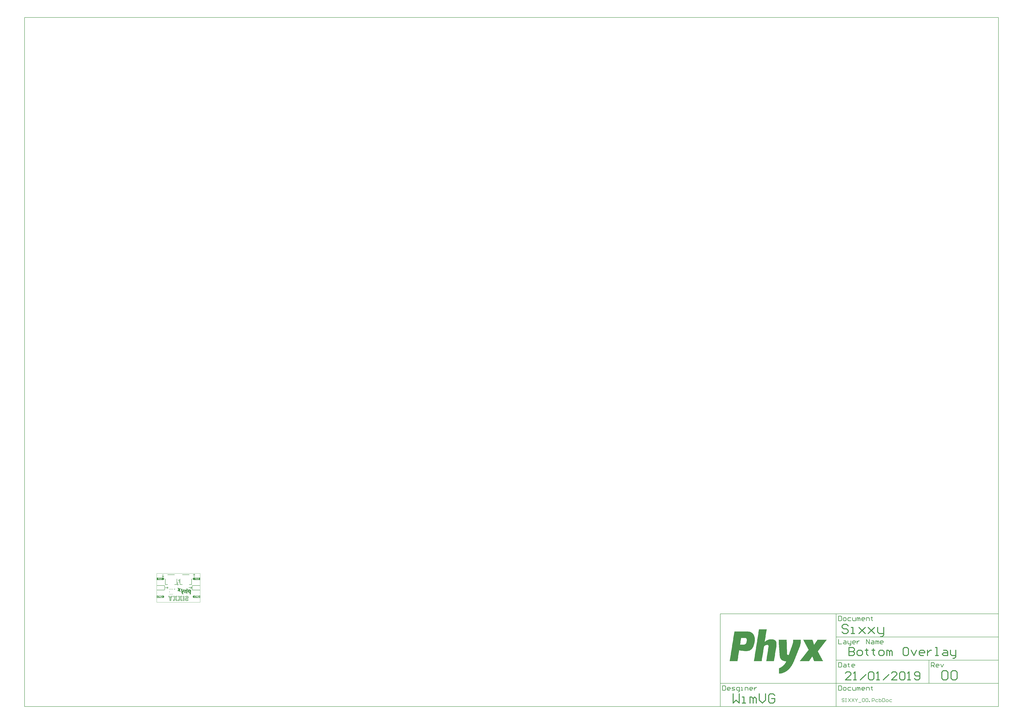
<source format=gbo>
G04*
G04 #@! TF.GenerationSoftware,Altium Limited,Altium Designer,18.1.9 (240)*
G04*
G04 Layer_Color=32896*
%FSLAX25Y25*%
%MOIN*%
G70*
G01*
G75*
%ADD11C,0.00591*%
%ADD12C,0.01575*%
%ADD15C,0.00394*%
%ADD16C,0.00787*%
%ADD17C,0.00984*%
G36*
X73622Y37598D02*
X62863D01*
X62607Y37632D01*
X62358Y37699D01*
X62120Y37798D01*
X61896Y37927D01*
X61691Y38084D01*
X61509Y38266D01*
X61352Y38471D01*
X61223Y38694D01*
X61124Y38933D01*
X61057Y39182D01*
X61024Y39438D01*
Y39567D01*
Y39696D01*
X61057Y39952D01*
X61124Y40201D01*
X61223Y40439D01*
X61352Y40663D01*
X61509Y40868D01*
X61691Y41050D01*
X61896Y41207D01*
X62120Y41336D01*
X62358Y41435D01*
X62607Y41502D01*
X62863Y41535D01*
X62992D01*
D01*
X73622D01*
Y37598D01*
D02*
G37*
G36*
X10630Y41535D02*
X10759D01*
X11015Y41502D01*
X11264Y41435D01*
X11502Y41336D01*
X11726Y41207D01*
X11931Y41050D01*
X12113Y40868D01*
X12270Y40663D01*
X12399Y40439D01*
X12498Y40201D01*
X12565Y39952D01*
X12598Y39696D01*
Y39567D01*
Y39438D01*
X12565Y39182D01*
X12498Y38933D01*
X12399Y38694D01*
X12270Y38471D01*
X12113Y38266D01*
X11931Y38084D01*
X11726Y37927D01*
X11502Y37798D01*
X11264Y37699D01*
X11015Y37632D01*
X10759Y37598D01*
X10630D01*
X0D01*
Y41535D01*
X10630D01*
D01*
D02*
G37*
G36*
X37635Y23881D02*
X37624Y23840D01*
X37665Y23829D01*
X37654Y23788D01*
X37643Y23747D01*
X37684Y23736D01*
X37673Y23695D01*
X37714Y23684D01*
X37703Y23643D01*
X37692Y23602D01*
X37733Y23591D01*
X37722Y23550D01*
X37763Y23539D01*
X37752Y23498D01*
X37741Y23458D01*
X37782Y23447D01*
X37771Y23405D01*
X37812Y23394D01*
X37801Y23354D01*
X37790Y23313D01*
X37831Y23302D01*
X37820Y23261D01*
X37861Y23250D01*
X37850Y23209D01*
X37839Y23168D01*
X37880Y23157D01*
X37869Y23116D01*
X37910Y23105D01*
X37899Y23064D01*
X37888Y23023D01*
X37929Y23012D01*
X37918Y22971D01*
X37959Y22960D01*
X37948Y22919D01*
X37937Y22878D01*
X37978Y22867D01*
X37967Y22826D01*
X38008Y22815D01*
X37997Y22774D01*
X37986Y22733D01*
X38027Y22722D01*
X38016Y22681D01*
X38057Y22670D01*
X38046Y22629D01*
X38035Y22588D01*
X38076Y22577D01*
X38065Y22536D01*
X38106Y22525D01*
X38095Y22484D01*
X38177Y22462D01*
X38188Y22503D01*
X38199Y22544D01*
X38210Y22585D01*
X38221Y22626D01*
X38262Y22615D01*
X38273Y22656D01*
X38284Y22697D01*
X38295Y22738D01*
X38336Y22727D01*
X38347Y22768D01*
X38358Y22809D01*
X38369Y22850D01*
X38410Y22839D01*
X38421Y22880D01*
X38432Y22921D01*
X38443Y22962D01*
X38484Y22951D01*
X38495Y22992D01*
X38506Y23033D01*
X38517Y23074D01*
X38558Y23063D01*
X38569Y23104D01*
X38580Y23145D01*
X38591Y23186D01*
X38632Y23175D01*
X38643Y23216D01*
X38654Y23257D01*
X38665Y23298D01*
X38706Y23287D01*
X38717Y23328D01*
X38728Y23369D01*
X38739Y23410D01*
X38780Y23399D01*
X38791Y23440D01*
X38802Y23481D01*
X38813Y23522D01*
X38854Y23511D01*
X38865Y23552D01*
X41119Y22948D01*
X41108Y22907D01*
X41067Y22918D01*
X41056Y22877D01*
X41045Y22836D01*
X41004Y22847D01*
X40993Y22806D01*
X40952Y22817D01*
X40941Y22776D01*
X40930Y22735D01*
X40889Y22746D01*
X40878Y22705D01*
X40867Y22664D01*
X40826Y22675D01*
X40815Y22634D01*
X40804Y22593D01*
X40764Y22604D01*
X40753Y22563D01*
X40742Y22522D01*
X40701Y22533D01*
X40690Y22492D01*
X40679Y22451D01*
X40638Y22462D01*
X40627Y22421D01*
X40616Y22380D01*
X40575Y22391D01*
X40564Y22350D01*
X40523Y22361D01*
X40512Y22320D01*
X40501Y22279D01*
X40460Y22290D01*
X40449Y22249D01*
X40438Y22208D01*
X40397Y22219D01*
X40386Y22178D01*
X40375Y22137D01*
X40334Y22148D01*
X40323Y22107D01*
X40312Y22066D01*
X40271Y22077D01*
X40260Y22036D01*
X40249Y21995D01*
X40208Y22006D01*
X40197Y21965D01*
X40186Y21924D01*
X40145Y21935D01*
X40134Y21894D01*
X40123Y21853D01*
X40082Y21864D01*
X40071Y21823D01*
X40030Y21834D01*
X40019Y21793D01*
X40008Y21752D01*
X39967Y21763D01*
X39956Y21722D01*
X39945Y21681D01*
X39904Y21692D01*
X39893Y21651D01*
X39882Y21610D01*
X39841Y21621D01*
X39830Y21580D01*
X39819Y21539D01*
X39778Y21550D01*
X39767Y21509D01*
X39756Y21468D01*
X39715Y21479D01*
X39704Y21438D01*
X39693Y21397D01*
X39652Y21408D01*
X39641Y21367D01*
X39600Y21378D01*
X39589Y21337D01*
X39578Y21296D01*
X39537Y21307D01*
X39526Y21266D01*
X39515Y21225D01*
X39474Y21236D01*
X39463Y21195D01*
X39452Y21154D01*
X39411Y21165D01*
X39400Y21124D01*
X39389Y21083D01*
X39348Y21094D01*
X39338Y21053D01*
X39327Y21012D01*
X39285Y21023D01*
X39274Y20982D01*
X39263Y20941D01*
X39222Y20952D01*
X39211Y20911D01*
X39171Y20922D01*
X39160Y20881D01*
X39149Y20840D01*
X39138Y20799D01*
X39179Y20788D01*
X39168Y20747D01*
X39157Y20706D01*
X39198Y20695D01*
X39187Y20654D01*
X39228Y20643D01*
X39217Y20602D01*
X39258Y20591D01*
X39247Y20550D01*
X39288Y20539D01*
X39277Y20498D01*
X39266Y20457D01*
X39307Y20446D01*
X39296Y20405D01*
X39337Y20394D01*
X39326Y20353D01*
X39367Y20342D01*
X39356Y20301D01*
X39345Y20260D01*
X39386Y20249D01*
X39375Y20208D01*
X39416Y20197D01*
X39405Y20156D01*
X39446Y20145D01*
X39435Y20104D01*
X39476Y20093D01*
X39465Y20052D01*
X39454Y20011D01*
X39495Y20000D01*
X39484Y19959D01*
X39525Y19948D01*
X39514Y19907D01*
X39555Y19896D01*
X39544Y19855D01*
X39585Y19844D01*
X39574Y19803D01*
X39563Y19762D01*
X39604Y19751D01*
X39593Y19710D01*
X39634Y19699D01*
X39623Y19658D01*
X39664Y19647D01*
X39653Y19606D01*
X39642Y19565D01*
X39683Y19554D01*
X39672Y19513D01*
X39713Y19502D01*
X39702Y19461D01*
X39743Y19450D01*
X39732Y19409D01*
X39773Y19398D01*
X39762Y19357D01*
X39751Y19316D01*
X39792Y19305D01*
X39781Y19264D01*
X39822Y19253D01*
X39811Y19212D01*
X39852Y19201D01*
X39841Y19161D01*
X39830Y19119D01*
X39871Y19108D01*
X39860Y19068D01*
X39901Y19057D01*
X39890Y19015D01*
X39931Y19004D01*
X39920Y18963D01*
X39961Y18953D01*
X39950Y18912D01*
X39939Y18871D01*
X39980Y18860D01*
X39969Y18819D01*
X40010Y18808D01*
X39999Y18767D01*
X40040Y18756D01*
X40029Y18715D01*
X40018Y18674D01*
X40059Y18663D01*
X40048Y18622D01*
X40089Y18611D01*
X40078Y18570D01*
X40119Y18559D01*
X40108Y18518D01*
X40149Y18507D01*
X40138Y18466D01*
X40127Y18425D01*
X40168Y18414D01*
X40157Y18373D01*
X40198Y18362D01*
X40187Y18321D01*
X40228Y18310D01*
X40217Y18269D01*
X40258Y18258D01*
X40247Y18217D01*
X40236Y18176D01*
X40277Y18165D01*
X40266Y18124D01*
X40307Y18113D01*
X40296Y18072D01*
X40337Y18061D01*
X40326Y18020D01*
X40315Y17979D01*
X40356Y17968D01*
X40345Y17927D01*
X40386Y17916D01*
X40375Y17875D01*
X40416Y17864D01*
X40405Y17823D01*
X40446Y17812D01*
X40435Y17771D01*
X40424Y17730D01*
X40465Y17719D01*
X40454Y17678D01*
X40495Y17667D01*
X40484Y17626D01*
X40525Y17615D01*
X40514Y17574D01*
X40555Y17563D01*
X40544Y17522D01*
X38249Y18137D01*
X38260Y18178D01*
X38271Y18219D01*
X38230Y18230D01*
X38241Y18271D01*
X38200Y18282D01*
X38211Y18323D01*
X38222Y18364D01*
X38181Y18375D01*
X38192Y18416D01*
X38151Y18427D01*
X38162Y18468D01*
X38173Y18509D01*
X38132Y18520D01*
X38143Y18561D01*
X38102Y18572D01*
X38113Y18613D01*
X38124Y18654D01*
X38083Y18665D01*
X38094Y18706D01*
X38053Y18717D01*
X38064Y18758D01*
X38075Y18799D01*
X38034Y18810D01*
X38045Y18851D01*
X38004Y18862D01*
X38015Y18903D01*
X37974Y18914D01*
X37984Y18955D01*
X37995Y18996D01*
X37955Y19007D01*
X37966Y19048D01*
X37925Y19059D01*
X37936Y19100D01*
X37947Y19141D01*
X37905Y19152D01*
X37916Y19193D01*
X37876Y19204D01*
X37887Y19245D01*
X37898Y19286D01*
X37857Y19297D01*
X37868Y19338D01*
X37826Y19349D01*
X37837Y19390D01*
X37848Y19431D01*
X37767Y19453D01*
X37756Y19412D01*
X37714Y19423D01*
X37703Y19382D01*
X37692Y19341D01*
X37681Y19300D01*
X37641Y19311D01*
X37630Y19270D01*
X37619Y19229D01*
X37608Y19188D01*
X37567Y19199D01*
X37556Y19158D01*
X37545Y19117D01*
X37534Y19076D01*
X37493Y19087D01*
X37482Y19046D01*
X37471Y19005D01*
X37430Y19016D01*
X37419Y18975D01*
X37408Y18934D01*
X37397Y18893D01*
X37356Y18904D01*
X37345Y18863D01*
X37334Y18822D01*
X37323Y18781D01*
X37282Y18792D01*
X37271Y18751D01*
X37260Y18710D01*
X37219Y18721D01*
X37208Y18680D01*
X37197Y18639D01*
X37186Y18598D01*
X37145Y18609D01*
X37134Y18568D01*
X37123Y18527D01*
X37112Y18486D01*
X37071Y18497D01*
X37060Y18456D01*
X34887Y19038D01*
X34898Y19079D01*
X34939Y19068D01*
X34950Y19109D01*
X34961Y19150D01*
X35002Y19139D01*
X35013Y19180D01*
X35024Y19221D01*
X35065Y19210D01*
X35076Y19251D01*
X35117Y19240D01*
X35128Y19281D01*
X35139Y19322D01*
X35180Y19311D01*
X35191Y19352D01*
X35202Y19393D01*
X35243Y19382D01*
X35254Y19423D01*
X35265Y19464D01*
X35306Y19453D01*
X35317Y19494D01*
X35328Y19535D01*
X35369Y19524D01*
X35380Y19565D01*
X35391Y19606D01*
X35432Y19595D01*
X35443Y19636D01*
X35454Y19677D01*
X35495Y19666D01*
X35506Y19707D01*
X35517Y19748D01*
X35558Y19737D01*
X35569Y19778D01*
X35610Y19767D01*
X35621Y19808D01*
X35632Y19849D01*
X35673Y19838D01*
X35684Y19879D01*
X35695Y19920D01*
X35736Y19909D01*
X35747Y19950D01*
X35758Y19991D01*
X35799Y19980D01*
X35810Y20021D01*
X35821Y20062D01*
X35862Y20051D01*
X35873Y20092D01*
X35884Y20133D01*
X35925Y20122D01*
X35936Y20163D01*
X35947Y20204D01*
X35988Y20193D01*
X35999Y20234D01*
X36010Y20275D01*
X36051Y20264D01*
X36062Y20305D01*
X36103Y20294D01*
X36114Y20335D01*
X36125Y20376D01*
X36166Y20365D01*
X36177Y20406D01*
X36188Y20447D01*
X36229Y20436D01*
X36240Y20477D01*
X36251Y20518D01*
X36292Y20507D01*
X36303Y20548D01*
X36314Y20589D01*
X36355Y20578D01*
X36366Y20619D01*
X36377Y20660D01*
X36417Y20649D01*
X36428Y20690D01*
X36439Y20731D01*
X36481Y20720D01*
X36491Y20761D01*
X36502Y20802D01*
X36543Y20791D01*
X36554Y20832D01*
X36565Y20873D01*
X36606Y20862D01*
X36617Y20903D01*
X36658Y20892D01*
X36669Y20933D01*
X36680Y20974D01*
X36721Y20963D01*
X36732Y21004D01*
X36743Y21045D01*
X36784Y21034D01*
X36795Y21075D01*
X36806Y21116D01*
X36765Y21127D01*
X36776Y21168D01*
X36735Y21179D01*
X36746Y21220D01*
X36705Y21231D01*
X36716Y21272D01*
X36675Y21283D01*
X36686Y21324D01*
X36697Y21365D01*
X36656Y21376D01*
X36667Y21417D01*
X36626Y21428D01*
X36637Y21469D01*
X36596Y21480D01*
X36607Y21521D01*
X36618Y21562D01*
X36577Y21573D01*
X36588Y21614D01*
X36547Y21625D01*
X36558Y21666D01*
X36517Y21677D01*
X36528Y21718D01*
X36487Y21729D01*
X36498Y21770D01*
X36509Y21811D01*
X36468Y21822D01*
X36479Y21862D01*
X36438Y21873D01*
X36449Y21914D01*
X36408Y21926D01*
X36419Y21967D01*
X36430Y22007D01*
X36389Y22018D01*
X36400Y22060D01*
X36359Y22070D01*
X36370Y22111D01*
X36329Y22122D01*
X36340Y22163D01*
X36351Y22204D01*
X36310Y22215D01*
X36321Y22256D01*
X36280Y22267D01*
X36291Y22308D01*
X36250Y22319D01*
X36261Y22360D01*
X36220Y22371D01*
X36231Y22412D01*
X36242Y22453D01*
X36201Y22464D01*
X36212Y22505D01*
X36171Y22516D01*
X36182Y22557D01*
X36141Y22568D01*
X36152Y22609D01*
X36163Y22650D01*
X36122Y22661D01*
X36133Y22702D01*
X36092Y22713D01*
X36103Y22754D01*
X36062Y22765D01*
X36073Y22806D01*
X36084Y22847D01*
X36043Y22858D01*
X36054Y22899D01*
X36013Y22910D01*
X36024Y22951D01*
X35983Y22962D01*
X35994Y23003D01*
X35953Y23014D01*
X35964Y23055D01*
X35975Y23096D01*
X35934Y23107D01*
X35945Y23148D01*
X35904Y23159D01*
X35915Y23200D01*
X35874Y23211D01*
X35885Y23252D01*
X35896Y23293D01*
X35855Y23304D01*
X35866Y23345D01*
X35825Y23356D01*
X35836Y23397D01*
X35795Y23408D01*
X35806Y23449D01*
X35817Y23490D01*
X35776Y23501D01*
X35787Y23542D01*
X35746Y23553D01*
X35757Y23594D01*
X35716Y23605D01*
X35727Y23646D01*
X35686Y23657D01*
X35697Y23698D01*
X35708Y23739D01*
X35667Y23750D01*
X35678Y23791D01*
X35637Y23802D01*
X35648Y23843D01*
X35607Y23854D01*
X35618Y23895D01*
X35629Y23936D01*
X35588Y23947D01*
X35599Y23988D01*
X35558Y23999D01*
X35569Y24040D01*
X35528Y24051D01*
X35539Y24092D01*
X35498Y24103D01*
X35509Y24144D01*
X35520Y24184D01*
X35479Y24195D01*
X35490Y24237D01*
X35449Y24248D01*
X35460Y24288D01*
X35419Y24299D01*
X35430Y24340D01*
X35441Y24381D01*
X35400Y24392D01*
X35411Y24433D01*
X35370Y24444D01*
X35381Y24485D01*
X37635Y23881D01*
D02*
G37*
G36*
X54969Y21346D02*
X54980Y21387D01*
X58382Y20475D01*
X58371Y20434D01*
X58360Y20393D01*
X58349Y20352D01*
X58338Y20311D01*
X58327Y20270D01*
X58316Y20229D01*
X58357Y20218D01*
X58346Y20177D01*
X58335Y20136D01*
X58324Y20095D01*
X58313Y20054D01*
X58302Y20013D01*
X58291Y19972D01*
X58332Y19961D01*
X58321Y19920D01*
X58310Y19879D01*
X58299Y19838D01*
X58288Y19797D01*
X58277Y19756D01*
X58266Y19715D01*
X58255Y19674D01*
X58296Y19663D01*
X58285Y19622D01*
X58274Y19581D01*
X58263Y19540D01*
X58252Y19499D01*
X58241Y19458D01*
X58230Y19417D01*
X58271Y19406D01*
X58260Y19365D01*
X58249Y19324D01*
X58238Y19283D01*
X58227Y19242D01*
X58216Y19201D01*
X58205Y19160D01*
X58246Y19149D01*
X58235Y19108D01*
X58224Y19067D01*
X58213Y19026D01*
X58202Y18985D01*
X58191Y18944D01*
X58180Y18903D01*
X58169Y18862D01*
X58210Y18851D01*
X58199Y18811D01*
X58188Y18769D01*
X58178Y18729D01*
X58166Y18688D01*
X58156Y18646D01*
X58144Y18606D01*
X58185Y18595D01*
X58175Y18553D01*
X58163Y18512D01*
X58153Y18472D01*
X58142Y18430D01*
X58131Y18390D01*
X58120Y18349D01*
X58161Y18338D01*
X58150Y18297D01*
X58139Y18256D01*
X58128Y18215D01*
X58117Y18174D01*
X58106Y18133D01*
X58095Y18092D01*
X58084Y18051D01*
X58125Y18040D01*
X58114Y17999D01*
X58103Y17958D01*
X58092Y17917D01*
X58081Y17876D01*
X58070Y17835D01*
X58059Y17794D01*
X58100Y17783D01*
X58089Y17742D01*
X58078Y17701D01*
X58067Y17660D01*
X58056Y17619D01*
X58045Y17578D01*
X58034Y17537D01*
X58075Y17526D01*
X58064Y17485D01*
X58053Y17444D01*
X58042Y17403D01*
X58031Y17362D01*
X58020Y17321D01*
X58009Y17280D01*
X58050Y17269D01*
X58039Y17228D01*
X58028Y17187D01*
X58017Y17146D01*
X58006Y17105D01*
X57995Y17064D01*
X57984Y17023D01*
X57973Y16982D01*
X58014Y16971D01*
X58003Y16930D01*
X57992Y16889D01*
X57981Y16848D01*
X57970Y16807D01*
X57959Y16766D01*
X57948Y16725D01*
X57989Y16714D01*
X57978Y16673D01*
X57967Y16632D01*
X57956Y16591D01*
X57945Y16550D01*
X57934Y16509D01*
X57923Y16468D01*
X57964Y16457D01*
X57953Y16416D01*
X57942Y16375D01*
X57931Y16334D01*
X57920Y16293D01*
X57909Y16252D01*
X57898Y16211D01*
X57887Y16170D01*
X57928Y16159D01*
X57917Y16118D01*
X57906Y16077D01*
X57895Y16036D01*
X57884Y15995D01*
X57873Y15954D01*
X57862Y15913D01*
X57903Y15902D01*
X57893Y15861D01*
X57881Y15820D01*
X57871Y15779D01*
X57859Y15738D01*
X57849Y15697D01*
X57837Y15656D01*
X57879Y15645D01*
X57868Y15604D01*
X57857Y15563D01*
X57846Y15522D01*
X57835Y15481D01*
X57824Y15440D01*
X57813Y15399D01*
X57854Y15388D01*
X57843Y15347D01*
X57832Y15306D01*
X57821Y15265D01*
X57810Y15224D01*
X57799Y15183D01*
X57788Y15142D01*
X57777Y15101D01*
X57818Y15090D01*
X57807Y15049D01*
X57796Y15009D01*
X57785Y14967D01*
X57774Y14927D01*
X57763Y14886D01*
X57752Y14844D01*
X57793Y14833D01*
X57782Y14793D01*
X57771Y14752D01*
X57760Y14711D01*
X57749Y14670D01*
X57738Y14629D01*
X57727Y14588D01*
X57768Y14577D01*
X57757Y14536D01*
X57746Y14495D01*
X57735Y14454D01*
X57724Y14413D01*
X57713Y14372D01*
X57702Y14331D01*
X57743Y14320D01*
X57732Y14279D01*
X57721Y14238D01*
X57710Y14197D01*
X57699Y14156D01*
X57688Y14115D01*
X57677Y14074D01*
X57666Y14033D01*
X57707Y14022D01*
X57696Y13981D01*
X57685Y13940D01*
X57674Y13899D01*
X57663Y13858D01*
X57652Y13817D01*
X57641Y13776D01*
X57682Y13765D01*
X57671Y13724D01*
X57660Y13683D01*
X57649Y13642D01*
X57638Y13601D01*
X57627Y13560D01*
X57616Y13519D01*
X57657Y13508D01*
X57646Y13467D01*
X57635Y13426D01*
X57624Y13385D01*
X57613Y13344D01*
X57602Y13303D01*
X57591Y13262D01*
X57580Y13221D01*
X57621Y13210D01*
X57610Y13169D01*
X57599Y13128D01*
X57588Y13087D01*
X57578Y13046D01*
X57566Y13005D01*
X57608Y12994D01*
X57596Y12953D01*
X55670Y13469D01*
X55681Y13510D01*
X55692Y13551D01*
X55703Y13592D01*
X55714Y13633D01*
X55725Y13674D01*
X55736Y13715D01*
X55747Y13756D01*
X55706Y13767D01*
X55717Y13808D01*
X55728Y13849D01*
X55739Y13890D01*
X55750Y13931D01*
X55761Y13972D01*
X55772Y14013D01*
X55731Y14024D01*
X55742Y14065D01*
X55753Y14106D01*
X55764Y14147D01*
X55775Y14188D01*
X55786Y14229D01*
X55797Y14270D01*
X55756Y14281D01*
X55767Y14322D01*
X55778Y14363D01*
X55789Y14404D01*
X55800Y14445D01*
X55810Y14486D01*
X55822Y14527D01*
X55832Y14568D01*
X55791Y14579D01*
X55803Y14620D01*
X55813Y14661D01*
X55825Y14702D01*
X55835Y14743D01*
X55846Y14784D01*
X55857Y14825D01*
X55816Y14836D01*
X55827Y14877D01*
X55838Y14918D01*
X55849Y14959D01*
X55860Y15000D01*
X55871Y15041D01*
X55882Y15082D01*
X55841Y15093D01*
X55852Y15134D01*
X55863Y15175D01*
X55874Y15216D01*
X55885Y15257D01*
X55896Y15298D01*
X55907Y15339D01*
X55918Y15380D01*
X55877Y15391D01*
X55888Y15432D01*
X55899Y15473D01*
X55910Y15514D01*
X55921Y15555D01*
X55932Y15596D01*
X55943Y15637D01*
X55902Y15648D01*
X55913Y15689D01*
X55924Y15730D01*
X55935Y15771D01*
X55946Y15812D01*
X55957Y15853D01*
X55968Y15894D01*
X55927Y15905D01*
X55938Y15946D01*
X55949Y15987D01*
X55960Y16028D01*
X55971Y16069D01*
X55982Y16110D01*
X55993Y16150D01*
X56004Y16192D01*
X55799Y16247D01*
X55788Y16206D01*
X55583Y16260D01*
X55572Y16219D01*
X55367Y16274D01*
X55356Y16233D01*
X55069Y16310D01*
X55058Y16269D01*
X54689Y16368D01*
X54678Y16327D01*
X53940Y16525D01*
X53951Y16566D01*
X53706Y16632D01*
X53716Y16673D01*
X53593Y16706D01*
X53605Y16747D01*
X53482Y16780D01*
X53492Y16820D01*
X53369Y16853D01*
X53381Y16894D01*
X53298Y16917D01*
X53310Y16958D01*
X53268Y16968D01*
X53280Y17009D01*
X53197Y17031D01*
X53209Y17072D01*
X53167Y17083D01*
X53179Y17124D01*
X53096Y17146D01*
X53108Y17187D01*
X53066Y17198D01*
X53078Y17239D01*
X53036Y17250D01*
X53048Y17291D01*
X53007Y17302D01*
X53017Y17343D01*
X52977Y17354D01*
X52987Y17395D01*
X52947Y17406D01*
X52957Y17447D01*
X52968Y17488D01*
X52927Y17499D01*
X52938Y17540D01*
X52897Y17551D01*
X52908Y17592D01*
X52867Y17603D01*
X52878Y17644D01*
X52889Y17685D01*
X52848Y17696D01*
X52859Y17737D01*
X52818Y17748D01*
X52829Y17789D01*
X52840Y17830D01*
X52799Y17841D01*
X52810Y17882D01*
X52821Y17923D01*
X52780Y17934D01*
X52791Y17975D01*
X52802Y18016D01*
X52761Y18027D01*
X52772Y18068D01*
X52783Y18109D01*
X52794Y18150D01*
X52753Y18161D01*
X52764Y18202D01*
X52775Y18243D01*
X52734Y18254D01*
X52745Y18295D01*
X52756Y18336D01*
X52767Y18377D01*
X52726Y18388D01*
X52737Y18429D01*
X52748Y18470D01*
X52759Y18511D01*
X52770Y18552D01*
X52729Y18563D01*
X52740Y18604D01*
X52751Y18645D01*
X52762Y18686D01*
X52721Y18697D01*
X52732Y18738D01*
X52743Y18779D01*
X52754Y18820D01*
X52765Y18861D01*
X52776Y18902D01*
X52735Y18913D01*
X52746Y18954D01*
X52757Y18995D01*
X52768Y19036D01*
X52779Y19077D01*
X52790Y19118D01*
X52749Y19129D01*
X52760Y19170D01*
X52771Y19211D01*
X52782Y19252D01*
X52793Y19293D01*
X52804Y19333D01*
X52815Y19375D01*
X52826Y19415D01*
X52785Y19426D01*
X52796Y19467D01*
X52807Y19509D01*
X52818Y19549D01*
X52829Y19590D01*
X52840Y19632D01*
X52851Y19672D01*
X52862Y19714D01*
X52873Y19754D01*
X52884Y19795D01*
X52895Y19836D01*
X52906Y19877D01*
X52917Y19918D01*
X52928Y19959D01*
X52939Y20000D01*
X52950Y20041D01*
X52961Y20082D01*
X52972Y20123D01*
X52983Y20164D01*
X52994Y20205D01*
X53005Y20246D01*
X53045Y20235D01*
X53057Y20276D01*
X53067Y20317D01*
X53079Y20358D01*
X53089Y20399D01*
X53101Y20440D01*
X53141Y20429D01*
X53152Y20470D01*
X53163Y20511D01*
X53174Y20552D01*
X53185Y20593D01*
X53226Y20582D01*
X53237Y20623D01*
X53248Y20664D01*
X53259Y20705D01*
X53300Y20694D01*
X53311Y20735D01*
X53322Y20776D01*
X53333Y20817D01*
X53374Y20806D01*
X53385Y20847D01*
X53396Y20888D01*
X53437Y20877D01*
X53448Y20918D01*
X53489Y20907D01*
X53500Y20948D01*
X53511Y20989D01*
X53552Y20978D01*
X53563Y21019D01*
X53604Y21008D01*
X53615Y21049D01*
X53626Y21090D01*
X53667Y21079D01*
X53678Y21120D01*
X53719Y21109D01*
X53730Y21150D01*
X53771Y21139D01*
X53782Y21180D01*
X53823Y21169D01*
X53834Y21210D01*
X53875Y21199D01*
X53886Y21240D01*
X53927Y21229D01*
X53938Y21270D01*
X54020Y21248D01*
X54031Y21289D01*
X54072Y21278D01*
X54083Y21319D01*
X54165Y21297D01*
X54176Y21338D01*
X54217Y21327D01*
X54228Y21368D01*
X54310Y21346D01*
X54321Y21387D01*
X54444Y21354D01*
X54455Y21396D01*
X54578Y21362D01*
X54589Y21404D01*
X54712Y21371D01*
X54723Y21411D01*
X54969Y21346D01*
D02*
G37*
G36*
X43538Y22300D02*
X43527Y22259D01*
X43516Y22218D01*
X43505Y22177D01*
X43494Y22136D01*
X43483Y22095D01*
X43472Y22054D01*
X43461Y22013D01*
X43450Y21972D01*
X43439Y21931D01*
X43428Y21890D01*
X43469Y21879D01*
X43458Y21838D01*
X43447Y21797D01*
X43436Y21756D01*
X43425Y21715D01*
X43414Y21674D01*
X43403Y21633D01*
X43444Y21622D01*
X43433Y21581D01*
X43422Y21540D01*
X43411Y21499D01*
X43400Y21458D01*
X43389Y21417D01*
X43430Y21406D01*
X43419Y21365D01*
X43408Y21324D01*
X43397Y21283D01*
X43386Y21242D01*
X43427Y21231D01*
X43416Y21190D01*
X43405Y21149D01*
X43394Y21108D01*
X43383Y21067D01*
X43424Y21056D01*
X43413Y21015D01*
X43402Y20974D01*
X43391Y20933D01*
X43432Y20922D01*
X43421Y20881D01*
X43410Y20840D01*
X43399Y20799D01*
X43440Y20788D01*
X43429Y20747D01*
X43418Y20706D01*
X43407Y20665D01*
X43448Y20654D01*
X43437Y20613D01*
X43426Y20572D01*
X43467Y20561D01*
X43456Y20520D01*
X43445Y20479D01*
X43434Y20438D01*
X43475Y20427D01*
X43464Y20386D01*
X43453Y20345D01*
X43442Y20304D01*
X43483Y20293D01*
X43472Y20252D01*
X43461Y20211D01*
X43450Y20170D01*
X43492Y20159D01*
X43481Y20118D01*
X43470Y20077D01*
X43510Y20066D01*
X43499Y20025D01*
X43488Y19984D01*
X43478Y19943D01*
X43518Y19932D01*
X43508Y19891D01*
X43497Y19850D01*
X43486Y19809D01*
X43527Y19798D01*
X43516Y19757D01*
X43505Y19716D01*
X43494Y19676D01*
X43535Y19665D01*
X43524Y19624D01*
X43513Y19582D01*
X43554Y19571D01*
X43543Y19531D01*
X43532Y19489D01*
X43521Y19449D01*
X43562Y19438D01*
X43551Y19397D01*
X43540Y19356D01*
X43529Y19315D01*
X43570Y19304D01*
X43559Y19263D01*
X43548Y19222D01*
X43537Y19181D01*
X43578Y19170D01*
X43567Y19129D01*
X43556Y19088D01*
X43597Y19077D01*
X43586Y19036D01*
X43575Y18995D01*
X43564Y18954D01*
X43605Y18943D01*
X43594Y18902D01*
X43583Y18861D01*
X43572Y18820D01*
X43613Y18809D01*
X43602Y18768D01*
X43591Y18727D01*
X43580Y18686D01*
X43621Y18675D01*
X43610Y18634D01*
X43599Y18593D01*
X43588Y18552D01*
X43629Y18541D01*
X43618Y18500D01*
X43607Y18459D01*
X43648Y18448D01*
X43637Y18407D01*
X43626Y18366D01*
X43615Y18325D01*
X43656Y18314D01*
X43645Y18273D01*
X43768Y18240D01*
X43779Y18281D01*
X43902Y18248D01*
X43913Y18289D01*
X43954Y18278D01*
X43965Y18319D01*
X44006Y18308D01*
X44017Y18349D01*
X44058Y18338D01*
X44069Y18379D01*
X44080Y18420D01*
X44091Y18461D01*
X44132Y18450D01*
X44143Y18491D01*
X44154Y18532D01*
X44165Y18573D01*
X44176Y18614D01*
X44187Y18655D01*
X44198Y18696D01*
X44209Y18737D01*
X44220Y18778D01*
X44231Y18819D01*
X44242Y18860D01*
X44253Y18901D01*
X44264Y18942D01*
X44275Y18983D01*
X44286Y19024D01*
X44297Y19065D01*
X44308Y19106D01*
X44319Y19147D01*
X44330Y19188D01*
X44341Y19229D01*
X44352Y19270D01*
X44363Y19311D01*
X44374Y19352D01*
X44384Y19393D01*
X44395Y19434D01*
X44406Y19475D01*
X44417Y19516D01*
X44458Y19505D01*
X44469Y19546D01*
X44480Y19587D01*
X44439Y19598D01*
X44450Y19639D01*
X44491Y19628D01*
X44502Y19669D01*
X44513Y19710D01*
X44524Y19751D01*
X44535Y19792D01*
X44546Y19833D01*
X44557Y19874D01*
X44568Y19915D01*
X44579Y19956D01*
X44590Y19997D01*
X44601Y20038D01*
X44612Y20079D01*
X44623Y20120D01*
X44634Y20161D01*
X44645Y20202D01*
X44656Y20243D01*
X44667Y20284D01*
X44678Y20325D01*
X44689Y20366D01*
X44700Y20407D01*
X44711Y20448D01*
X44722Y20489D01*
X44733Y20530D01*
X44744Y20571D01*
X44755Y20612D01*
X44766Y20653D01*
X44777Y20694D01*
X44788Y20734D01*
X44799Y20776D01*
X44810Y20817D01*
X44821Y20857D01*
X44832Y20899D01*
X44843Y20940D01*
X44854Y20980D01*
X44865Y21022D01*
X44876Y21062D01*
X44887Y21103D01*
X44898Y21145D01*
X44909Y21185D01*
X44920Y21226D01*
X44931Y21267D01*
X44942Y21308D01*
X44983Y21297D01*
X44994Y21338D01*
X45005Y21379D01*
X45016Y21420D01*
X45027Y21461D01*
X45038Y21502D01*
X45049Y21543D01*
X45060Y21584D01*
X45070Y21625D01*
X45081Y21666D01*
X45092Y21707D01*
X45103Y21748D01*
X45114Y21789D01*
X45125Y21830D01*
X45136Y21871D01*
X47104Y21344D01*
X47093Y21303D01*
X47052Y21314D01*
X47041Y21273D01*
X47030Y21232D01*
X47019Y21191D01*
X47008Y21150D01*
X46997Y21109D01*
X46986Y21068D01*
X46975Y21027D01*
X46964Y20986D01*
X46953Y20945D01*
X46942Y20904D01*
X46931Y20863D01*
X46920Y20822D01*
X46909Y20781D01*
X46898Y20740D01*
X46887Y20699D01*
X46876Y20658D01*
X46835Y20669D01*
X46824Y20628D01*
X46813Y20587D01*
X46802Y20546D01*
X46791Y20505D01*
X46780Y20464D01*
X46769Y20423D01*
X46758Y20382D01*
X46747Y20341D01*
X46736Y20300D01*
X46725Y20259D01*
X46714Y20218D01*
X46703Y20177D01*
X46692Y20136D01*
X46681Y20095D01*
X46641Y20106D01*
X46630Y20065D01*
X46619Y20024D01*
X46608Y19983D01*
X46597Y19942D01*
X46586Y19901D01*
X46575Y19860D01*
X46564Y19819D01*
X46553Y19778D01*
X46542Y19737D01*
X46531Y19696D01*
X46520Y19655D01*
X46509Y19614D01*
X46498Y19573D01*
X46487Y19533D01*
X46476Y19491D01*
X46465Y19451D01*
X46424Y19462D01*
X46413Y19421D01*
X46402Y19379D01*
X46391Y19339D01*
X46380Y19297D01*
X46369Y19256D01*
X46358Y19216D01*
X46347Y19174D01*
X46336Y19133D01*
X46325Y19093D01*
X46314Y19052D01*
X46303Y19011D01*
X46292Y18970D01*
X46281Y18929D01*
X46270Y18888D01*
X46259Y18847D01*
X46248Y18806D01*
X46207Y18817D01*
X46196Y18776D01*
X46185Y18735D01*
X46174Y18694D01*
X46163Y18653D01*
X46152Y18612D01*
X46141Y18571D01*
X46130Y18530D01*
X46119Y18489D01*
X46108Y18448D01*
X46097Y18407D01*
X46086Y18366D01*
X46075Y18325D01*
X46064Y18284D01*
X46053Y18243D01*
X46042Y18202D01*
X46001Y18213D01*
X45990Y18172D01*
X45979Y18131D01*
X45968Y18090D01*
X45957Y18049D01*
X45946Y18008D01*
X45935Y17967D01*
X45924Y17926D01*
X45913Y17885D01*
X45902Y17844D01*
X45891Y17803D01*
X45880Y17762D01*
X45869Y17721D01*
X45859Y17680D01*
X45848Y17639D01*
X45837Y17598D01*
X45796Y17609D01*
X45785Y17568D01*
X45774Y17527D01*
X45763Y17486D01*
X45752Y17445D01*
X45741Y17404D01*
X45730Y17363D01*
X45719Y17322D01*
X45678Y17333D01*
X45667Y17292D01*
X45656Y17251D01*
X45645Y17210D01*
X45634Y17169D01*
X45593Y17180D01*
X45582Y17139D01*
X45571Y17098D01*
X45560Y17057D01*
X45519Y17068D01*
X45508Y17027D01*
X45497Y16986D01*
X45456Y16997D01*
X45445Y16956D01*
X45434Y16915D01*
X45393Y16926D01*
X45382Y16885D01*
X45371Y16844D01*
X45330Y16855D01*
X45319Y16814D01*
X45278Y16825D01*
X45267Y16784D01*
X45256Y16743D01*
X45215Y16754D01*
X45204Y16713D01*
X45163Y16724D01*
X45152Y16683D01*
X45111Y16694D01*
X45100Y16653D01*
X45059Y16664D01*
X45048Y16623D01*
X45007Y16634D01*
X44996Y16593D01*
X44914Y16615D01*
X44903Y16574D01*
X44862Y16585D01*
X44851Y16544D01*
X44769Y16566D01*
X44758Y16525D01*
X44635Y16558D01*
X44624Y16517D01*
X44542Y16539D01*
X44531Y16498D01*
X44367Y16542D01*
X44356Y16501D01*
X44069Y16578D01*
X44058Y16537D01*
X43813Y16602D01*
X43802Y16562D01*
X43791Y16521D01*
X43832Y16510D01*
X43821Y16468D01*
X43810Y16428D01*
X43851Y16417D01*
X43840Y16376D01*
X43829Y16335D01*
X43870Y16324D01*
X43859Y16283D01*
X43900Y16272D01*
X43889Y16231D01*
X43878Y16190D01*
X43919Y16179D01*
X43908Y16138D01*
X43897Y16097D01*
X43938Y16086D01*
X43927Y16045D01*
X43968Y16034D01*
X43957Y15993D01*
X43946Y15952D01*
X43987Y15941D01*
X43976Y15900D01*
X44017Y15889D01*
X44006Y15848D01*
X44047Y15837D01*
X44036Y15796D01*
X44025Y15755D01*
X44066Y15744D01*
X44055Y15703D01*
X44096Y15692D01*
X44085Y15651D01*
X44126Y15640D01*
X44115Y15599D01*
X44156Y15588D01*
X44145Y15547D01*
X44186Y15536D01*
X44175Y15495D01*
X44216Y15484D01*
X44205Y15443D01*
X44246Y15432D01*
X44235Y15391D01*
X44276Y15380D01*
X44265Y15339D01*
X44306Y15328D01*
X44295Y15287D01*
X44336Y15276D01*
X44325Y15235D01*
X44366Y15224D01*
X44355Y15183D01*
X44437Y15161D01*
X44426Y15120D01*
X44467Y15109D01*
X44456Y15068D01*
X44497Y15057D01*
X44486Y15016D01*
X44568Y14994D01*
X44557Y14953D01*
X44598Y14942D01*
X44587Y14901D01*
X44669Y14879D01*
X44658Y14838D01*
X44699Y14827D01*
X44688Y14786D01*
X44770Y14764D01*
X44759Y14723D01*
X44841Y14701D01*
X44830Y14660D01*
X44912Y14638D01*
X44901Y14597D01*
X44983Y14575D01*
X44972Y14535D01*
X45054Y14513D01*
X45043Y14471D01*
X45125Y14450D01*
X45114Y14409D01*
X45103Y14368D01*
X45092Y14327D01*
X45081Y14286D01*
X45070Y14245D01*
X45059Y14204D01*
X45048Y14163D01*
X45037Y14122D01*
X45026Y14081D01*
X45015Y14040D01*
X45004Y13999D01*
X44993Y13958D01*
X44982Y13917D01*
X44971Y13876D01*
X44960Y13835D01*
X44949Y13794D01*
X44938Y13753D01*
X44927Y13712D01*
X44916Y13671D01*
X44905Y13630D01*
X44894Y13589D01*
X44883Y13548D01*
X44872Y13507D01*
X44861Y13466D01*
X44850Y13425D01*
X44839Y13384D01*
X44828Y13343D01*
X44817Y13302D01*
X44806Y13261D01*
X44795Y13220D01*
X44784Y13179D01*
X44773Y13138D01*
X44762Y13097D01*
X44721Y13108D01*
X44732Y13149D01*
X44445Y13226D01*
X44456Y13267D01*
X44210Y13333D01*
X44221Y13374D01*
X44058Y13418D01*
X44069Y13458D01*
X43905Y13502D01*
X43916Y13544D01*
X43793Y13576D01*
X43804Y13617D01*
X43722Y13639D01*
X43733Y13680D01*
X43609Y13713D01*
X43620Y13754D01*
X43538Y13776D01*
X43549Y13817D01*
X43468Y13839D01*
X43479Y13880D01*
X43396Y13902D01*
X43407Y13943D01*
X43325Y13965D01*
X43336Y14006D01*
X43255Y14028D01*
X43266Y14069D01*
X43224Y14080D01*
X43235Y14121D01*
X43154Y14143D01*
X43165Y14184D01*
X43123Y14195D01*
X43134Y14236D01*
X43053Y14258D01*
X43064Y14299D01*
X43023Y14310D01*
X43033Y14351D01*
X42952Y14373D01*
X42963Y14414D01*
X42922Y14425D01*
X42933Y14466D01*
X42891Y14477D01*
X42902Y14518D01*
X42862Y14529D01*
X42872Y14570D01*
X42832Y14581D01*
X42843Y14622D01*
X42761Y14644D01*
X42772Y14685D01*
X42731Y14696D01*
X42742Y14737D01*
X42700Y14748D01*
X42711Y14789D01*
X42670Y14800D01*
X42681Y14841D01*
X42640Y14852D01*
X42651Y14893D01*
X42610Y14904D01*
X42621Y14945D01*
X42580Y14956D01*
X42591Y14997D01*
X42550Y15008D01*
X42561Y15049D01*
X42572Y15090D01*
X42531Y15101D01*
X42542Y15142D01*
X42501Y15153D01*
X42512Y15193D01*
X42471Y15204D01*
X42482Y15246D01*
X42441Y15257D01*
X42452Y15297D01*
X42411Y15308D01*
X42422Y15349D01*
X42433Y15390D01*
X42392Y15401D01*
X42403Y15442D01*
X42362Y15453D01*
X42373Y15494D01*
X42332Y15505D01*
X42343Y15546D01*
X42354Y15587D01*
X42313Y15598D01*
X42324Y15639D01*
X42283Y15650D01*
X42294Y15691D01*
X42305Y15732D01*
X42264Y15743D01*
X42275Y15784D01*
X42234Y15795D01*
X42245Y15836D01*
X42204Y15847D01*
X42215Y15888D01*
X42226Y15929D01*
X42185Y15940D01*
X42196Y15981D01*
X42207Y16022D01*
X42166Y16033D01*
X42177Y16074D01*
X42136Y16085D01*
X42147Y16126D01*
X42158Y16167D01*
X42117Y16178D01*
X42128Y16219D01*
X42139Y16260D01*
X42098Y16271D01*
X42109Y16312D01*
X42120Y16353D01*
X42079Y16364D01*
X42090Y16405D01*
X42101Y16446D01*
X42060Y16457D01*
X42071Y16498D01*
X42030Y16509D01*
X42041Y16550D01*
X42052Y16591D01*
X42063Y16632D01*
X42022Y16643D01*
X42033Y16684D01*
X41992Y16695D01*
X42003Y16736D01*
X42014Y16777D01*
X42025Y16818D01*
X41984Y16829D01*
X41995Y16870D01*
X42006Y16911D01*
X41965Y16922D01*
X41976Y16963D01*
X41987Y17004D01*
X41946Y17015D01*
X41957Y17056D01*
X41968Y17097D01*
X41927Y17108D01*
X41938Y17149D01*
X41949Y17190D01*
X41960Y17231D01*
X41919Y17242D01*
X41930Y17283D01*
X41941Y17324D01*
X41900Y17335D01*
X41911Y17376D01*
X41922Y17417D01*
X41933Y17458D01*
X41892Y17469D01*
X41903Y17510D01*
X41914Y17551D01*
X41873Y17562D01*
X41884Y17603D01*
X41895Y17644D01*
X41906Y17685D01*
X41865Y17696D01*
X41876Y17737D01*
X41887Y17777D01*
X41846Y17788D01*
X41857Y17830D01*
X41868Y17871D01*
X41879Y17911D01*
X41838Y17922D01*
X41849Y17963D01*
X41860Y18004D01*
X41819Y18015D01*
X41830Y18056D01*
X41841Y18097D01*
X41852Y18138D01*
X41811Y18149D01*
X41822Y18190D01*
X41833Y18231D01*
X41792Y18242D01*
X41803Y18283D01*
X41814Y18324D01*
X41825Y18365D01*
X41784Y18376D01*
X41794Y18417D01*
X41805Y18458D01*
X41765Y18469D01*
X41776Y18510D01*
X41787Y18551D01*
X41798Y18592D01*
X41756Y18603D01*
X41767Y18644D01*
X41778Y18685D01*
X41737Y18696D01*
X41748Y18737D01*
X41759Y18778D01*
X41770Y18819D01*
X41730Y18830D01*
X41740Y18871D01*
X41751Y18912D01*
X41710Y18923D01*
X41721Y18964D01*
X41732Y19005D01*
X41743Y19046D01*
X41702Y19057D01*
X41713Y19098D01*
X41724Y19139D01*
X41683Y19150D01*
X41694Y19191D01*
X41705Y19232D01*
X41716Y19273D01*
X41675Y19284D01*
X41686Y19325D01*
X41697Y19366D01*
X41656Y19377D01*
X41667Y19418D01*
X41678Y19459D01*
X41689Y19500D01*
X41648Y19511D01*
X41659Y19552D01*
X41670Y19593D01*
X41629Y19604D01*
X41640Y19645D01*
X41651Y19686D01*
X41662Y19727D01*
X41621Y19738D01*
X41632Y19779D01*
X41643Y19820D01*
X41602Y19831D01*
X41613Y19872D01*
X41624Y19913D01*
X41635Y19954D01*
X41594Y19965D01*
X41605Y20006D01*
X41616Y20047D01*
X41575Y20058D01*
X41586Y20099D01*
X41597Y20140D01*
X41608Y20181D01*
X41567Y20192D01*
X41578Y20233D01*
X41589Y20274D01*
X41548Y20285D01*
X41559Y20326D01*
X41570Y20367D01*
X41581Y20408D01*
X41540Y20419D01*
X41551Y20460D01*
X41562Y20501D01*
X41521Y20512D01*
X41532Y20553D01*
X41543Y20594D01*
X41554Y20635D01*
X41513Y20646D01*
X41524Y20686D01*
X41535Y20728D01*
X41494Y20739D01*
X41505Y20779D01*
X41516Y20820D01*
X41475Y20831D01*
X41486Y20873D01*
X41497Y20913D01*
X41508Y20954D01*
X41467Y20965D01*
X41478Y21006D01*
X41489Y21047D01*
X41500Y21088D01*
X41459Y21099D01*
X41470Y21140D01*
X41481Y21181D01*
X41492Y21222D01*
X41451Y21233D01*
X41462Y21274D01*
X41473Y21315D01*
X41484Y21356D01*
X41443Y21367D01*
X41454Y21408D01*
X41465Y21449D01*
X41476Y21490D01*
X41487Y21531D01*
X41446Y21542D01*
X41457Y21583D01*
X41468Y21624D01*
X41479Y21665D01*
X41490Y21706D01*
X41449Y21717D01*
X41460Y21758D01*
X41471Y21799D01*
X41482Y21840D01*
X41493Y21881D01*
X41504Y21922D01*
X41462Y21933D01*
X41473Y21974D01*
X41484Y22015D01*
X41495Y22056D01*
X41506Y22097D01*
X41517Y22138D01*
X41528Y22179D01*
X41539Y22220D01*
X41550Y22261D01*
X41561Y22302D01*
X41572Y22343D01*
X41583Y22384D01*
X41594Y22425D01*
X41605Y22466D01*
X41616Y22507D01*
X41627Y22548D01*
X41638Y22589D01*
X41649Y22630D01*
X41660Y22671D01*
X41671Y22712D01*
X41682Y22753D01*
X41693Y22794D01*
X43538Y22300D01*
D02*
G37*
G36*
X52529Y22570D02*
X52518Y22530D01*
X52507Y22489D01*
X52496Y22447D01*
X52537Y22436D01*
X52526Y22396D01*
X52515Y22354D01*
X52504Y22314D01*
X52493Y22273D01*
X52482Y22232D01*
X52471Y22191D01*
X52460Y22150D01*
X52501Y22139D01*
X52490Y22098D01*
X52479Y22057D01*
X52468Y22016D01*
X52457Y21975D01*
X52446Y21934D01*
X52435Y21893D01*
X52476Y21882D01*
X52465Y21841D01*
X52454Y21800D01*
X52443Y21759D01*
X52432Y21718D01*
X52421Y21677D01*
X52410Y21636D01*
X52451Y21625D01*
X52440Y21584D01*
X52429Y21543D01*
X52418Y21502D01*
X52407Y21461D01*
X52396Y21420D01*
X52385Y21379D01*
X52374Y21338D01*
X52415Y21327D01*
X52404Y21286D01*
X52393Y21245D01*
X52382Y21204D01*
X52371Y21163D01*
X52360Y21122D01*
X52350Y21081D01*
X52390Y21070D01*
X52380Y21029D01*
X52368Y20988D01*
X52358Y20947D01*
X52346Y20906D01*
X52336Y20865D01*
X52325Y20824D01*
X52365Y20813D01*
X52355Y20772D01*
X52344Y20731D01*
X52333Y20690D01*
X52322Y20649D01*
X52311Y20608D01*
X52300Y20567D01*
X52341Y20556D01*
X52330Y20515D01*
X52319Y20474D01*
X52308Y20433D01*
X52297Y20392D01*
X52286Y20351D01*
X52275Y20310D01*
X52264Y20269D01*
X52305Y20258D01*
X52294Y20217D01*
X52283Y20176D01*
X52272Y20135D01*
X52261Y20094D01*
X52250Y20053D01*
X52239Y20012D01*
X52280Y20001D01*
X52269Y19960D01*
X52258Y19919D01*
X52247Y19878D01*
X52236Y19837D01*
X52225Y19796D01*
X52214Y19755D01*
X52255Y19744D01*
X52244Y19703D01*
X52233Y19662D01*
X52222Y19621D01*
X52211Y19580D01*
X52200Y19539D01*
X52189Y19498D01*
X52178Y19457D01*
X52219Y19446D01*
X52208Y19405D01*
X52197Y19364D01*
X52186Y19323D01*
X52175Y19282D01*
X52164Y19241D01*
X52153Y19200D01*
X52194Y19189D01*
X52183Y19148D01*
X52172Y19107D01*
X52161Y19066D01*
X52150Y19025D01*
X52139Y18984D01*
X52128Y18944D01*
X52169Y18933D01*
X52158Y18891D01*
X52147Y18850D01*
X52136Y18810D01*
X52125Y18768D01*
X52114Y18728D01*
X52103Y18687D01*
X52144Y18676D01*
X52133Y18635D01*
X52122Y18594D01*
X52111Y18553D01*
X52100Y18512D01*
X52089Y18471D01*
X52078Y18430D01*
X52067Y18389D01*
X52108Y18378D01*
X52097Y18337D01*
X52087Y18296D01*
X52075Y18255D01*
X52065Y18214D01*
X52053Y18173D01*
X52043Y18132D01*
X52083Y18121D01*
X52073Y18080D01*
X52061Y18039D01*
X52051Y17998D01*
X52040Y17957D01*
X52029Y17916D01*
X52018Y17875D01*
X52059Y17864D01*
X52048Y17823D01*
X52037Y17782D01*
X52026Y17741D01*
X52015Y17700D01*
X52004Y17659D01*
X51993Y17618D01*
X52034Y17607D01*
X52023Y17566D01*
X52012Y17525D01*
X52001Y17484D01*
X51990Y17443D01*
X51979Y17402D01*
X51968Y17361D01*
X51957Y17320D01*
X51998Y17309D01*
X51987Y17268D01*
X51976Y17227D01*
X51965Y17186D01*
X51954Y17145D01*
X51943Y17104D01*
X51932Y17063D01*
X51973Y17052D01*
X51962Y17011D01*
X51951Y16970D01*
X51940Y16929D01*
X51929Y16888D01*
X51918Y16847D01*
X51907Y16806D01*
X51948Y16795D01*
X51937Y16754D01*
X51926Y16713D01*
X51915Y16672D01*
X51904Y16631D01*
X51893Y16590D01*
X51882Y16549D01*
X51871Y16508D01*
X51912Y16497D01*
X51901Y16456D01*
X51890Y16415D01*
X51879Y16374D01*
X51868Y16333D01*
X51857Y16292D01*
X51846Y16251D01*
X51887Y16240D01*
X51876Y16199D01*
X51865Y16158D01*
X51854Y16117D01*
X51843Y16076D01*
X51832Y16035D01*
X51821Y15994D01*
X51862Y15983D01*
X51851Y15942D01*
X51840Y15901D01*
X51829Y15860D01*
X51818Y15819D01*
X51807Y15778D01*
X51796Y15737D01*
X51837Y15726D01*
X51826Y15685D01*
X51815Y15644D01*
X51804Y15603D01*
X51793Y15562D01*
X51782Y15521D01*
X51771Y15480D01*
X51761Y15439D01*
X51801Y15428D01*
X51790Y15387D01*
X51780Y15346D01*
X51768Y15305D01*
X51758Y15265D01*
X51746Y15224D01*
X51736Y15182D01*
X51777Y15171D01*
X51766Y15131D01*
X51755Y15089D01*
X51744Y15048D01*
X51733Y15008D01*
X51722Y14967D01*
X51711Y14925D01*
X51752Y14915D01*
X51741Y14874D01*
X51730Y14833D01*
X51719Y14792D01*
X51708Y14751D01*
X51697Y14710D01*
X51686Y14669D01*
X51675Y14628D01*
X51716Y14617D01*
X51705Y14576D01*
X51694Y14535D01*
X49808Y15040D01*
X49819Y15081D01*
X49830Y15122D01*
X49789Y15133D01*
X49800Y15174D01*
X49811Y15215D01*
X49822Y15256D01*
X49833Y15297D01*
X49844Y15338D01*
X49855Y15379D01*
X49866Y15420D01*
X49825Y15431D01*
X49836Y15472D01*
X49847Y15513D01*
X49858Y15554D01*
X49869Y15595D01*
X49880Y15636D01*
X49891Y15677D01*
X49850Y15688D01*
X49861Y15729D01*
X49872Y15770D01*
X49883Y15811D01*
X49894Y15852D01*
X49905Y15893D01*
X49916Y15934D01*
X49875Y15945D01*
X49886Y15986D01*
X49897Y16027D01*
X49908Y16068D01*
X49919Y16109D01*
X49930Y16150D01*
X49941Y16191D01*
X49900Y16202D01*
X49911Y16243D01*
X49922Y16284D01*
X49933Y16325D01*
X49944Y16365D01*
X49955Y16407D01*
X49966Y16447D01*
X49977Y16488D01*
X49936Y16499D01*
X49947Y16541D01*
X49958Y16581D01*
X49969Y16623D01*
X49980Y16664D01*
X49991Y16704D01*
X50002Y16745D01*
X49961Y16756D01*
X49972Y16797D01*
X49983Y16838D01*
X49994Y16879D01*
X50005Y16920D01*
X50015Y16961D01*
X50027Y17002D01*
X49986Y17013D01*
X49997Y17054D01*
X50007Y17095D01*
X50019Y17136D01*
X50029Y17177D01*
X50040Y17218D01*
X50051Y17259D01*
X50062Y17300D01*
X50021Y17311D01*
X50032Y17352D01*
X50043Y17393D01*
X50054Y17434D01*
X50065Y17475D01*
X50076Y17516D01*
X50087Y17557D01*
X50046Y17568D01*
X50057Y17609D01*
X50068Y17650D01*
X50079Y17691D01*
X50090Y17732D01*
X50101Y17773D01*
X50112Y17814D01*
X50071Y17825D01*
X50082Y17866D01*
X50093Y17907D01*
X50104Y17948D01*
X50115Y17989D01*
X50126Y18030D01*
X50137Y18071D01*
X50096Y18082D01*
X50107Y18123D01*
X50118Y18164D01*
X50129Y18205D01*
X50140Y18246D01*
X50151Y18287D01*
X50162Y18328D01*
X50173Y18369D01*
X50132Y18380D01*
X50143Y18421D01*
X50154Y18462D01*
X50165Y18503D01*
X50176Y18544D01*
X50187Y18585D01*
X50198Y18626D01*
X50157Y18637D01*
X50168Y18678D01*
X50179Y18719D01*
X50190Y18760D01*
X50149Y18771D01*
X50160Y18812D01*
X50171Y18853D01*
X50130Y18864D01*
X50141Y18905D01*
X50100Y18916D01*
X50111Y18957D01*
X50029Y18979D01*
X50040Y19020D01*
X49999Y19031D01*
X50010Y19072D01*
X49928Y19094D01*
X49939Y19135D01*
X49816Y19168D01*
X49827Y19209D01*
X49622Y19264D01*
X49633Y19305D01*
X49387Y19370D01*
X49376Y19330D01*
X49294Y19351D01*
X49283Y19310D01*
X49242Y19321D01*
X49231Y19280D01*
X49190Y19291D01*
X49179Y19250D01*
X49168Y19209D01*
X49127Y19220D01*
X49116Y19179D01*
X49105Y19138D01*
X49094Y19097D01*
X49083Y19057D01*
X49072Y19015D01*
X49061Y18974D01*
X49102Y18963D01*
X49091Y18923D01*
X49080Y18881D01*
X49069Y18841D01*
X49058Y18800D01*
X49047Y18758D01*
X49036Y18718D01*
X49025Y18677D01*
X49066Y18666D01*
X49055Y18625D01*
X49044Y18584D01*
X49033Y18543D01*
X49022Y18502D01*
X49011Y18461D01*
X49000Y18420D01*
X49041Y18409D01*
X49030Y18368D01*
X49019Y18327D01*
X49008Y18286D01*
X48997Y18245D01*
X48986Y18204D01*
X48975Y18163D01*
X48965Y18122D01*
X49005Y18111D01*
X48994Y18070D01*
X48983Y18029D01*
X48972Y17988D01*
X48961Y17947D01*
X48950Y17906D01*
X48940Y17865D01*
X48981Y17854D01*
X48970Y17813D01*
X48959Y17772D01*
X48948Y17731D01*
X48937Y17690D01*
X48926Y17649D01*
X48915Y17608D01*
X48956Y17597D01*
X48945Y17556D01*
X48934Y17515D01*
X48923Y17474D01*
X48912Y17433D01*
X48901Y17392D01*
X48890Y17351D01*
X48931Y17340D01*
X48920Y17299D01*
X48909Y17258D01*
X48898Y17217D01*
X48887Y17176D01*
X48876Y17135D01*
X48865Y17094D01*
X48854Y17053D01*
X48895Y17042D01*
X48884Y17001D01*
X48873Y16960D01*
X48862Y16919D01*
X48851Y16878D01*
X48840Y16837D01*
X48829Y16796D01*
X48870Y16785D01*
X48859Y16744D01*
X48848Y16703D01*
X48837Y16662D01*
X48826Y16621D01*
X48815Y16580D01*
X48804Y16539D01*
X48793Y16498D01*
X48834Y16487D01*
X48823Y16446D01*
X48812Y16405D01*
X48801Y16364D01*
X48790Y16323D01*
X48779Y16282D01*
X48768Y16241D01*
X48809Y16230D01*
X48798Y16189D01*
X48787Y16148D01*
X48776Y16107D01*
X48765Y16066D01*
X48754Y16025D01*
X48743Y15984D01*
X48784Y15973D01*
X48773Y15932D01*
X48762Y15891D01*
X48751Y15850D01*
X48740Y15809D01*
X48729Y15768D01*
X48718Y15727D01*
X48707Y15686D01*
X48748Y15675D01*
X48737Y15634D01*
X48726Y15593D01*
X48715Y15552D01*
X48704Y15511D01*
X48693Y15470D01*
X48682Y15429D01*
X48723Y15418D01*
X48712Y15377D01*
X48701Y15337D01*
X46816Y15842D01*
X46827Y15883D01*
X46838Y15924D01*
X46797Y15935D01*
X46808Y15976D01*
X46819Y16017D01*
X46830Y16058D01*
X46841Y16099D01*
X46852Y16140D01*
X46863Y16181D01*
X46822Y16192D01*
X46833Y16233D01*
X46844Y16274D01*
X46855Y16315D01*
X46866Y16356D01*
X46877Y16397D01*
X46888Y16438D01*
X46899Y16478D01*
X46858Y16489D01*
X46869Y16531D01*
X46880Y16571D01*
X46891Y16612D01*
X46902Y16654D01*
X46913Y16694D01*
X46924Y16735D01*
X46883Y16746D01*
X46894Y16787D01*
X46905Y16828D01*
X46916Y16869D01*
X46926Y16910D01*
X46937Y16951D01*
X46948Y16992D01*
X46907Y17003D01*
X46918Y17044D01*
X46929Y17085D01*
X46940Y17126D01*
X46951Y17167D01*
X46962Y17208D01*
X46973Y17249D01*
X46932Y17260D01*
X46943Y17301D01*
X46954Y17342D01*
X46965Y17383D01*
X46976Y17424D01*
X46987Y17465D01*
X46998Y17506D01*
X47009Y17547D01*
X46968Y17558D01*
X46979Y17599D01*
X46990Y17640D01*
X47001Y17681D01*
X47012Y17722D01*
X47023Y17763D01*
X47034Y17804D01*
X46993Y17815D01*
X47004Y17856D01*
X47015Y17897D01*
X47026Y17938D01*
X47037Y17979D01*
X47048Y18020D01*
X47059Y18061D01*
X47018Y18072D01*
X47029Y18113D01*
X47040Y18154D01*
X47051Y18195D01*
X47062Y18236D01*
X47073Y18277D01*
X47084Y18318D01*
X47095Y18359D01*
X47054Y18370D01*
X47065Y18411D01*
X47076Y18452D01*
X47087Y18493D01*
X47098Y18534D01*
X47109Y18575D01*
X47120Y18616D01*
X47079Y18627D01*
X47090Y18668D01*
X47101Y18709D01*
X47112Y18750D01*
X47123Y18791D01*
X47134Y18832D01*
X47145Y18873D01*
X47104Y18884D01*
X47115Y18925D01*
X47126Y18966D01*
X47137Y19007D01*
X47148Y19048D01*
X47159Y19089D01*
X47170Y19130D01*
X47129Y19141D01*
X47140Y19182D01*
X47151Y19223D01*
X47162Y19264D01*
X47173Y19305D01*
X47184Y19346D01*
X47195Y19387D01*
X47206Y19428D01*
X47165Y19439D01*
X47176Y19480D01*
X47186Y19521D01*
X47197Y19562D01*
X47208Y19603D01*
X47219Y19644D01*
X47230Y19685D01*
X47242Y19726D01*
X47201Y19737D01*
X47212Y19778D01*
X47223Y19819D01*
X47233Y19860D01*
X47244Y19901D01*
X47255Y19942D01*
X47266Y19983D01*
X47277Y20024D01*
X47288Y20065D01*
X47299Y20106D01*
X47310Y20146D01*
X47321Y20188D01*
X47332Y20229D01*
X47343Y20269D01*
X47354Y20311D01*
X47365Y20351D01*
X47376Y20392D01*
X47387Y20434D01*
X47398Y20474D01*
X47439Y20463D01*
X47450Y20504D01*
X47461Y20546D01*
X47472Y20586D01*
X47483Y20627D01*
X47524Y20617D01*
X47535Y20658D01*
X47546Y20698D01*
X47557Y20739D01*
X47598Y20729D01*
X47609Y20770D01*
X47620Y20810D01*
X47661Y20799D01*
X47672Y20841D01*
X47683Y20881D01*
X47724Y20870D01*
X47735Y20911D01*
X47776Y20900D01*
X47787Y20942D01*
X47828Y20931D01*
X47839Y20971D01*
X47880Y20960D01*
X47891Y21001D01*
X47973Y20979D01*
X47984Y21021D01*
X48025Y21010D01*
X48036Y21050D01*
X48118Y21028D01*
X48129Y21070D01*
X48252Y21037D01*
X48263Y21078D01*
X48427Y21034D01*
X48438Y21075D01*
X49340Y20833D01*
X49329Y20792D01*
X49533Y20737D01*
X49523Y20696D01*
X49645Y20663D01*
X49634Y20622D01*
X49716Y20600D01*
X49705Y20559D01*
X49828Y20526D01*
X49817Y20485D01*
X49899Y20463D01*
X49888Y20422D01*
X49929Y20411D01*
X49918Y20370D01*
X50000Y20348D01*
X49989Y20307D01*
X50071Y20285D01*
X50060Y20244D01*
X50101Y20233D01*
X50090Y20192D01*
X50131Y20181D01*
X50121Y20141D01*
X50202Y20119D01*
X50191Y20077D01*
X50232Y20066D01*
X50222Y20026D01*
X50262Y20015D01*
X50252Y19974D01*
X50333Y19952D01*
X50344Y19993D01*
X50355Y20034D01*
X50314Y20045D01*
X50325Y20086D01*
X50336Y20127D01*
X50347Y20167D01*
X50358Y20209D01*
X50369Y20249D01*
X50380Y20290D01*
X50339Y20301D01*
X50350Y20343D01*
X50361Y20383D01*
X50372Y20424D01*
X50383Y20466D01*
X50394Y20506D01*
X50405Y20547D01*
X50416Y20588D01*
X50375Y20599D01*
X50386Y20640D01*
X50397Y20681D01*
X50408Y20722D01*
X50419Y20763D01*
X50430Y20804D01*
X50441Y20845D01*
X50400Y20856D01*
X50411Y20897D01*
X50422Y20938D01*
X50433Y20979D01*
X50444Y21020D01*
X50455Y21061D01*
X50466Y21102D01*
X50425Y21113D01*
X50436Y21154D01*
X50447Y21195D01*
X50458Y21236D01*
X50469Y21277D01*
X50480Y21318D01*
X50491Y21359D01*
X50450Y21370D01*
X50461Y21411D01*
X50472Y21452D01*
X50483Y21493D01*
X50494Y21534D01*
X50505Y21575D01*
X50516Y21616D01*
X50527Y21657D01*
X50486Y21668D01*
X50497Y21709D01*
X50508Y21750D01*
X50519Y21791D01*
X50530Y21832D01*
X50541Y21873D01*
X50552Y21914D01*
X50511Y21925D01*
X50522Y21966D01*
X50533Y22007D01*
X50544Y22048D01*
X50555Y22089D01*
X50566Y22130D01*
X50577Y22171D01*
X50536Y22182D01*
X50547Y22223D01*
X50558Y22264D01*
X50569Y22305D01*
X50580Y22346D01*
X50591Y22387D01*
X50602Y22428D01*
X50613Y22469D01*
X50572Y22480D01*
X50582Y22521D01*
X50594Y22562D01*
X50604Y22603D01*
X50616Y22644D01*
X50626Y22685D01*
X50638Y22726D01*
X50596Y22737D01*
X50608Y22778D01*
X50618Y22819D01*
X50630Y22860D01*
X50640Y22901D01*
X50651Y22942D01*
X50662Y22983D01*
X50621Y22994D01*
X50632Y23035D01*
X50643Y23076D01*
X52529Y22570D01*
D02*
G37*
G36*
X43430Y10488D02*
Y10446D01*
X43388D01*
Y10403D01*
X43345D01*
Y10361D01*
X43303D01*
Y10318D01*
Y10276D01*
X43260D01*
Y10233D01*
Y10191D01*
X43218D01*
Y10148D01*
Y10106D01*
X43175D01*
Y10063D01*
Y10021D01*
X43133D01*
Y9978D01*
X43090D01*
Y9936D01*
Y9893D01*
X43048D01*
Y9851D01*
X43005D01*
Y9808D01*
Y9766D01*
X42963D01*
Y9723D01*
Y9681D01*
X42920D01*
Y9638D01*
X42878D01*
Y9596D01*
Y9553D01*
Y9511D01*
X42835D01*
Y9468D01*
X42793D01*
Y9426D01*
Y9383D01*
X42750D01*
Y9341D01*
X42708D01*
Y9298D01*
Y9256D01*
X42665D01*
Y9213D01*
X42623D01*
Y9171D01*
Y9128D01*
X42580D01*
Y9086D01*
Y9043D01*
Y9001D01*
X42495D01*
Y8958D01*
Y8916D01*
Y8873D01*
X42453D01*
Y8831D01*
X42410D01*
Y8788D01*
Y8746D01*
X42368D01*
Y8703D01*
X42325D01*
Y8661D01*
Y8618D01*
X42283D01*
Y8576D01*
Y8533D01*
X42240D01*
Y8491D01*
Y8448D01*
X42197D01*
Y8406D01*
Y8363D01*
X42155D01*
Y8321D01*
X42112D01*
Y8278D01*
Y8236D01*
X42070D01*
Y8193D01*
X42028D01*
Y8151D01*
Y8108D01*
X41985D01*
Y8066D01*
Y8023D01*
X41943D01*
Y7981D01*
Y7938D01*
X41900D01*
Y7896D01*
X41857D01*
Y7853D01*
Y7811D01*
X41815D01*
Y7768D01*
Y7726D01*
X41772D01*
Y7683D01*
X41730D01*
Y7641D01*
Y7598D01*
Y7555D01*
X41687D01*
Y7513D01*
X41645D01*
Y7470D01*
Y7428D01*
X41602D01*
Y7385D01*
Y7343D01*
X41560D01*
Y7300D01*
X41517D01*
Y7258D01*
Y7215D01*
X41475D01*
Y7173D01*
X41432D01*
Y7130D01*
Y7088D01*
X41390D01*
Y7045D01*
Y7003D01*
X41347D01*
Y6960D01*
X41305D01*
Y6918D01*
Y6875D01*
Y6833D01*
X41220D01*
Y6790D01*
Y6748D01*
X41177D01*
Y6705D01*
Y6663D01*
Y6620D01*
X41220D01*
Y6578D01*
Y6535D01*
X41262D01*
Y6493D01*
Y6450D01*
X41305D01*
Y6408D01*
Y6365D01*
X41347D01*
Y6323D01*
Y6280D01*
X41390D01*
Y6238D01*
X41432D01*
Y6195D01*
Y6153D01*
X41475D01*
Y6110D01*
Y6068D01*
X41517D01*
Y6025D01*
Y5983D01*
X41560D01*
Y5940D01*
X41602D01*
Y5898D01*
Y5855D01*
X41645D01*
Y5813D01*
Y5770D01*
X41687D01*
Y5728D01*
X41730D01*
Y5685D01*
Y5643D01*
Y5600D01*
X41772D01*
Y5558D01*
X41815D01*
Y5515D01*
Y5473D01*
X41857D01*
Y5430D01*
X41900D01*
Y5388D01*
Y5345D01*
X41943D01*
Y5302D01*
Y5260D01*
X41985D01*
Y5218D01*
Y5175D01*
X42028D01*
Y5133D01*
Y5090D01*
X42070D01*
Y5048D01*
X42112D01*
Y5005D01*
Y4963D01*
X42155D01*
Y4920D01*
X42197D01*
Y4877D01*
Y4835D01*
X42240D01*
Y4792D01*
Y4750D01*
X42283D01*
Y4707D01*
Y4665D01*
X42325D01*
Y4622D01*
Y4580D01*
X42368D01*
Y4537D01*
X42410D01*
Y4495D01*
Y4452D01*
X42453D01*
Y4410D01*
Y4367D01*
X42495D01*
Y4325D01*
Y4282D01*
X42538D01*
Y4240D01*
X42580D01*
Y4197D01*
Y4155D01*
X42623D01*
Y4112D01*
Y4070D01*
X42665D01*
Y4027D01*
X42708D01*
Y3985D01*
Y3942D01*
X42750D01*
Y3900D01*
Y3857D01*
X42793D01*
Y3815D01*
Y3772D01*
X42835D01*
Y3730D01*
Y3687D01*
X42878D01*
Y3645D01*
X42920D01*
Y3602D01*
Y3560D01*
X42963D01*
Y3517D01*
Y3475D01*
X43005D01*
Y3432D01*
Y3390D01*
X43048D01*
Y3347D01*
X43090D01*
Y3305D01*
Y3262D01*
X43133D01*
Y3220D01*
Y3177D01*
X43175D01*
Y3135D01*
X43218D01*
Y3092D01*
Y3050D01*
X43260D01*
Y3007D01*
Y2965D01*
X43303D01*
Y2922D01*
Y2880D01*
X43345D01*
Y2837D01*
X43388D01*
Y2795D01*
Y2752D01*
X43430D01*
Y2710D01*
Y2667D01*
X43473D01*
Y2625D01*
Y2582D01*
X43515D01*
Y2540D01*
Y2497D01*
X43558D01*
Y2455D01*
X43600D01*
Y2412D01*
Y2369D01*
X43643D01*
Y2327D01*
X43685D01*
Y2285D01*
X43728D01*
Y2242D01*
X40837D01*
Y2285D01*
Y2327D01*
Y2369D01*
X40795D01*
Y2412D01*
Y2455D01*
Y2497D01*
X40752D01*
Y2540D01*
X40710D01*
Y2582D01*
Y2625D01*
Y2667D01*
X40667D01*
Y2710D01*
X40625D01*
Y2752D01*
Y2795D01*
Y2837D01*
X40582D01*
Y2880D01*
Y2922D01*
X40540D01*
Y2965D01*
Y3007D01*
X40497D01*
Y3050D01*
Y3092D01*
Y3135D01*
X40455D01*
Y3177D01*
X40412D01*
Y3220D01*
Y3262D01*
Y3305D01*
X40370D01*
Y3347D01*
X40327D01*
Y3390D01*
Y3432D01*
Y3475D01*
X40285D01*
Y3517D01*
Y3560D01*
X40242D01*
Y3602D01*
Y3645D01*
X40200D01*
Y3687D01*
Y3730D01*
Y3772D01*
X40115D01*
Y3815D01*
Y3857D01*
Y3900D01*
Y3942D01*
X40072D01*
Y3985D01*
X40030D01*
Y4027D01*
Y4070D01*
X39987D01*
Y4112D01*
Y4155D01*
Y4197D01*
X39945D01*
Y4240D01*
Y4282D01*
X39902D01*
Y4325D01*
Y4367D01*
Y4410D01*
X39860D01*
Y4452D01*
X39817D01*
Y4495D01*
Y4537D01*
X39647D01*
Y4495D01*
Y4452D01*
Y4410D01*
X39605D01*
Y4367D01*
Y4325D01*
X39562D01*
Y4282D01*
Y4240D01*
X39520D01*
Y4197D01*
Y4155D01*
X39477D01*
Y4112D01*
Y4070D01*
X39434D01*
Y4027D01*
Y3985D01*
X39392D01*
Y3942D01*
Y3900D01*
X39349D01*
Y3857D01*
Y3815D01*
Y3772D01*
X39307D01*
Y3730D01*
Y3687D01*
X39265D01*
Y3645D01*
X39222D01*
Y3602D01*
Y3560D01*
Y3517D01*
X39180D01*
Y3475D01*
X39137D01*
Y3432D01*
Y3390D01*
Y3347D01*
X39094D01*
Y3305D01*
X39052D01*
Y3262D01*
Y3220D01*
Y3177D01*
X39009D01*
Y3135D01*
Y3092D01*
Y3050D01*
X38967D01*
Y3007D01*
X38925D01*
Y2965D01*
Y2922D01*
X38882D01*
Y2880D01*
Y2837D01*
X38839D01*
Y2795D01*
Y2752D01*
Y2710D01*
X38797D01*
Y2667D01*
X38754D01*
Y2625D01*
Y2582D01*
Y2540D01*
X38712D01*
Y2497D01*
Y2455D01*
X38669D01*
Y2412D01*
Y2369D01*
X38627D01*
Y2327D01*
Y2285D01*
Y2242D01*
X35694D01*
Y2285D01*
X35736D01*
Y2327D01*
X35779D01*
Y2369D01*
X35821D01*
Y2412D01*
Y2455D01*
X35864D01*
Y2497D01*
Y2540D01*
X35906D01*
Y2582D01*
X35949D01*
Y2625D01*
Y2667D01*
Y2710D01*
X35991D01*
Y2752D01*
X36034D01*
Y2795D01*
Y2837D01*
X36076D01*
Y2880D01*
Y2922D01*
X36119D01*
Y2965D01*
X36162D01*
Y3007D01*
Y3050D01*
Y3092D01*
X36204D01*
Y3135D01*
X36246D01*
Y3177D01*
Y3220D01*
X36289D01*
Y3262D01*
X36331D01*
Y3305D01*
Y3347D01*
Y3390D01*
X36374D01*
Y3432D01*
X36417D01*
Y3475D01*
Y3517D01*
X36459D01*
Y3560D01*
Y3602D01*
X36502D01*
Y3645D01*
X36544D01*
Y3687D01*
Y3730D01*
Y3772D01*
X36629D01*
Y3815D01*
Y3857D01*
Y3900D01*
X36672D01*
Y3942D01*
X36714D01*
Y3985D01*
Y4027D01*
X36757D01*
Y4070D01*
Y4112D01*
X36799D01*
Y4155D01*
X36842D01*
Y4197D01*
Y4240D01*
Y4282D01*
X36884D01*
Y4325D01*
X36927D01*
Y4367D01*
Y4410D01*
X36969D01*
Y4452D01*
Y4495D01*
X37012D01*
Y4537D01*
X37054D01*
Y4580D01*
Y4622D01*
Y4665D01*
X37139D01*
Y4707D01*
Y4750D01*
Y4792D01*
X37182D01*
Y4835D01*
X37224D01*
Y4877D01*
Y4920D01*
Y4963D01*
X37267D01*
Y5005D01*
X37309D01*
Y5048D01*
X37352D01*
Y5090D01*
Y5133D01*
Y5175D01*
X37394D01*
Y5218D01*
X37437D01*
Y5260D01*
Y5302D01*
X37479D01*
Y5345D01*
X37522D01*
Y5388D01*
Y5430D01*
Y5473D01*
X37564D01*
Y5515D01*
X37607D01*
Y5558D01*
Y5600D01*
X37649D01*
Y5643D01*
Y5685D01*
X37692D01*
Y5728D01*
X37734D01*
Y5770D01*
Y5813D01*
Y5855D01*
X37819D01*
Y5898D01*
Y5940D01*
Y5983D01*
X37862D01*
Y6025D01*
X37904D01*
Y6068D01*
Y6110D01*
X37947D01*
Y6153D01*
Y6195D01*
X37989D01*
Y6238D01*
X38032D01*
Y6280D01*
Y6323D01*
Y6365D01*
X38074D01*
Y6408D01*
X38117D01*
Y6450D01*
Y6493D01*
X38159D01*
Y6535D01*
X38202D01*
Y6578D01*
Y6620D01*
Y6663D01*
Y6705D01*
Y6748D01*
X38159D01*
Y6790D01*
Y6833D01*
X38117D01*
Y6875D01*
Y6918D01*
X38074D01*
Y6960D01*
X38032D01*
Y7003D01*
Y7045D01*
X37989D01*
Y7088D01*
Y7130D01*
X37947D01*
Y7173D01*
X37904D01*
Y7215D01*
Y7258D01*
X37862D01*
Y7300D01*
Y7343D01*
X37819D01*
Y7385D01*
X37777D01*
Y7428D01*
Y7470D01*
X37734D01*
Y7513D01*
Y7555D01*
X37692D01*
Y7598D01*
X37649D01*
Y7641D01*
Y7683D01*
X37607D01*
Y7726D01*
Y7768D01*
X37564D01*
Y7811D01*
Y7853D01*
X37522D01*
Y7896D01*
X37479D01*
Y7938D01*
X37437D01*
Y7981D01*
Y8023D01*
Y8066D01*
X37394D01*
Y8108D01*
X37352D01*
Y8151D01*
Y8193D01*
X37309D01*
Y8236D01*
Y8278D01*
X37267D01*
Y8321D01*
X37224D01*
Y8363D01*
Y8406D01*
X37182D01*
Y8448D01*
X37139D01*
Y8491D01*
Y8533D01*
Y8576D01*
X37097D01*
Y8618D01*
X37054D01*
Y8661D01*
Y8703D01*
X37012D01*
Y8746D01*
X36969D01*
Y8788D01*
Y8831D01*
X36927D01*
Y8873D01*
Y8916D01*
X36884D01*
Y8958D01*
X36842D01*
Y9001D01*
Y9043D01*
X36799D01*
Y9086D01*
Y9128D01*
X36757D01*
Y9171D01*
Y9213D01*
X36714D01*
Y9256D01*
X36672D01*
Y9298D01*
Y9341D01*
X36629D01*
Y9383D01*
Y9426D01*
X36586D01*
Y9468D01*
X36544D01*
Y9511D01*
Y9553D01*
X36502D01*
Y9596D01*
X36459D01*
Y9638D01*
Y9681D01*
Y9723D01*
X36417D01*
Y9766D01*
X36374D01*
Y9808D01*
Y9851D01*
X36331D01*
Y9893D01*
X36289D01*
Y9936D01*
X36246D01*
Y9978D01*
Y10021D01*
Y10063D01*
X36204D01*
Y10106D01*
X36162D01*
Y10148D01*
Y10191D01*
X36119D01*
Y10233D01*
Y10276D01*
X36076D01*
Y10318D01*
X36034D01*
Y10361D01*
Y10403D01*
X35991D01*
Y10446D01*
X35949D01*
Y10488D01*
Y10531D01*
X38754D01*
Y10488D01*
X38797D01*
Y10446D01*
Y10403D01*
X38839D01*
Y10361D01*
Y10318D01*
Y10276D01*
X38882D01*
Y10233D01*
X38925D01*
Y10191D01*
Y10148D01*
Y10106D01*
X38967D01*
Y10063D01*
X39009D01*
Y10021D01*
Y9978D01*
Y9936D01*
X39052D01*
Y9893D01*
Y9851D01*
Y9808D01*
X39137D01*
Y9766D01*
Y9723D01*
Y9681D01*
Y9638D01*
X39180D01*
Y9596D01*
X39222D01*
Y9553D01*
Y9511D01*
X39265D01*
Y9468D01*
Y9426D01*
Y9383D01*
X39307D01*
Y9341D01*
Y9298D01*
X39349D01*
Y9256D01*
Y9213D01*
X39392D01*
Y9171D01*
Y9128D01*
X39434D01*
Y9086D01*
Y9043D01*
Y9001D01*
X39477D01*
Y8958D01*
X39520D01*
Y8916D01*
Y8873D01*
Y8831D01*
X39562D01*
Y8788D01*
X39605D01*
Y8746D01*
X39732D01*
Y8788D01*
Y8831D01*
X39775D01*
Y8873D01*
X39817D01*
Y8916D01*
Y8958D01*
Y9001D01*
X39860D01*
Y9043D01*
X39902D01*
Y9086D01*
Y9128D01*
Y9171D01*
X39945D01*
Y9213D01*
Y9256D01*
X39987D01*
Y9298D01*
Y9341D01*
X40030D01*
Y9383D01*
Y9426D01*
X40072D01*
Y9468D01*
Y9511D01*
X40115D01*
Y9553D01*
Y9596D01*
X40157D01*
Y9638D01*
X40200D01*
Y9681D01*
Y9723D01*
Y9766D01*
X40242D01*
Y9808D01*
Y9851D01*
X40285D01*
Y9893D01*
Y9936D01*
X40327D01*
Y9978D01*
Y10021D01*
Y10063D01*
X40370D01*
Y10106D01*
X40412D01*
Y10148D01*
Y10191D01*
Y10233D01*
X40497D01*
Y10276D01*
Y10318D01*
Y10361D01*
Y10403D01*
X40540D01*
Y10446D01*
Y10488D01*
X40582D01*
Y10531D01*
X43430D01*
Y10488D01*
D02*
G37*
G36*
X35099D02*
Y10446D01*
X35056D01*
Y10403D01*
X35014D01*
Y10361D01*
X34971D01*
Y10318D01*
Y10276D01*
Y10233D01*
X34929D01*
Y10191D01*
X34886D01*
Y10148D01*
Y10106D01*
X34844D01*
Y10063D01*
Y10021D01*
X34801D01*
Y9978D01*
X34759D01*
Y9936D01*
Y9893D01*
X34716D01*
Y9851D01*
X34674D01*
Y9808D01*
Y9766D01*
Y9723D01*
X34631D01*
Y9681D01*
X34589D01*
Y9638D01*
Y9596D01*
X34546D01*
Y9553D01*
Y9511D01*
X34504D01*
Y9468D01*
X34461D01*
Y9426D01*
Y9383D01*
X34419D01*
Y9341D01*
X34376D01*
Y9298D01*
Y9256D01*
X34334D01*
Y9213D01*
Y9171D01*
X34291D01*
Y9128D01*
X34249D01*
Y9086D01*
Y9043D01*
Y9001D01*
X34206D01*
Y8958D01*
X34164D01*
Y8916D01*
Y8873D01*
X34121D01*
Y8831D01*
X34079D01*
Y8788D01*
Y8746D01*
X34036D01*
Y8703D01*
Y8661D01*
X33994D01*
Y8618D01*
X33951D01*
Y8576D01*
Y8533D01*
Y8491D01*
X33909D01*
Y8448D01*
X33866D01*
Y8406D01*
Y8363D01*
X33823D01*
Y8321D01*
X33781D01*
Y8278D01*
Y8236D01*
X33738D01*
Y8193D01*
Y8151D01*
X33696D01*
Y8108D01*
X33654D01*
Y8066D01*
Y8023D01*
Y7981D01*
X33611D01*
Y7938D01*
X33569D01*
Y7896D01*
Y7853D01*
X33526D01*
Y7811D01*
X33483D01*
Y7768D01*
Y7726D01*
X33441D01*
Y7683D01*
Y7641D01*
X33399D01*
Y7598D01*
Y7555D01*
X33356D01*
Y7513D01*
Y7470D01*
X33313D01*
Y7428D01*
X33271D01*
Y7385D01*
Y7343D01*
X33228D01*
Y7300D01*
X33186D01*
Y7258D01*
Y7215D01*
X33143D01*
Y7173D01*
Y7130D01*
X33101D01*
Y7088D01*
Y7045D01*
X33058D01*
Y7003D01*
Y6960D01*
X33016D01*
Y6918D01*
X32973D01*
Y6875D01*
Y6833D01*
X32931D01*
Y6790D01*
X32888D01*
Y6748D01*
Y6705D01*
Y6663D01*
Y6620D01*
Y6578D01*
Y6535D01*
X32931D01*
Y6493D01*
X32973D01*
Y6450D01*
Y6408D01*
Y6365D01*
X33016D01*
Y6323D01*
X33058D01*
Y6280D01*
Y6238D01*
X33101D01*
Y6195D01*
Y6153D01*
X33143D01*
Y6110D01*
X33186D01*
Y6068D01*
Y6025D01*
X33228D01*
Y5983D01*
Y5940D01*
X33271D01*
Y5898D01*
Y5855D01*
X33313D01*
Y5813D01*
X33356D01*
Y5770D01*
Y5728D01*
X33399D01*
Y5685D01*
Y5643D01*
X33441D01*
Y5600D01*
Y5558D01*
X33483D01*
Y5515D01*
Y5473D01*
X33526D01*
Y5430D01*
X33569D01*
Y5388D01*
Y5345D01*
X33611D01*
Y5302D01*
X33654D01*
Y5260D01*
Y5218D01*
Y5175D01*
X33696D01*
Y5133D01*
X33738D01*
Y5090D01*
Y5048D01*
X33781D01*
Y5005D01*
Y4963D01*
X33823D01*
Y4920D01*
X33866D01*
Y4877D01*
Y4835D01*
X33909D01*
Y4792D01*
X33951D01*
Y4750D01*
Y4707D01*
Y4665D01*
X33994D01*
Y4622D01*
Y4580D01*
X34036D01*
Y4537D01*
X34079D01*
Y4495D01*
Y4452D01*
X34121D01*
Y4410D01*
X34164D01*
Y4367D01*
Y4325D01*
X34206D01*
Y4282D01*
Y4240D01*
X34249D01*
Y4197D01*
Y4155D01*
X34291D01*
Y4112D01*
Y4070D01*
X34334D01*
Y4027D01*
X34376D01*
Y3985D01*
Y3942D01*
X34419D01*
Y3900D01*
Y3857D01*
X34461D01*
Y3815D01*
Y3772D01*
X34504D01*
Y3730D01*
X34546D01*
Y3687D01*
Y3645D01*
X34589D01*
Y3602D01*
Y3560D01*
X34631D01*
Y3517D01*
Y3475D01*
X34674D01*
Y3432D01*
X34716D01*
Y3390D01*
Y3347D01*
X34759D01*
Y3305D01*
Y3262D01*
X34801D01*
Y3220D01*
X34844D01*
Y3177D01*
Y3135D01*
X34886D01*
Y3092D01*
Y3050D01*
X34929D01*
Y3007D01*
Y2965D01*
X34971D01*
Y2922D01*
Y2880D01*
X35014D01*
Y2837D01*
X35056D01*
Y2795D01*
Y2752D01*
X35099D01*
Y2710D01*
X35141D01*
Y2667D01*
Y2625D01*
Y2582D01*
X35184D01*
Y2540D01*
X35226D01*
Y2497D01*
Y2455D01*
X35269D01*
Y2412D01*
Y2369D01*
X35311D01*
Y2327D01*
X35354D01*
Y2285D01*
X35396D01*
Y2242D01*
X32506D01*
Y2285D01*
Y2327D01*
Y2369D01*
X32463D01*
Y2412D01*
Y2455D01*
Y2497D01*
X32421D01*
Y2540D01*
X32378D01*
Y2582D01*
Y2625D01*
Y2667D01*
X32336D01*
Y2710D01*
Y2752D01*
X32293D01*
Y2795D01*
Y2837D01*
X32251D01*
Y2880D01*
Y2922D01*
X32208D01*
Y2965D01*
Y3007D01*
X32166D01*
Y3050D01*
Y3092D01*
Y3135D01*
X32123D01*
Y3177D01*
X32081D01*
Y3220D01*
Y3262D01*
Y3305D01*
X32038D01*
Y3347D01*
Y3390D01*
X31996D01*
Y3432D01*
Y3475D01*
X31953D01*
Y3517D01*
Y3560D01*
Y3602D01*
X31911D01*
Y3645D01*
X31868D01*
Y3687D01*
Y3730D01*
Y3772D01*
X31826D01*
Y3815D01*
X31783D01*
Y3857D01*
Y3900D01*
Y3942D01*
X31741D01*
Y3985D01*
X31698D01*
Y4027D01*
Y4070D01*
Y4112D01*
X31656D01*
Y4155D01*
Y4197D01*
X31613D01*
Y4240D01*
Y4282D01*
X31571D01*
Y4325D01*
Y4367D01*
Y4410D01*
X31528D01*
Y4452D01*
X31486D01*
Y4495D01*
Y4537D01*
X31358D01*
Y4495D01*
X31316D01*
Y4452D01*
Y4410D01*
X31273D01*
Y4367D01*
Y4325D01*
Y4282D01*
X31231D01*
Y4240D01*
X31188D01*
Y4197D01*
Y4155D01*
Y4112D01*
X31146D01*
Y4070D01*
X31103D01*
Y4027D01*
Y3985D01*
Y3942D01*
X31060D01*
Y3900D01*
X31018D01*
Y3857D01*
Y3815D01*
Y3772D01*
X30975D01*
Y3730D01*
Y3687D01*
Y3645D01*
X30891D01*
Y3602D01*
Y3560D01*
Y3517D01*
Y3475D01*
X30848D01*
Y3432D01*
X30806D01*
Y3390D01*
Y3347D01*
X30763D01*
Y3305D01*
Y3262D01*
X30720D01*
Y3220D01*
Y3177D01*
X30678D01*
Y3135D01*
Y3092D01*
Y3050D01*
X30635D01*
Y3007D01*
X30593D01*
Y2965D01*
Y2922D01*
Y2880D01*
X30550D01*
Y2837D01*
X30508D01*
Y2795D01*
Y2752D01*
Y2710D01*
X30465D01*
Y2667D01*
Y2625D01*
X30423D01*
Y2582D01*
Y2540D01*
X30380D01*
Y2497D01*
Y2455D01*
X30338D01*
Y2412D01*
Y2369D01*
X30295D01*
Y2327D01*
Y2285D01*
Y2242D01*
X27362D01*
Y2285D01*
X27405D01*
Y2327D01*
X27447D01*
Y2369D01*
X27490D01*
Y2412D01*
Y2455D01*
X27532D01*
Y2497D01*
Y2540D01*
X27575D01*
Y2582D01*
X27617D01*
Y2625D01*
Y2667D01*
X27660D01*
Y2710D01*
Y2752D01*
X27702D01*
Y2795D01*
Y2837D01*
X27745D01*
Y2880D01*
X27788D01*
Y2922D01*
Y2965D01*
X27830D01*
Y3007D01*
Y3050D01*
X27872D01*
Y3092D01*
Y3135D01*
X27915D01*
Y3177D01*
Y3220D01*
X27957D01*
Y3262D01*
X28000D01*
Y3305D01*
Y3347D01*
X28043D01*
Y3390D01*
Y3432D01*
X28085D01*
Y3475D01*
X28128D01*
Y3517D01*
Y3560D01*
Y3602D01*
X28170D01*
Y3645D01*
X28212D01*
Y3687D01*
Y3730D01*
X28255D01*
Y3772D01*
X28297D01*
Y3815D01*
Y3857D01*
X28340D01*
Y3900D01*
Y3942D01*
X28383D01*
Y3985D01*
Y4027D01*
X28425D01*
Y4070D01*
Y4112D01*
X28468D01*
Y4155D01*
X28510D01*
Y4197D01*
Y4240D01*
Y4282D01*
X28553D01*
Y4325D01*
X28595D01*
Y4367D01*
Y4410D01*
X28638D01*
Y4452D01*
X28680D01*
Y4495D01*
Y4537D01*
X28723D01*
Y4580D01*
Y4622D01*
X28765D01*
Y4665D01*
X28808D01*
Y4707D01*
Y4750D01*
Y4792D01*
X28850D01*
Y4835D01*
X28893D01*
Y4877D01*
Y4920D01*
X28935D01*
Y4963D01*
Y5005D01*
X28978D01*
Y5048D01*
X29020D01*
Y5090D01*
Y5133D01*
Y5175D01*
X29063D01*
Y5218D01*
X29105D01*
Y5260D01*
Y5302D01*
X29148D01*
Y5345D01*
X29190D01*
Y5388D01*
Y5430D01*
X29233D01*
Y5473D01*
Y5515D01*
X29275D01*
Y5558D01*
X29318D01*
Y5600D01*
Y5643D01*
Y5685D01*
X29360D01*
Y5728D01*
X29403D01*
Y5770D01*
Y5813D01*
X29445D01*
Y5855D01*
X29488D01*
Y5898D01*
Y5940D01*
Y5983D01*
X29530D01*
Y6025D01*
X29573D01*
Y6068D01*
Y6110D01*
X29615D01*
Y6153D01*
Y6195D01*
X29658D01*
Y6238D01*
X29700D01*
Y6280D01*
Y6323D01*
Y6365D01*
X29785D01*
Y6408D01*
Y6450D01*
Y6493D01*
X29828D01*
Y6535D01*
X29870D01*
Y6578D01*
Y6620D01*
Y6663D01*
Y6705D01*
Y6748D01*
Y6790D01*
X29828D01*
Y6833D01*
X29785D01*
Y6875D01*
Y6918D01*
X29743D01*
Y6960D01*
X29700D01*
Y7003D01*
Y7045D01*
X29658D01*
Y7088D01*
Y7130D01*
X29615D01*
Y7173D01*
Y7215D01*
X29573D01*
Y7258D01*
X29530D01*
Y7300D01*
Y7343D01*
X29488D01*
Y7385D01*
Y7428D01*
X29445D01*
Y7470D01*
X29403D01*
Y7513D01*
Y7555D01*
X29360D01*
Y7598D01*
X29318D01*
Y7641D01*
Y7683D01*
Y7726D01*
X29275D01*
Y7768D01*
X29233D01*
Y7811D01*
Y7853D01*
X29190D01*
Y7896D01*
Y7938D01*
X29148D01*
Y7981D01*
X29105D01*
Y8023D01*
Y8066D01*
X29063D01*
Y8108D01*
X29020D01*
Y8151D01*
Y8193D01*
X28978D01*
Y8236D01*
Y8278D01*
X28935D01*
Y8321D01*
X28893D01*
Y8363D01*
Y8406D01*
X28850D01*
Y8448D01*
X28808D01*
Y8491D01*
Y8533D01*
Y8576D01*
X28765D01*
Y8618D01*
X28723D01*
Y8661D01*
Y8703D01*
X28680D01*
Y8746D01*
Y8788D01*
X28638D01*
Y8831D01*
X28595D01*
Y8873D01*
Y8916D01*
X28553D01*
Y8958D01*
Y9001D01*
X28510D01*
Y9043D01*
X28468D01*
Y9086D01*
Y9128D01*
X28425D01*
Y9171D01*
Y9213D01*
X28383D01*
Y9256D01*
Y9298D01*
X28340D01*
Y9341D01*
X28297D01*
Y9383D01*
Y9426D01*
X28255D01*
Y9468D01*
X28212D01*
Y9511D01*
Y9553D01*
X28170D01*
Y9596D01*
Y9638D01*
X28128D01*
Y9681D01*
Y9723D01*
X28085D01*
Y9766D01*
X28043D01*
Y9808D01*
Y9851D01*
X28000D01*
Y9893D01*
Y9936D01*
X27957D01*
Y9978D01*
X27915D01*
Y10021D01*
Y10063D01*
X27872D01*
Y10106D01*
X27830D01*
Y10148D01*
Y10191D01*
X27788D01*
Y10233D01*
Y10276D01*
X27745D01*
Y10318D01*
X27702D01*
Y10361D01*
Y10403D01*
X27660D01*
Y10446D01*
X27617D01*
Y10488D01*
Y10531D01*
X30423D01*
Y10488D01*
X30465D01*
Y10446D01*
Y10403D01*
X30508D01*
Y10361D01*
Y10318D01*
X30550D01*
Y10276D01*
Y10233D01*
X30593D01*
Y10191D01*
Y10148D01*
Y10106D01*
X30635D01*
Y10063D01*
X30678D01*
Y10021D01*
Y9978D01*
Y9936D01*
X30720D01*
Y9893D01*
Y9851D01*
X30763D01*
Y9808D01*
X30806D01*
Y9766D01*
Y9723D01*
Y9681D01*
Y9638D01*
X30891D01*
Y9596D01*
Y9553D01*
Y9511D01*
X30933D01*
Y9468D01*
Y9426D01*
X30975D01*
Y9383D01*
Y9341D01*
Y9298D01*
X31018D01*
Y9256D01*
Y9213D01*
X31060D01*
Y9171D01*
Y9128D01*
X31103D01*
Y9086D01*
Y9043D01*
X31146D01*
Y9001D01*
Y8958D01*
X31188D01*
Y8916D01*
Y8873D01*
Y8831D01*
X31231D01*
Y8788D01*
X31273D01*
Y8746D01*
X31401D01*
Y8788D01*
X31443D01*
Y8831D01*
X31486D01*
Y8873D01*
Y8916D01*
Y8958D01*
X31528D01*
Y9001D01*
X31571D01*
Y9043D01*
Y9086D01*
Y9128D01*
X31613D01*
Y9171D01*
Y9213D01*
X31656D01*
Y9256D01*
Y9298D01*
X31698D01*
Y9341D01*
Y9383D01*
Y9426D01*
X31741D01*
Y9468D01*
X31783D01*
Y9511D01*
Y9553D01*
Y9596D01*
X31826D01*
Y9638D01*
X31868D01*
Y9681D01*
Y9723D01*
Y9766D01*
X31911D01*
Y9808D01*
Y9851D01*
X31953D01*
Y9893D01*
Y9936D01*
X31996D01*
Y9978D01*
Y10021D01*
X32038D01*
Y10063D01*
Y10106D01*
X32081D01*
Y10148D01*
Y10191D01*
Y10233D01*
X32166D01*
Y10276D01*
Y10318D01*
Y10361D01*
Y10403D01*
X32208D01*
Y10446D01*
X32251D01*
Y10488D01*
Y10531D01*
X35099D01*
Y10488D01*
D02*
G37*
G36*
X27107D02*
Y10446D01*
X27022D01*
Y10403D01*
Y10361D01*
Y10318D01*
X26980D01*
Y10276D01*
X26937D01*
Y10233D01*
Y10191D01*
X26895D01*
Y10148D01*
Y10106D01*
X26852D01*
Y10063D01*
X26810D01*
Y10021D01*
Y9978D01*
X26767D01*
Y9936D01*
X26725D01*
Y9893D01*
Y9851D01*
Y9808D01*
X26640D01*
Y9766D01*
Y9723D01*
Y9681D01*
X26597D01*
Y9638D01*
Y9596D01*
X26555D01*
Y9553D01*
X26512D01*
Y9511D01*
Y9468D01*
X26470D01*
Y9426D01*
X26427D01*
Y9383D01*
Y9341D01*
X26385D01*
Y9298D01*
Y9256D01*
X26342D01*
Y9213D01*
Y9171D01*
X26300D01*
Y9128D01*
X26257D01*
Y9086D01*
Y9043D01*
X26215D01*
Y9001D01*
Y8958D01*
X26172D01*
Y8916D01*
X26130D01*
Y8873D01*
Y8831D01*
X26087D01*
Y8788D01*
Y8746D01*
X26045D01*
Y8703D01*
Y8661D01*
X26002D01*
Y8618D01*
X25960D01*
Y8576D01*
Y8533D01*
X25917D01*
Y8491D01*
Y8448D01*
X25875D01*
Y8406D01*
X25832D01*
Y8363D01*
Y8321D01*
X25790D01*
Y8278D01*
X25747D01*
Y8236D01*
Y8193D01*
Y8151D01*
X25705D01*
Y8108D01*
X25662D01*
Y8066D01*
Y8023D01*
X25620D01*
Y7981D01*
Y7938D01*
X25577D01*
Y7896D01*
X25534D01*
Y7853D01*
Y7811D01*
X25492D01*
Y7768D01*
X25449D01*
Y7726D01*
Y7683D01*
Y7641D01*
X25407D01*
Y7598D01*
X25365D01*
Y7555D01*
Y7513D01*
X25322D01*
Y7470D01*
Y7428D01*
X25280D01*
Y7385D01*
X25237D01*
Y7343D01*
Y7300D01*
X25194D01*
Y7258D01*
X25152D01*
Y7215D01*
Y7173D01*
X25109D01*
Y7130D01*
Y7088D01*
X25067D01*
Y7045D01*
X25024D01*
Y7003D01*
Y6960D01*
Y6918D01*
X24939D01*
Y6875D01*
Y6833D01*
Y6790D01*
X24897D01*
Y6748D01*
X24854D01*
Y6705D01*
Y6663D01*
X24812D01*
Y6620D01*
Y6578D01*
X24769D01*
Y6535D01*
X24727D01*
Y6493D01*
Y6450D01*
Y6408D01*
X24684D01*
Y6365D01*
X24642D01*
Y6323D01*
Y6280D01*
X24599D01*
Y6238D01*
X24557D01*
Y6195D01*
Y6153D01*
X24514D01*
Y6110D01*
Y6068D01*
X24472D01*
Y6025D01*
X24429D01*
Y5983D01*
Y5940D01*
Y5898D01*
Y5855D01*
Y5813D01*
Y5770D01*
Y5728D01*
Y5685D01*
Y5643D01*
Y5600D01*
Y5558D01*
Y5515D01*
Y5473D01*
Y5430D01*
Y5388D01*
Y5345D01*
Y5302D01*
Y5260D01*
Y5218D01*
Y5175D01*
Y5133D01*
Y5090D01*
Y5048D01*
Y5005D01*
Y4963D01*
Y4920D01*
Y4877D01*
Y4835D01*
Y4792D01*
Y4750D01*
Y4707D01*
Y4665D01*
Y4622D01*
Y4580D01*
Y4537D01*
Y4495D01*
Y4452D01*
Y4410D01*
Y4367D01*
Y4325D01*
Y4282D01*
Y4240D01*
Y4197D01*
Y4155D01*
Y4112D01*
Y4070D01*
Y4027D01*
Y3985D01*
Y3942D01*
Y3900D01*
Y3857D01*
Y3815D01*
Y3772D01*
Y3730D01*
Y3687D01*
Y3645D01*
Y3602D01*
Y3560D01*
Y3517D01*
Y3475D01*
Y3432D01*
Y3390D01*
Y3347D01*
Y3305D01*
Y3262D01*
Y3220D01*
Y3177D01*
Y3135D01*
Y3092D01*
Y3050D01*
Y3007D01*
Y2965D01*
Y2922D01*
Y2880D01*
Y2837D01*
Y2795D01*
Y2752D01*
Y2710D01*
Y2667D01*
Y2625D01*
Y2582D01*
Y2540D01*
Y2497D01*
Y2455D01*
Y2412D01*
Y2369D01*
Y2327D01*
Y2285D01*
Y2242D01*
X21921D01*
Y2285D01*
Y2327D01*
Y2369D01*
Y2412D01*
Y2455D01*
Y2497D01*
Y2540D01*
Y2582D01*
Y2625D01*
Y2667D01*
Y2710D01*
Y2752D01*
Y2795D01*
Y2837D01*
Y2880D01*
Y2922D01*
Y2965D01*
Y3007D01*
Y3050D01*
Y3092D01*
Y3135D01*
Y3177D01*
Y3220D01*
Y3262D01*
Y3305D01*
Y3347D01*
Y3390D01*
Y3432D01*
Y3475D01*
Y3517D01*
Y3560D01*
Y3602D01*
Y3645D01*
Y3687D01*
Y3730D01*
Y3772D01*
Y3815D01*
Y3857D01*
Y3900D01*
Y3942D01*
Y3985D01*
Y4027D01*
Y4070D01*
Y4112D01*
Y4155D01*
Y4197D01*
Y4240D01*
Y4282D01*
Y4325D01*
Y4367D01*
Y4410D01*
Y4452D01*
Y4495D01*
Y4537D01*
Y4580D01*
Y4622D01*
Y4665D01*
Y4707D01*
Y4750D01*
Y4792D01*
Y4835D01*
Y4877D01*
Y4920D01*
X21964D01*
Y4963D01*
Y5005D01*
Y5048D01*
Y5090D01*
Y5133D01*
Y5175D01*
Y5218D01*
X21921D01*
Y5260D01*
Y5302D01*
X21964D01*
Y5345D01*
Y5388D01*
Y5430D01*
Y5473D01*
Y5515D01*
Y5558D01*
Y5600D01*
Y5643D01*
Y5685D01*
Y5728D01*
Y5770D01*
Y5813D01*
Y5855D01*
Y5898D01*
X21921D01*
Y5940D01*
Y5983D01*
Y6025D01*
X21879D01*
Y6068D01*
X21836D01*
Y6110D01*
Y6153D01*
X21794D01*
Y6195D01*
X21751D01*
Y6238D01*
Y6280D01*
X21709D01*
Y6323D01*
Y6365D01*
X21666D01*
Y6408D01*
Y6450D01*
X21624D01*
Y6493D01*
X21581D01*
Y6535D01*
Y6578D01*
X21539D01*
Y6620D01*
Y6663D01*
X21496D01*
Y6705D01*
X21454D01*
Y6748D01*
Y6790D01*
Y6833D01*
X21369D01*
Y6875D01*
Y6918D01*
Y6960D01*
X21326D01*
Y7003D01*
X21284D01*
Y7045D01*
Y7088D01*
X21241D01*
Y7130D01*
Y7173D01*
X21199D01*
Y7215D01*
X21156D01*
Y7258D01*
Y7300D01*
Y7343D01*
X21071D01*
Y7385D01*
Y7428D01*
Y7470D01*
X21029D01*
Y7513D01*
X20986D01*
Y7555D01*
Y7598D01*
X20944D01*
Y7641D01*
Y7683D01*
X20901D01*
Y7726D01*
X20859D01*
Y7768D01*
Y7811D01*
X20816D01*
Y7853D01*
X20774D01*
Y7896D01*
Y7938D01*
X20731D01*
Y7981D01*
Y8023D01*
X20689D01*
Y8066D01*
Y8108D01*
X20646D01*
Y8151D01*
Y8193D01*
X20604D01*
Y8236D01*
X20561D01*
Y8278D01*
Y8321D01*
X20519D01*
Y8363D01*
X20476D01*
Y8406D01*
Y8448D01*
X20434D01*
Y8491D01*
Y8533D01*
X20391D01*
Y8576D01*
Y8618D01*
X20349D01*
Y8661D01*
Y8703D01*
X20306D01*
Y8746D01*
X20264D01*
Y8788D01*
Y8831D01*
X20221D01*
Y8873D01*
X20179D01*
Y8916D01*
Y8958D01*
X20136D01*
Y9001D01*
Y9043D01*
X20094D01*
Y9086D01*
Y9128D01*
X20051D01*
Y9171D01*
X20009D01*
Y9213D01*
Y9256D01*
X19966D01*
Y9298D01*
Y9341D01*
X19924D01*
Y9383D01*
X19881D01*
Y9426D01*
Y9468D01*
Y9511D01*
X19839D01*
Y9553D01*
X19796D01*
Y9596D01*
Y9638D01*
X19753D01*
Y9681D01*
X19711D01*
Y9723D01*
Y9766D01*
X19669D01*
Y9808D01*
Y9851D01*
X19626D01*
Y9893D01*
X19583D01*
Y9936D01*
Y9978D01*
Y10021D01*
X19541D01*
Y10063D01*
X19499D01*
Y10106D01*
X19456D01*
Y10148D01*
Y10191D01*
X19413D01*
Y10233D01*
X19371D01*
Y10276D01*
Y10318D01*
Y10361D01*
X19328D01*
Y10403D01*
X19286D01*
Y10446D01*
Y10488D01*
X19243D01*
Y10531D01*
X22049D01*
Y10488D01*
X22091D01*
Y10446D01*
Y10403D01*
Y10361D01*
X22134D01*
Y10318D01*
Y10276D01*
X22176D01*
Y10233D01*
Y10191D01*
X22219D01*
Y10148D01*
Y10106D01*
X22262D01*
Y10063D01*
Y10021D01*
Y9978D01*
X22304D01*
Y9936D01*
X22346D01*
Y9893D01*
Y9851D01*
Y9808D01*
X22389D01*
Y9766D01*
X22432D01*
Y9723D01*
Y9681D01*
Y9638D01*
X22474D01*
Y9596D01*
Y9553D01*
Y9511D01*
X22559D01*
Y9468D01*
Y9426D01*
Y9383D01*
Y9341D01*
X22602D01*
Y9298D01*
X22644D01*
Y9256D01*
Y9213D01*
X22686D01*
Y9171D01*
Y9128D01*
Y9086D01*
X22729D01*
Y9043D01*
X22772D01*
Y9001D01*
Y8958D01*
Y8916D01*
X22814D01*
Y8873D01*
X22857D01*
Y8831D01*
Y8788D01*
Y8746D01*
X22899D01*
Y8703D01*
Y8661D01*
X22942D01*
Y8618D01*
Y8576D01*
X22984D01*
Y8533D01*
Y8491D01*
X23027D01*
Y8448D01*
Y8406D01*
X23069D01*
Y8363D01*
Y8321D01*
Y8278D01*
X23112D01*
Y8236D01*
X23239D01*
Y8278D01*
X23282D01*
Y8321D01*
Y8363D01*
Y8406D01*
X23324D01*
Y8448D01*
Y8491D01*
Y8533D01*
X23367D01*
Y8576D01*
Y8618D01*
X23409D01*
Y8661D01*
X23452D01*
Y8703D01*
Y8746D01*
Y8788D01*
Y8831D01*
X23537D01*
Y8873D01*
Y8916D01*
Y8958D01*
X23579D01*
Y9001D01*
Y9043D01*
X23622D01*
Y9086D01*
Y9128D01*
X23664D01*
Y9171D01*
Y9213D01*
Y9256D01*
X23707D01*
Y9298D01*
X23749D01*
Y9341D01*
Y9383D01*
Y9426D01*
X23792D01*
Y9468D01*
X23834D01*
Y9511D01*
Y9553D01*
Y9596D01*
X23877D01*
Y9638D01*
X23919D01*
Y9681D01*
Y9723D01*
Y9766D01*
X23962D01*
Y9808D01*
Y9851D01*
X24004D01*
Y9893D01*
Y9936D01*
X24047D01*
Y9978D01*
Y10021D01*
Y10063D01*
X24089D01*
Y10106D01*
X24132D01*
Y10148D01*
Y10191D01*
Y10233D01*
X24174D01*
Y10276D01*
X24217D01*
Y10318D01*
Y10361D01*
Y10403D01*
X24259D01*
Y10446D01*
Y10488D01*
X24302D01*
Y10531D01*
X27107D01*
Y10488D01*
D02*
G37*
G36*
X73622Y7283D02*
X62863D01*
X62607Y7317D01*
X62358Y7384D01*
X62120Y7483D01*
X61896Y7612D01*
X61691Y7769D01*
X61509Y7951D01*
X61352Y8156D01*
X61223Y8379D01*
X61124Y8618D01*
X61057Y8867D01*
X61024Y9123D01*
Y9252D01*
Y9381D01*
X61057Y9637D01*
X61124Y9886D01*
X61223Y10125D01*
X61352Y10348D01*
X61509Y10553D01*
X61691Y10735D01*
X61896Y10892D01*
X62120Y11021D01*
X62358Y11120D01*
X62607Y11187D01*
X62863Y11220D01*
X73622D01*
Y7283D01*
D02*
G37*
G36*
X11015Y11187D02*
X11264Y11120D01*
X11502Y11021D01*
X11726Y10892D01*
X11931Y10735D01*
X12113Y10553D01*
X12270Y10348D01*
X12399Y10125D01*
X12498Y9886D01*
X12565Y9637D01*
X12598Y9381D01*
Y9252D01*
Y9123D01*
X12565Y8867D01*
X12498Y8618D01*
X12399Y8379D01*
X12270Y8156D01*
X12113Y7951D01*
X11931Y7769D01*
X11726Y7612D01*
X11502Y7483D01*
X11264Y7384D01*
X11015Y7317D01*
X10759Y7283D01*
X10630D01*
Y11220D01*
X10759D01*
X11015Y11187D01*
D02*
G37*
G36*
X10630Y7283D02*
X0D01*
Y11220D01*
X10630D01*
Y7283D01*
D02*
G37*
G36*
X46916Y10488D02*
X46958D01*
Y10446D01*
X46916D01*
Y10403D01*
Y10361D01*
Y10318D01*
Y10276D01*
Y10233D01*
Y10191D01*
Y10148D01*
Y10106D01*
Y10063D01*
Y10021D01*
Y9978D01*
Y9936D01*
Y9893D01*
Y9851D01*
Y9808D01*
Y9766D01*
Y9723D01*
Y9681D01*
Y9638D01*
Y9596D01*
Y9553D01*
Y9511D01*
Y9468D01*
Y9426D01*
Y9383D01*
Y9341D01*
Y9298D01*
Y9256D01*
Y9213D01*
Y9171D01*
Y9128D01*
Y9086D01*
Y9043D01*
Y9001D01*
Y8958D01*
Y8916D01*
Y8873D01*
Y8831D01*
Y8788D01*
Y8746D01*
Y8703D01*
Y8661D01*
Y8618D01*
Y8576D01*
Y8533D01*
Y8491D01*
Y8448D01*
Y8406D01*
Y8363D01*
Y8321D01*
Y8278D01*
Y8236D01*
Y8193D01*
Y8151D01*
Y8108D01*
Y8066D01*
Y8023D01*
Y7981D01*
Y7938D01*
Y7896D01*
Y7853D01*
Y7811D01*
Y7768D01*
Y7726D01*
Y7683D01*
Y7641D01*
Y7598D01*
Y7555D01*
Y7513D01*
Y7470D01*
Y7428D01*
Y7385D01*
Y7343D01*
Y7300D01*
Y7258D01*
Y7215D01*
Y7173D01*
Y7130D01*
Y7088D01*
Y7045D01*
Y7003D01*
Y6960D01*
Y6918D01*
Y6875D01*
Y6833D01*
Y6790D01*
Y6748D01*
Y6705D01*
Y6663D01*
Y6620D01*
Y6578D01*
Y6535D01*
Y6493D01*
Y6450D01*
Y6408D01*
Y6365D01*
Y6323D01*
Y6280D01*
Y6238D01*
Y6195D01*
Y6153D01*
Y6110D01*
Y6068D01*
Y6025D01*
Y5983D01*
Y5940D01*
Y5898D01*
Y5855D01*
Y5813D01*
Y5770D01*
Y5728D01*
Y5685D01*
Y5643D01*
Y5600D01*
Y5558D01*
Y5515D01*
Y5473D01*
Y5430D01*
Y5388D01*
Y5345D01*
Y5302D01*
Y5260D01*
Y5218D01*
Y5175D01*
Y5133D01*
Y5090D01*
Y5048D01*
Y5005D01*
Y4963D01*
Y4920D01*
Y4877D01*
Y4835D01*
Y4792D01*
Y4750D01*
Y4707D01*
Y4665D01*
Y4622D01*
Y4580D01*
Y4537D01*
Y4495D01*
Y4452D01*
Y4410D01*
Y4367D01*
Y4325D01*
Y4282D01*
Y4240D01*
Y4197D01*
Y4155D01*
Y4112D01*
Y4070D01*
Y4027D01*
Y3985D01*
Y3942D01*
Y3900D01*
Y3857D01*
Y3815D01*
Y3772D01*
Y3730D01*
Y3687D01*
Y3645D01*
Y3602D01*
Y3560D01*
Y3517D01*
Y3475D01*
Y3432D01*
Y3390D01*
Y3347D01*
Y3305D01*
Y3262D01*
Y3220D01*
Y3177D01*
Y3135D01*
Y3092D01*
Y3050D01*
Y3007D01*
Y2965D01*
Y2922D01*
Y2880D01*
Y2837D01*
Y2795D01*
Y2752D01*
Y2710D01*
Y2667D01*
Y2625D01*
Y2582D01*
Y2540D01*
Y2497D01*
Y2455D01*
Y2412D01*
Y2369D01*
Y2327D01*
X46958D01*
Y2285D01*
Y2242D01*
X44408D01*
Y2285D01*
X44450D01*
Y2327D01*
Y2369D01*
Y2412D01*
Y2455D01*
Y2497D01*
Y2540D01*
Y2582D01*
Y2625D01*
Y2667D01*
Y2710D01*
Y2752D01*
Y2795D01*
Y2837D01*
Y2880D01*
Y2922D01*
Y2965D01*
Y3007D01*
Y3050D01*
Y3092D01*
Y3135D01*
Y3177D01*
Y3220D01*
Y3262D01*
Y3305D01*
Y3347D01*
Y3390D01*
Y3432D01*
Y3475D01*
Y3517D01*
Y3560D01*
Y3602D01*
Y3645D01*
Y3687D01*
Y3730D01*
Y3772D01*
Y3815D01*
Y3857D01*
Y3900D01*
Y3942D01*
Y3985D01*
Y4027D01*
Y4070D01*
Y4112D01*
Y4155D01*
Y4197D01*
Y4240D01*
Y4282D01*
Y4325D01*
Y4367D01*
Y4410D01*
Y4452D01*
Y4495D01*
Y4537D01*
Y4580D01*
Y4622D01*
Y4665D01*
Y4707D01*
Y4750D01*
Y4792D01*
Y4835D01*
Y4877D01*
Y4920D01*
Y4963D01*
Y5005D01*
Y5048D01*
Y5090D01*
Y5133D01*
Y5175D01*
Y5218D01*
Y5260D01*
Y5302D01*
Y5345D01*
Y5388D01*
Y5430D01*
Y5473D01*
Y5515D01*
Y5558D01*
Y5600D01*
Y5643D01*
Y5685D01*
Y5728D01*
Y5770D01*
Y5813D01*
Y5855D01*
Y5898D01*
Y5940D01*
Y5983D01*
Y6025D01*
Y6068D01*
Y6110D01*
Y6153D01*
Y6195D01*
Y6238D01*
Y6280D01*
Y6323D01*
Y6365D01*
Y6408D01*
Y6450D01*
Y6493D01*
Y6535D01*
Y6578D01*
Y6620D01*
Y6663D01*
Y6705D01*
Y6748D01*
Y6790D01*
Y6833D01*
Y6875D01*
Y6918D01*
Y6960D01*
Y7003D01*
Y7045D01*
Y7088D01*
Y7130D01*
Y7173D01*
Y7215D01*
Y7258D01*
Y7300D01*
Y7343D01*
Y7385D01*
Y7428D01*
Y7470D01*
Y7513D01*
Y7555D01*
Y7598D01*
Y7641D01*
Y7683D01*
Y7726D01*
Y7768D01*
Y7811D01*
Y7853D01*
Y7896D01*
Y7938D01*
Y7981D01*
Y8023D01*
Y8066D01*
Y8108D01*
Y8151D01*
Y8193D01*
Y8236D01*
Y8278D01*
Y8321D01*
Y8363D01*
Y8406D01*
Y8448D01*
Y8491D01*
Y8533D01*
Y8576D01*
Y8618D01*
Y8661D01*
Y8703D01*
Y8746D01*
Y8788D01*
Y8831D01*
Y8873D01*
Y8916D01*
Y8958D01*
Y9001D01*
Y9043D01*
Y9086D01*
Y9128D01*
Y9171D01*
Y9213D01*
Y9256D01*
Y9298D01*
Y9341D01*
Y9383D01*
Y9426D01*
Y9468D01*
Y9511D01*
Y9553D01*
Y9596D01*
Y9638D01*
Y9681D01*
Y9723D01*
Y9766D01*
Y9808D01*
Y9851D01*
Y9893D01*
Y9936D01*
Y9978D01*
Y10021D01*
Y10063D01*
Y10106D01*
Y10148D01*
Y10191D01*
Y10233D01*
Y10276D01*
Y10318D01*
Y10361D01*
Y10403D01*
Y10446D01*
Y10488D01*
Y10531D01*
X46916D01*
Y10488D01*
D02*
G37*
G36*
X51422Y10616D02*
X51847D01*
Y10573D01*
X51932D01*
Y10531D01*
X52187D01*
Y10488D01*
X52229D01*
Y10446D01*
X52399D01*
Y10403D01*
X52527D01*
Y10361D01*
X52569D01*
Y10318D01*
X52697D01*
Y10276D01*
X52739D01*
Y10233D01*
X52824D01*
Y10191D01*
X52867D01*
Y10148D01*
X52952D01*
Y10106D01*
X52995D01*
Y10063D01*
X53037D01*
Y10021D01*
X53122D01*
Y9978D01*
X53164D01*
Y9936D01*
X53207D01*
Y9893D01*
X53250D01*
Y9851D01*
X53292D01*
Y9808D01*
X53334D01*
Y9766D01*
X53377D01*
Y9723D01*
X53420D01*
Y9681D01*
Y9638D01*
X53462D01*
Y9596D01*
X53505D01*
Y9553D01*
X53547D01*
Y9511D01*
Y9468D01*
X53590D01*
Y9426D01*
X53632D01*
Y9383D01*
Y9341D01*
X53675D01*
Y9298D01*
Y9256D01*
X53717D01*
Y9213D01*
Y9171D01*
X53760D01*
Y9128D01*
Y9086D01*
X53802D01*
Y9043D01*
Y9001D01*
Y8958D01*
X53845D01*
Y8916D01*
Y8873D01*
Y8831D01*
Y8788D01*
X53887D01*
Y8746D01*
Y8703D01*
X53930D01*
Y8661D01*
Y8618D01*
Y8576D01*
Y8533D01*
Y8491D01*
Y8448D01*
Y8406D01*
Y8363D01*
Y8321D01*
X53972D01*
Y8278D01*
Y8236D01*
Y8193D01*
Y8151D01*
Y8108D01*
Y8066D01*
Y8023D01*
Y7981D01*
Y7938D01*
Y7896D01*
Y7853D01*
Y7811D01*
X53930D01*
Y7768D01*
Y7726D01*
Y7683D01*
Y7641D01*
Y7598D01*
Y7555D01*
X53887D01*
Y7513D01*
Y7470D01*
X53845D01*
Y7428D01*
Y7385D01*
Y7343D01*
Y7300D01*
Y7258D01*
X53802D01*
Y7215D01*
Y7173D01*
X53760D01*
Y7130D01*
Y7088D01*
X53717D01*
Y7045D01*
Y7003D01*
X53675D01*
Y6960D01*
Y6918D01*
X53632D01*
Y6875D01*
Y6833D01*
X53590D01*
Y6790D01*
X53547D01*
Y6748D01*
Y6705D01*
X53505D01*
Y6663D01*
X53462D01*
Y6620D01*
X53420D01*
Y6578D01*
Y6535D01*
X53377D01*
Y6493D01*
X53334D01*
Y6450D01*
X53292D01*
Y6408D01*
X53250D01*
Y6365D01*
X53207D01*
Y6323D01*
X53122D01*
Y6280D01*
Y6238D01*
X53037D01*
Y6195D01*
X52995D01*
Y6153D01*
X52909D01*
Y6110D01*
X52867D01*
Y6068D01*
X52824D01*
Y6025D01*
X52697D01*
Y5983D01*
Y5940D01*
X52569D01*
Y5898D01*
X52484D01*
Y5855D01*
X52399D01*
Y5813D01*
X52272D01*
Y5770D01*
X52187D01*
Y5728D01*
X52059D01*
Y5685D01*
X52017D01*
Y5643D01*
X51847D01*
Y5600D01*
X51804D01*
Y5558D01*
X51677D01*
Y5515D01*
X51549D01*
Y5473D01*
X51464D01*
Y5430D01*
X51337D01*
Y5388D01*
X51294D01*
Y5345D01*
X51124D01*
Y5302D01*
X51082D01*
Y5260D01*
X50954D01*
Y5218D01*
X50827D01*
Y5175D01*
X50784D01*
Y5133D01*
X50656D01*
Y5090D01*
X50614D01*
Y5048D01*
X50529D01*
Y5005D01*
X50486D01*
Y4963D01*
X50444D01*
Y4920D01*
X50402D01*
Y4877D01*
X50359D01*
Y4835D01*
Y4792D01*
Y4750D01*
X50317D01*
Y4707D01*
Y4665D01*
Y4622D01*
Y4580D01*
Y4537D01*
Y4495D01*
X50359D01*
Y4452D01*
Y4410D01*
Y4367D01*
X50444D01*
Y4325D01*
Y4282D01*
X50529D01*
Y4240D01*
X50614D01*
Y4197D01*
X50699D01*
Y4155D01*
X51209D01*
Y4197D01*
X51294D01*
Y4240D01*
X51379D01*
Y4282D01*
X51464D01*
Y4325D01*
X51507D01*
Y4367D01*
X51592D01*
Y4410D01*
X51634D01*
Y4452D01*
Y4495D01*
Y4537D01*
X51719D01*
Y4580D01*
Y4622D01*
Y4665D01*
Y4707D01*
Y4750D01*
Y4792D01*
X51804D01*
Y4750D01*
X51974D01*
Y4707D01*
X52017D01*
Y4665D01*
X52229D01*
Y4622D01*
X52272D01*
Y4580D01*
X52484D01*
Y4537D01*
X52612D01*
Y4495D01*
X52739D01*
Y4452D01*
X52909D01*
Y4410D01*
X52952D01*
Y4367D01*
X53164D01*
Y4325D01*
X53250D01*
Y4282D01*
X53420D01*
Y4240D01*
X53547D01*
Y4197D01*
X53675D01*
Y4155D01*
X53845D01*
Y4112D01*
X53887D01*
Y4070D01*
X53845D01*
Y4027D01*
Y3985D01*
Y3942D01*
Y3900D01*
Y3857D01*
X53802D01*
Y3815D01*
Y3772D01*
Y3730D01*
X53760D01*
Y3687D01*
Y3645D01*
Y3602D01*
X53717D01*
Y3560D01*
Y3517D01*
Y3475D01*
X53675D01*
Y3432D01*
Y3390D01*
X53632D01*
Y3347D01*
X53590D01*
Y3305D01*
Y3262D01*
X53547D01*
Y3220D01*
Y3177D01*
X53505D01*
Y3135D01*
X53462D01*
Y3092D01*
Y3050D01*
X53420D01*
Y3007D01*
X53377D01*
Y2965D01*
X53334D01*
Y2922D01*
X53292D01*
Y2880D01*
X53250D01*
Y2837D01*
X53207D01*
Y2795D01*
X53164D01*
Y2752D01*
X53122D01*
Y2710D01*
X53079D01*
Y2667D01*
X52995D01*
Y2625D01*
X52952D01*
Y2582D01*
X52909D01*
Y2540D01*
X52782D01*
Y2497D01*
X52739D01*
Y2455D01*
X52654D01*
Y2412D01*
X52569D01*
Y2369D01*
X52484D01*
Y2327D01*
X52357D01*
Y2285D01*
X52272D01*
Y2242D01*
X52059D01*
Y2200D01*
X51932D01*
Y2157D01*
X51634D01*
Y2114D01*
X51337D01*
Y2072D01*
X50784D01*
Y2114D01*
X50444D01*
Y2157D01*
X50147D01*
Y2200D01*
X50019D01*
Y2242D01*
X49806D01*
Y2285D01*
X49721D01*
Y2327D01*
X49594D01*
Y2369D01*
X49509D01*
Y2412D01*
X49424D01*
Y2455D01*
X49296D01*
Y2497D01*
X49254D01*
Y2540D01*
X49169D01*
Y2582D01*
X49084D01*
Y2625D01*
X49041D01*
Y2667D01*
X48956D01*
Y2710D01*
X48914D01*
Y2752D01*
X48829D01*
Y2795D01*
Y2837D01*
X48744D01*
Y2880D01*
X48701D01*
Y2922D01*
X48659D01*
Y2965D01*
X48616D01*
Y3007D01*
X48574D01*
Y3050D01*
X48531D01*
Y3092D01*
X48489D01*
Y3135D01*
X48446D01*
Y3177D01*
Y3220D01*
X48404D01*
Y3262D01*
X48361D01*
Y3305D01*
Y3347D01*
X48319D01*
Y3390D01*
X48276D01*
Y3432D01*
Y3475D01*
X48234D01*
Y3517D01*
Y3560D01*
X48191D01*
Y3602D01*
Y3645D01*
X48149D01*
Y3687D01*
Y3730D01*
Y3772D01*
X48106D01*
Y3815D01*
Y3857D01*
X48064D01*
Y3900D01*
Y3942D01*
Y3985D01*
X48021D01*
Y4027D01*
Y4070D01*
Y4112D01*
Y4155D01*
X47979D01*
Y4197D01*
Y4240D01*
Y4282D01*
Y4325D01*
Y4367D01*
X47936D01*
Y4410D01*
Y4452D01*
Y4495D01*
Y4537D01*
Y4580D01*
Y4622D01*
Y4665D01*
Y4707D01*
Y4750D01*
Y4792D01*
Y4835D01*
Y4877D01*
Y4920D01*
Y4963D01*
Y5005D01*
Y5048D01*
Y5090D01*
Y5133D01*
Y5175D01*
X47979D01*
Y5218D01*
Y5260D01*
Y5302D01*
Y5345D01*
X48021D01*
Y5388D01*
Y5430D01*
Y5473D01*
X48064D01*
Y5515D01*
Y5558D01*
Y5600D01*
Y5643D01*
X48106D01*
Y5685D01*
X48149D01*
Y5728D01*
Y5770D01*
Y5813D01*
X48191D01*
Y5855D01*
X48234D01*
Y5898D01*
Y5940D01*
Y5983D01*
X48276D01*
Y6025D01*
X48319D01*
Y6068D01*
Y6110D01*
X48361D01*
Y6153D01*
X48404D01*
Y6195D01*
X48446D01*
Y6238D01*
Y6280D01*
X48489D01*
Y6323D01*
X48531D01*
Y6365D01*
X48574D01*
Y6408D01*
X48616D01*
Y6450D01*
X48659D01*
Y6493D01*
Y6535D01*
X48744D01*
Y6578D01*
Y6620D01*
X48829D01*
Y6663D01*
X48914D01*
Y6705D01*
Y6748D01*
X48999D01*
Y6790D01*
X49041D01*
Y6833D01*
X49126D01*
Y6875D01*
X49169D01*
Y6918D01*
X49254D01*
Y6960D01*
X49339D01*
Y7003D01*
X49381D01*
Y7045D01*
X49509D01*
Y7088D01*
X49594D01*
Y7130D01*
X49721D01*
Y7173D01*
X49849D01*
Y7215D01*
X49891D01*
Y7258D01*
X50062D01*
Y7300D01*
X50147D01*
Y7343D01*
X50317D01*
Y7385D01*
X50359D01*
Y7428D01*
X50529D01*
Y7470D01*
X50699D01*
Y7513D01*
X50784D01*
Y7555D01*
X50997D01*
Y7598D01*
X51039D01*
Y7641D01*
X51167D01*
Y7683D01*
X51252D01*
Y7726D01*
X51337D01*
Y7768D01*
X51379D01*
Y7811D01*
X51422D01*
Y7853D01*
X51507D01*
Y7896D01*
X51549D01*
Y7938D01*
X51592D01*
Y7981D01*
Y8023D01*
X51634D01*
Y8066D01*
Y8108D01*
Y8151D01*
Y8193D01*
Y8236D01*
Y8278D01*
Y8321D01*
Y8363D01*
Y8406D01*
Y8448D01*
Y8491D01*
Y8533D01*
X51549D01*
Y8576D01*
Y8618D01*
X51464D01*
Y8661D01*
X51422D01*
Y8703D01*
X51294D01*
Y8746D01*
X50827D01*
Y8703D01*
X50699D01*
Y8661D01*
X50656D01*
Y8618D01*
X50614D01*
Y8576D01*
X50572D01*
Y8533D01*
X50529D01*
Y8491D01*
X50486D01*
Y8448D01*
Y8406D01*
X50444D01*
Y8363D01*
Y8321D01*
X50402D01*
Y8278D01*
Y8236D01*
X50359D01*
Y8193D01*
Y8151D01*
Y8108D01*
Y8066D01*
Y8023D01*
X50189D01*
Y8066D01*
X50104D01*
Y8108D01*
X49976D01*
Y8151D01*
X49849D01*
Y8193D01*
X49764D01*
Y8236D01*
X49594D01*
Y8278D01*
X49551D01*
Y8321D01*
X49381D01*
Y8363D01*
X49339D01*
Y8406D01*
X49211D01*
Y8448D01*
X49041D01*
Y8491D01*
X48999D01*
Y8533D01*
X48829D01*
Y8576D01*
X48786D01*
Y8618D01*
X48616D01*
Y8661D01*
X48574D01*
Y8703D01*
X48404D01*
Y8746D01*
X48276D01*
Y8788D01*
Y8831D01*
X48319D01*
Y8873D01*
Y8916D01*
Y8958D01*
X48361D01*
Y9001D01*
Y9043D01*
Y9086D01*
Y9128D01*
X48404D01*
Y9171D01*
Y9213D01*
X48446D01*
Y9256D01*
Y9298D01*
Y9341D01*
X48489D01*
Y9383D01*
X48531D01*
Y9426D01*
Y9468D01*
Y9511D01*
X48574D01*
Y9553D01*
X48616D01*
Y9596D01*
Y9638D01*
X48659D01*
Y9681D01*
Y9723D01*
X48744D01*
Y9766D01*
Y9808D01*
X48786D01*
Y9851D01*
X48829D01*
Y9893D01*
X48871D01*
Y9936D01*
X48914D01*
Y9978D01*
X48956D01*
Y10021D01*
X48999D01*
Y10063D01*
X49041D01*
Y10106D01*
X49126D01*
Y10148D01*
X49211D01*
Y10191D01*
Y10233D01*
X49339D01*
Y10276D01*
X49381D01*
Y10318D01*
X49466D01*
Y10361D01*
X49551D01*
Y10403D01*
X49636D01*
Y10446D01*
X49806D01*
Y10488D01*
X49849D01*
Y10531D01*
X50104D01*
Y10573D01*
X50231D01*
Y10616D01*
X50699D01*
Y10659D01*
X51422D01*
Y10616D01*
D02*
G37*
G36*
X1137613Y-64032D02*
X1137326D01*
Y-64318D01*
X1137040D01*
Y-64605D01*
Y-64891D01*
X1136754D01*
Y-65177D01*
X1136467D01*
Y-65464D01*
X1136181D01*
Y-65750D01*
Y-66036D01*
X1135895D01*
Y-66322D01*
X1135608D01*
Y-66609D01*
X1135322D01*
Y-66895D01*
X1135036D01*
Y-67181D01*
Y-67468D01*
X1134750D01*
Y-67754D01*
X1134463D01*
Y-68040D01*
X1134177D01*
Y-68327D01*
Y-68613D01*
X1133891D01*
Y-68899D01*
X1133604D01*
Y-69186D01*
X1133318D01*
Y-69472D01*
X1133032D01*
Y-69758D01*
Y-70044D01*
X1132745D01*
Y-70331D01*
X1132459D01*
Y-70617D01*
X1132173D01*
Y-70903D01*
Y-71190D01*
X1131886D01*
Y-71476D01*
X1131600D01*
Y-71762D01*
X1131314D01*
Y-72049D01*
Y-72335D01*
X1131028D01*
Y-72621D01*
X1130741D01*
Y-72908D01*
X1130455D01*
Y-73194D01*
X1130169D01*
Y-73480D01*
Y-73767D01*
X1129882D01*
Y-74053D01*
X1129596D01*
Y-74339D01*
X1129310D01*
Y-74625D01*
Y-74912D01*
X1129023D01*
Y-75198D01*
X1128737D01*
Y-75485D01*
X1128451D01*
Y-75771D01*
Y-76057D01*
X1128164D01*
Y-76343D01*
X1127878D01*
Y-76630D01*
X1127592D01*
Y-76916D01*
X1127306D01*
Y-77202D01*
Y-77489D01*
X1127019D01*
Y-77775D01*
X1126733D01*
Y-78061D01*
X1126447D01*
Y-78348D01*
Y-78634D01*
X1126160D01*
Y-78920D01*
X1125874D01*
Y-79207D01*
X1125588D01*
Y-79493D01*
Y-79779D01*
X1125301D01*
Y-80066D01*
X1125015D01*
Y-80352D01*
X1124729D01*
Y-80638D01*
X1124442D01*
Y-80924D01*
Y-81211D01*
X1124156D01*
Y-81497D01*
X1123870D01*
Y-81783D01*
X1123583D01*
Y-82070D01*
Y-82356D01*
X1123297D01*
Y-82642D01*
X1123011D01*
Y-82929D01*
X1122725D01*
Y-83215D01*
X1122438D01*
Y-83501D01*
Y-83788D01*
X1122725D01*
Y-84074D01*
Y-84360D01*
X1123011D01*
Y-84646D01*
Y-84933D01*
X1123297D01*
Y-85219D01*
X1123583D01*
Y-85505D01*
Y-85792D01*
X1123870D01*
Y-86078D01*
Y-86364D01*
X1124156D01*
Y-86651D01*
Y-86937D01*
X1124442D01*
Y-87223D01*
Y-87510D01*
X1124729D01*
Y-87796D01*
Y-88082D01*
X1125015D01*
Y-88369D01*
Y-88655D01*
X1125301D01*
Y-88941D01*
Y-89227D01*
X1125588D01*
Y-89514D01*
Y-89800D01*
X1125874D01*
Y-90086D01*
X1126160D01*
Y-90373D01*
Y-90659D01*
X1126447D01*
Y-90945D01*
Y-91232D01*
X1126733D01*
Y-91518D01*
Y-91804D01*
X1127019D01*
Y-92091D01*
Y-92377D01*
X1127306D01*
Y-92663D01*
Y-92950D01*
X1127592D01*
Y-93236D01*
Y-93522D01*
X1127878D01*
Y-93809D01*
Y-94095D01*
X1128164D01*
Y-94381D01*
X1128451D01*
Y-94667D01*
Y-94954D01*
X1128737D01*
Y-95240D01*
Y-95526D01*
X1129023D01*
Y-95813D01*
Y-96099D01*
X1129310D01*
Y-96385D01*
Y-96672D01*
X1129596D01*
Y-96958D01*
Y-97244D01*
X1129882D01*
Y-97531D01*
Y-97817D01*
X1130169D01*
Y-98103D01*
Y-98390D01*
X1130455D01*
Y-98676D01*
X1130741D01*
Y-98962D01*
Y-99248D01*
X1131028D01*
Y-99535D01*
Y-99821D01*
X1131314D01*
Y-100107D01*
X1116139D01*
Y-99821D01*
X1115853D01*
Y-99535D01*
Y-99248D01*
Y-98962D01*
X1115567D01*
Y-98676D01*
Y-98390D01*
Y-98103D01*
X1115280D01*
Y-97817D01*
Y-97531D01*
X1114994D01*
Y-97244D01*
Y-96958D01*
Y-96672D01*
X1114708D01*
Y-96385D01*
Y-96099D01*
Y-95813D01*
X1114421D01*
Y-95526D01*
Y-95240D01*
X1114135D01*
Y-94954D01*
Y-94667D01*
Y-94381D01*
X1113849D01*
Y-94095D01*
Y-93809D01*
Y-93522D01*
X1113562D01*
Y-93236D01*
Y-92950D01*
Y-92663D01*
X1113276D01*
Y-92377D01*
X1112704D01*
Y-92663D01*
Y-92950D01*
X1112417D01*
Y-93236D01*
X1112131D01*
Y-93522D01*
Y-93809D01*
X1111845D01*
Y-94095D01*
X1111558D01*
Y-94381D01*
Y-94667D01*
X1111272D01*
Y-94954D01*
X1110986D01*
Y-95240D01*
Y-95526D01*
X1110699D01*
Y-95813D01*
X1110413D01*
Y-96099D01*
X1110127D01*
Y-96385D01*
Y-96672D01*
X1109840D01*
Y-96958D01*
X1109554D01*
Y-97244D01*
Y-97531D01*
X1109268D01*
Y-97817D01*
X1108981D01*
Y-98103D01*
Y-98390D01*
X1108695D01*
Y-98676D01*
X1108409D01*
Y-98962D01*
Y-99248D01*
X1108123D01*
Y-99535D01*
X1107836D01*
Y-99821D01*
Y-100107D01*
X1091803D01*
Y-99821D01*
X1092089D01*
Y-99535D01*
X1092375D01*
Y-99248D01*
X1092662D01*
Y-98962D01*
X1092948D01*
Y-98676D01*
Y-98390D01*
X1093234D01*
Y-98103D01*
X1093521D01*
Y-97817D01*
X1093807D01*
Y-97531D01*
X1094093D01*
Y-97244D01*
Y-96958D01*
X1094380D01*
Y-96672D01*
X1094666D01*
Y-96385D01*
X1094952D01*
Y-96099D01*
Y-95813D01*
X1095238D01*
Y-95526D01*
X1095525D01*
Y-95240D01*
X1095811D01*
Y-94954D01*
X1096097D01*
Y-94667D01*
Y-94381D01*
X1096384D01*
Y-94095D01*
X1096670D01*
Y-93809D01*
X1096956D01*
Y-93522D01*
X1097243D01*
Y-93236D01*
Y-92950D01*
X1097529D01*
Y-92663D01*
X1097815D01*
Y-92377D01*
X1098102D01*
Y-92091D01*
Y-91804D01*
X1098388D01*
Y-91518D01*
X1098674D01*
Y-91232D01*
X1098960D01*
Y-90945D01*
X1099247D01*
Y-90659D01*
Y-90373D01*
X1099533D01*
Y-90086D01*
X1099819D01*
Y-89800D01*
X1100106D01*
Y-89514D01*
Y-89227D01*
X1100392D01*
Y-88941D01*
X1100678D01*
Y-88655D01*
X1100965D01*
Y-88369D01*
X1101251D01*
Y-88082D01*
Y-87796D01*
X1101537D01*
Y-87510D01*
X1101824D01*
Y-87223D01*
X1102110D01*
Y-86937D01*
Y-86651D01*
X1102396D01*
Y-86364D01*
X1102683D01*
Y-86078D01*
X1102969D01*
Y-85792D01*
X1103255D01*
Y-85505D01*
Y-85219D01*
X1103541D01*
Y-84933D01*
X1103828D01*
Y-84646D01*
X1104114D01*
Y-84360D01*
X1104400D01*
Y-84074D01*
Y-83788D01*
X1104687D01*
Y-83501D01*
X1104973D01*
Y-83215D01*
X1105259D01*
Y-82929D01*
Y-82642D01*
X1105546D01*
Y-82356D01*
X1105832D01*
Y-82070D01*
X1106118D01*
Y-81783D01*
X1106405D01*
Y-81497D01*
Y-81211D01*
X1106691D01*
Y-80924D01*
Y-80638D01*
Y-80352D01*
X1106405D01*
Y-80066D01*
X1106118D01*
Y-79779D01*
Y-79493D01*
X1105832D01*
Y-79207D01*
Y-78920D01*
X1105546D01*
Y-78634D01*
Y-78348D01*
X1105259D01*
Y-78061D01*
Y-77775D01*
X1104973D01*
Y-77489D01*
Y-77202D01*
X1104687D01*
Y-76916D01*
Y-76630D01*
X1104400D01*
Y-76343D01*
X1104114D01*
Y-76057D01*
Y-75771D01*
X1103828D01*
Y-75485D01*
Y-75198D01*
X1103541D01*
Y-74912D01*
Y-74625D01*
X1103255D01*
Y-74339D01*
Y-74053D01*
X1102969D01*
Y-73767D01*
Y-73480D01*
X1102683D01*
Y-73194D01*
Y-72908D01*
X1102396D01*
Y-72621D01*
X1102110D01*
Y-72335D01*
Y-72049D01*
X1101824D01*
Y-71762D01*
Y-71476D01*
X1101537D01*
Y-71190D01*
Y-70903D01*
X1101251D01*
Y-70617D01*
Y-70331D01*
X1100965D01*
Y-70044D01*
Y-69758D01*
X1100678D01*
Y-69472D01*
Y-69186D01*
X1100392D01*
Y-68899D01*
Y-68613D01*
X1100106D01*
Y-68327D01*
X1099819D01*
Y-68040D01*
Y-67754D01*
X1099533D01*
Y-67468D01*
Y-67181D01*
X1099247D01*
Y-66895D01*
Y-66609D01*
X1098960D01*
Y-66322D01*
Y-66036D01*
X1098674D01*
Y-65750D01*
Y-65464D01*
X1098388D01*
Y-65177D01*
Y-64891D01*
X1098102D01*
Y-64605D01*
X1097815D01*
Y-64318D01*
Y-64032D01*
X1097529D01*
Y-63746D01*
X1113276D01*
Y-64032D01*
X1113562D01*
Y-64318D01*
Y-64605D01*
Y-64891D01*
X1113849D01*
Y-65177D01*
Y-65464D01*
Y-65750D01*
X1114135D01*
Y-66036D01*
Y-66322D01*
Y-66609D01*
X1114421D01*
Y-66895D01*
Y-67181D01*
Y-67468D01*
X1114708D01*
Y-67754D01*
Y-68040D01*
Y-68327D01*
X1114994D01*
Y-68613D01*
Y-68899D01*
Y-69186D01*
X1115280D01*
Y-69472D01*
Y-69758D01*
Y-70044D01*
X1115567D01*
Y-70331D01*
Y-70617D01*
Y-70903D01*
X1115853D01*
Y-71190D01*
Y-71476D01*
Y-71762D01*
Y-72049D01*
X1116426D01*
Y-71762D01*
X1116712D01*
Y-71476D01*
X1116998D01*
Y-71190D01*
Y-70903D01*
X1117284D01*
Y-70617D01*
X1117571D01*
Y-70331D01*
Y-70044D01*
X1117857D01*
Y-69758D01*
X1118143D01*
Y-69472D01*
Y-69186D01*
X1118430D01*
Y-68899D01*
X1118716D01*
Y-68613D01*
Y-68327D01*
X1119002D01*
Y-68040D01*
X1119289D01*
Y-67754D01*
Y-67468D01*
X1119575D01*
Y-67181D01*
X1119861D01*
Y-66895D01*
Y-66609D01*
X1120148D01*
Y-66322D01*
X1120434D01*
Y-66036D01*
Y-65750D01*
X1120720D01*
Y-65464D01*
X1121007D01*
Y-65177D01*
Y-64891D01*
X1121293D01*
Y-64605D01*
X1121579D01*
Y-64318D01*
Y-64032D01*
X1121865D01*
Y-63746D01*
X1137613D01*
Y-64032D01*
D02*
G37*
G36*
X1004477Y-50003D02*
X1006195D01*
Y-50289D01*
X1007054D01*
Y-50575D01*
X1007913D01*
Y-50862D01*
X1008772D01*
Y-51148D01*
X1009345D01*
Y-51434D01*
X1009631D01*
Y-51720D01*
X1010203D01*
Y-52007D01*
X1010490D01*
Y-52293D01*
X1011062D01*
Y-52579D01*
X1011349D01*
Y-52866D01*
X1011635D01*
Y-53152D01*
X1011921D01*
Y-53438D01*
X1012208D01*
Y-53725D01*
X1012494D01*
Y-54011D01*
X1012780D01*
Y-54297D01*
Y-54584D01*
X1013067D01*
Y-54870D01*
X1013353D01*
Y-55156D01*
Y-55443D01*
X1013639D01*
Y-55729D01*
X1013926D01*
Y-56015D01*
Y-56301D01*
X1014212D01*
Y-56588D01*
Y-56874D01*
Y-57161D01*
X1014498D01*
Y-57447D01*
Y-57733D01*
Y-58019D01*
X1014785D01*
Y-58306D01*
Y-58592D01*
Y-58878D01*
Y-59165D01*
X1015071D01*
Y-59451D01*
Y-59737D01*
Y-60024D01*
Y-60310D01*
Y-60596D01*
X1015357D01*
Y-60883D01*
Y-61169D01*
Y-61455D01*
Y-61742D01*
Y-62028D01*
Y-62314D01*
Y-62600D01*
Y-62887D01*
Y-63173D01*
Y-63459D01*
Y-63746D01*
Y-64032D01*
Y-64318D01*
Y-64605D01*
Y-64891D01*
Y-65177D01*
Y-65464D01*
Y-65750D01*
Y-66036D01*
Y-66322D01*
X1015071D01*
Y-66609D01*
Y-66895D01*
Y-67181D01*
Y-67468D01*
Y-67754D01*
Y-68040D01*
Y-68327D01*
X1014785D01*
Y-68613D01*
Y-68899D01*
Y-69186D01*
Y-69472D01*
Y-69758D01*
X1014498D01*
Y-70044D01*
Y-70331D01*
Y-70617D01*
Y-70903D01*
Y-71190D01*
X1014212D01*
Y-71476D01*
Y-71762D01*
Y-72049D01*
X1013926D01*
Y-72335D01*
Y-72621D01*
Y-72908D01*
Y-73194D01*
X1013639D01*
Y-73480D01*
Y-73767D01*
Y-74053D01*
X1013353D01*
Y-74339D01*
Y-74625D01*
X1013067D01*
Y-74912D01*
Y-75198D01*
Y-75485D01*
X1012780D01*
Y-75771D01*
Y-76057D01*
X1012494D01*
Y-76343D01*
Y-76630D01*
X1012208D01*
Y-76916D01*
Y-77202D01*
X1011921D01*
Y-77489D01*
X1011635D01*
Y-77775D01*
Y-78061D01*
X1011349D01*
Y-78348D01*
X1011062D01*
Y-78634D01*
X1010776D01*
Y-78920D01*
Y-79207D01*
X1010490D01*
Y-79493D01*
X1010203D01*
Y-79779D01*
X1009917D01*
Y-80066D01*
X1009631D01*
Y-80352D01*
X1009345D01*
Y-80638D01*
X1008772D01*
Y-80924D01*
X1008486D01*
Y-81211D01*
X1007913D01*
Y-81497D01*
X1007627D01*
Y-81783D01*
X1007054D01*
Y-82070D01*
X1006195D01*
Y-82356D01*
X1005336D01*
Y-82642D01*
X1004477D01*
Y-82929D01*
X1002759D01*
Y-83215D01*
X997606D01*
Y-82929D01*
X995029D01*
Y-82642D01*
X993025D01*
Y-82356D01*
X991593D01*
Y-82070D01*
X990162D01*
Y-81783D01*
X988730D01*
Y-82070D01*
Y-82356D01*
Y-82642D01*
Y-82929D01*
Y-83215D01*
Y-83501D01*
Y-83788D01*
X988444D01*
Y-84074D01*
Y-84360D01*
Y-84646D01*
Y-84933D01*
Y-85219D01*
Y-85505D01*
X988157D01*
Y-85792D01*
Y-86078D01*
Y-86364D01*
Y-86651D01*
Y-86937D01*
Y-87223D01*
X987871D01*
Y-87510D01*
Y-87796D01*
Y-88082D01*
Y-88369D01*
Y-88655D01*
Y-88941D01*
Y-89227D01*
X987585D01*
Y-89514D01*
Y-89800D01*
Y-90086D01*
Y-90373D01*
Y-90659D01*
Y-90945D01*
X987298D01*
Y-91232D01*
Y-91518D01*
Y-91804D01*
Y-92091D01*
Y-92377D01*
Y-92663D01*
X987012D01*
Y-92950D01*
Y-93236D01*
Y-93522D01*
Y-93809D01*
Y-94095D01*
Y-94381D01*
Y-94667D01*
X986726D01*
Y-94954D01*
Y-95240D01*
Y-95526D01*
Y-95813D01*
Y-96099D01*
Y-96385D01*
X986440D01*
Y-96672D01*
Y-96958D01*
Y-97244D01*
Y-97531D01*
Y-97817D01*
Y-98103D01*
X986153D01*
Y-98390D01*
Y-98676D01*
Y-98962D01*
Y-99248D01*
Y-99535D01*
Y-99821D01*
Y-100107D01*
X972696D01*
Y-99821D01*
X972983D01*
Y-99535D01*
Y-99248D01*
Y-98962D01*
Y-98676D01*
Y-98390D01*
X973269D01*
Y-98103D01*
Y-97817D01*
Y-97531D01*
Y-97244D01*
Y-96958D01*
Y-96672D01*
Y-96385D01*
X973555D01*
Y-96099D01*
Y-95813D01*
Y-95526D01*
Y-95240D01*
Y-94954D01*
Y-94667D01*
X973842D01*
Y-94381D01*
Y-94095D01*
Y-93809D01*
Y-93522D01*
Y-93236D01*
Y-92950D01*
X974128D01*
Y-92663D01*
Y-92377D01*
Y-92091D01*
Y-91804D01*
Y-91518D01*
Y-91232D01*
Y-90945D01*
X974414D01*
Y-90659D01*
Y-90373D01*
Y-90086D01*
Y-89800D01*
Y-89514D01*
Y-89227D01*
X974701D01*
Y-88941D01*
Y-88655D01*
Y-88369D01*
Y-88082D01*
Y-87796D01*
Y-87510D01*
X974987D01*
Y-87223D01*
Y-86937D01*
Y-86651D01*
Y-86364D01*
Y-86078D01*
Y-85792D01*
X975273D01*
Y-85505D01*
Y-85219D01*
Y-84933D01*
Y-84646D01*
Y-84360D01*
Y-84074D01*
Y-83788D01*
X975560D01*
Y-83501D01*
Y-83215D01*
Y-82929D01*
Y-82642D01*
Y-82356D01*
Y-82070D01*
X975846D01*
Y-81783D01*
Y-81497D01*
Y-81211D01*
Y-80924D01*
Y-80638D01*
Y-80352D01*
X976132D01*
Y-80066D01*
Y-79779D01*
Y-79493D01*
Y-79207D01*
Y-78920D01*
Y-78634D01*
X976419D01*
Y-78348D01*
Y-78061D01*
Y-77775D01*
Y-77489D01*
Y-77202D01*
Y-76916D01*
Y-76630D01*
X976705D01*
Y-76343D01*
Y-76057D01*
Y-75771D01*
Y-75485D01*
Y-75198D01*
Y-74912D01*
X976991D01*
Y-74625D01*
Y-74339D01*
Y-74053D01*
Y-73767D01*
Y-73480D01*
Y-73194D01*
X977277D01*
Y-72908D01*
Y-72621D01*
Y-72335D01*
Y-72049D01*
Y-71762D01*
Y-71476D01*
Y-71190D01*
X977564D01*
Y-70903D01*
Y-70617D01*
Y-70331D01*
Y-70044D01*
Y-69758D01*
Y-69472D01*
X977850D01*
Y-69186D01*
Y-68899D01*
Y-68613D01*
Y-68327D01*
Y-68040D01*
Y-67754D01*
X978137D01*
Y-67468D01*
Y-67181D01*
Y-66895D01*
Y-66609D01*
Y-66322D01*
Y-66036D01*
X978423D01*
Y-65750D01*
Y-65464D01*
Y-65177D01*
Y-64891D01*
Y-64605D01*
Y-64318D01*
Y-64032D01*
X978709D01*
Y-63746D01*
Y-63459D01*
Y-63173D01*
Y-62887D01*
Y-62600D01*
Y-62314D01*
X978995D01*
Y-62028D01*
Y-61742D01*
Y-61455D01*
Y-61169D01*
Y-60883D01*
Y-60596D01*
X979282D01*
Y-60310D01*
Y-60024D01*
Y-59737D01*
Y-59451D01*
Y-59165D01*
Y-58878D01*
Y-58592D01*
X979568D01*
Y-58306D01*
Y-58019D01*
Y-57733D01*
Y-57447D01*
Y-57161D01*
Y-56874D01*
X979854D01*
Y-56588D01*
Y-56301D01*
Y-56015D01*
Y-55729D01*
Y-55443D01*
Y-55156D01*
X980141D01*
Y-54870D01*
Y-54584D01*
Y-54297D01*
Y-54011D01*
Y-53725D01*
Y-53438D01*
Y-53152D01*
X980427D01*
Y-52866D01*
Y-52579D01*
Y-52293D01*
Y-52007D01*
Y-51720D01*
Y-51434D01*
X980713D01*
Y-51148D01*
Y-50862D01*
Y-50575D01*
Y-50289D01*
Y-50003D01*
Y-49716D01*
X1004477D01*
Y-50003D01*
D02*
G37*
G36*
X1093521Y-64032D02*
Y-64318D01*
Y-64605D01*
Y-64891D01*
Y-65177D01*
Y-65464D01*
Y-65750D01*
Y-66036D01*
Y-66322D01*
Y-66609D01*
Y-66895D01*
Y-67181D01*
Y-67468D01*
Y-67754D01*
Y-68040D01*
Y-68327D01*
Y-68613D01*
Y-68899D01*
Y-69186D01*
Y-69472D01*
Y-69758D01*
X1093234D01*
Y-70044D01*
Y-70331D01*
Y-70617D01*
Y-70903D01*
Y-71190D01*
X1092948D01*
Y-71476D01*
Y-71762D01*
Y-72049D01*
Y-72335D01*
X1092662D01*
Y-72621D01*
Y-72908D01*
Y-73194D01*
Y-73480D01*
X1092375D01*
Y-73767D01*
Y-74053D01*
Y-74339D01*
X1092089D01*
Y-74625D01*
Y-74912D01*
Y-75198D01*
X1091803D01*
Y-75485D01*
Y-75771D01*
Y-76057D01*
X1091516D01*
Y-76343D01*
Y-76630D01*
Y-76916D01*
X1091230D01*
Y-77202D01*
Y-77489D01*
X1090944D01*
Y-77775D01*
Y-78061D01*
X1090657D01*
Y-78348D01*
Y-78634D01*
Y-78920D01*
X1090371D01*
Y-79207D01*
Y-79493D01*
X1090085D01*
Y-79779D01*
Y-80066D01*
Y-80352D01*
X1089799D01*
Y-80638D01*
Y-80924D01*
X1089512D01*
Y-81211D01*
Y-81497D01*
Y-81783D01*
X1089226D01*
Y-82070D01*
Y-82356D01*
X1088939D01*
Y-82642D01*
Y-82929D01*
Y-83215D01*
X1088653D01*
Y-83501D01*
Y-83788D01*
X1088367D01*
Y-84074D01*
Y-84360D01*
Y-84646D01*
X1088081D01*
Y-84933D01*
Y-85219D01*
X1087794D01*
Y-85505D01*
Y-85792D01*
Y-86078D01*
X1087508D01*
Y-86364D01*
Y-86651D01*
X1087222D01*
Y-86937D01*
Y-87223D01*
Y-87510D01*
X1086935D01*
Y-87796D01*
Y-88082D01*
X1086649D01*
Y-88369D01*
Y-88655D01*
Y-88941D01*
X1086363D01*
Y-89227D01*
Y-89514D01*
X1086076D01*
Y-89800D01*
Y-90086D01*
Y-90373D01*
X1085790D01*
Y-90659D01*
Y-90945D01*
X1085504D01*
Y-91232D01*
Y-91518D01*
Y-91804D01*
X1085217D01*
Y-92091D01*
Y-92377D01*
X1084931D01*
Y-92663D01*
Y-92950D01*
Y-93236D01*
X1084645D01*
Y-93522D01*
Y-93809D01*
X1084359D01*
Y-94095D01*
Y-94381D01*
Y-94667D01*
X1084072D01*
Y-94954D01*
Y-95240D01*
X1083786D01*
Y-95526D01*
Y-95813D01*
Y-96099D01*
X1083500D01*
Y-96385D01*
Y-96672D01*
X1083213D01*
Y-96958D01*
Y-97244D01*
Y-97531D01*
X1082927D01*
Y-97817D01*
Y-98103D01*
X1082641D01*
Y-98390D01*
Y-98676D01*
Y-98962D01*
X1082354D01*
Y-99248D01*
Y-99535D01*
X1082068D01*
Y-99821D01*
Y-100107D01*
Y-100394D01*
X1081782D01*
Y-100680D01*
Y-100966D01*
X1081495D01*
Y-101253D01*
Y-101539D01*
X1081209D01*
Y-101825D01*
Y-102112D01*
X1080923D01*
Y-102398D01*
Y-102684D01*
Y-102971D01*
X1080637D01*
Y-103257D01*
X1080350D01*
Y-103543D01*
Y-103829D01*
Y-104116D01*
X1080064D01*
Y-104402D01*
X1079778D01*
Y-104688D01*
Y-104975D01*
X1079491D01*
Y-105261D01*
Y-105547D01*
X1079205D01*
Y-105834D01*
Y-106120D01*
X1078919D01*
Y-106406D01*
Y-106693D01*
X1078632D01*
Y-106979D01*
X1078346D01*
Y-107265D01*
Y-107552D01*
X1078060D01*
Y-107838D01*
Y-108124D01*
X1077773D01*
Y-108410D01*
X1077487D01*
Y-108697D01*
X1077201D01*
Y-108983D01*
Y-109269D01*
X1076914D01*
Y-109556D01*
X1076628D01*
Y-109842D01*
Y-110128D01*
X1076342D01*
Y-110415D01*
X1076056D01*
Y-110701D01*
X1075769D01*
Y-110987D01*
Y-111274D01*
X1075483D01*
Y-111560D01*
X1075196D01*
Y-111846D01*
X1074910D01*
Y-112133D01*
X1074624D01*
Y-112419D01*
X1074338D01*
Y-112705D01*
Y-112991D01*
X1074051D01*
Y-113278D01*
X1073765D01*
Y-113564D01*
X1073479D01*
Y-113850D01*
X1073192D01*
Y-114137D01*
X1072906D01*
Y-114423D01*
X1072620D01*
Y-114709D01*
X1072333D01*
Y-114996D01*
X1071761D01*
Y-115282D01*
X1071474D01*
Y-115568D01*
X1071188D01*
Y-115855D01*
X1070902D01*
Y-116141D01*
X1070615D01*
Y-116427D01*
X1070043D01*
Y-116714D01*
X1069757D01*
Y-117000D01*
X1069184D01*
Y-117286D01*
X1068898D01*
Y-117572D01*
X1068325D01*
Y-117859D01*
X1068039D01*
Y-118145D01*
X1067466D01*
Y-118431D01*
X1066893D01*
Y-118718D01*
X1066321D01*
Y-119004D01*
X1065748D01*
Y-119290D01*
X1065176D01*
Y-119577D01*
X1064317D01*
Y-119863D01*
X1063744D01*
Y-120149D01*
X1062885D01*
Y-120436D01*
X1061740D01*
Y-120722D01*
X1060595D01*
Y-121008D01*
X1058877D01*
Y-121294D01*
X1056872D01*
Y-121581D01*
X1056586D01*
Y-121294D01*
Y-121008D01*
Y-120722D01*
Y-120436D01*
Y-120149D01*
Y-119863D01*
Y-119577D01*
Y-119290D01*
Y-119004D01*
Y-118718D01*
Y-118431D01*
Y-118145D01*
Y-117859D01*
Y-117572D01*
Y-117286D01*
Y-117000D01*
Y-116714D01*
Y-116427D01*
Y-116141D01*
Y-115855D01*
Y-115568D01*
Y-115282D01*
Y-114996D01*
Y-114709D01*
Y-114423D01*
Y-114137D01*
Y-113850D01*
Y-113564D01*
Y-113278D01*
Y-112991D01*
Y-112705D01*
Y-112419D01*
Y-112133D01*
X1057159D01*
Y-111846D01*
X1057731D01*
Y-111560D01*
X1058304D01*
Y-111274D01*
X1058877D01*
Y-110987D01*
X1059449D01*
Y-110701D01*
X1060022D01*
Y-110415D01*
X1060308D01*
Y-110128D01*
X1060881D01*
Y-109842D01*
X1061167D01*
Y-109556D01*
X1061740D01*
Y-109269D01*
X1062026D01*
Y-108983D01*
X1062312D01*
Y-108697D01*
X1062885D01*
Y-108410D01*
X1063171D01*
Y-108124D01*
X1063458D01*
Y-107838D01*
X1063744D01*
Y-107552D01*
X1064030D01*
Y-107265D01*
X1064317D01*
Y-106979D01*
X1064603D01*
Y-106693D01*
X1064889D01*
Y-106406D01*
X1065176D01*
Y-106120D01*
X1065462D01*
Y-105834D01*
X1065748D01*
Y-105547D01*
X1066035D01*
Y-105261D01*
Y-104975D01*
X1066321D01*
Y-104688D01*
X1066607D01*
Y-104402D01*
X1066893D01*
Y-104116D01*
Y-103829D01*
X1067180D01*
Y-103543D01*
X1067466D01*
Y-103257D01*
Y-102971D01*
X1067752D01*
Y-102684D01*
Y-102398D01*
X1068039D01*
Y-102112D01*
X1068325D01*
Y-101825D01*
Y-101539D01*
X1068611D01*
Y-101253D01*
Y-100966D01*
X1068898D01*
Y-100680D01*
Y-100394D01*
X1067180D01*
Y-100107D01*
X1065176D01*
Y-99821D01*
X1064030D01*
Y-99535D01*
X1063458D01*
Y-99248D01*
X1062599D01*
Y-98962D01*
X1062026D01*
Y-98676D01*
X1061740D01*
Y-98390D01*
X1061167D01*
Y-98103D01*
X1060881D01*
Y-97817D01*
X1060595D01*
Y-97531D01*
X1060308D01*
Y-97244D01*
X1060022D01*
Y-96958D01*
X1059736D01*
Y-96672D01*
Y-96385D01*
X1059449D01*
Y-96099D01*
X1059163D01*
Y-95813D01*
Y-95526D01*
X1058877D01*
Y-95240D01*
Y-94954D01*
X1058590D01*
Y-94667D01*
Y-94381D01*
X1058304D01*
Y-94095D01*
Y-93809D01*
Y-93522D01*
X1058018D01*
Y-93236D01*
Y-92950D01*
Y-92663D01*
Y-92377D01*
X1057731D01*
Y-92091D01*
Y-91804D01*
Y-91518D01*
Y-91232D01*
Y-90945D01*
Y-90659D01*
Y-90373D01*
X1057445D01*
Y-90086D01*
Y-89800D01*
Y-89514D01*
Y-89227D01*
Y-88941D01*
Y-88655D01*
Y-88369D01*
Y-88082D01*
Y-87796D01*
Y-87510D01*
Y-87223D01*
Y-86937D01*
Y-86651D01*
Y-86364D01*
Y-86078D01*
X1057159D01*
Y-85792D01*
Y-85505D01*
Y-85219D01*
Y-84933D01*
Y-84646D01*
Y-84360D01*
Y-84074D01*
Y-83788D01*
Y-83501D01*
Y-83215D01*
Y-82929D01*
Y-82642D01*
Y-82356D01*
Y-82070D01*
Y-81783D01*
X1056872D01*
Y-81497D01*
Y-81211D01*
Y-80924D01*
Y-80638D01*
Y-80352D01*
Y-80066D01*
Y-79779D01*
Y-79493D01*
Y-79207D01*
Y-78920D01*
Y-78634D01*
Y-78348D01*
Y-78061D01*
Y-77775D01*
Y-77489D01*
Y-77202D01*
X1056586D01*
Y-76916D01*
Y-76630D01*
Y-76343D01*
Y-76057D01*
Y-75771D01*
Y-75485D01*
Y-75198D01*
Y-74912D01*
Y-74625D01*
Y-74339D01*
Y-74053D01*
Y-73767D01*
Y-73480D01*
Y-73194D01*
Y-72908D01*
Y-72621D01*
X1056300D01*
Y-72335D01*
Y-72049D01*
Y-71762D01*
Y-71476D01*
Y-71190D01*
Y-70903D01*
Y-70617D01*
Y-70331D01*
Y-70044D01*
Y-69758D01*
Y-69472D01*
Y-69186D01*
Y-68899D01*
Y-68613D01*
X1056014D01*
Y-68327D01*
Y-68040D01*
Y-67754D01*
Y-67468D01*
Y-67181D01*
Y-66895D01*
Y-66609D01*
Y-66322D01*
Y-66036D01*
Y-65750D01*
Y-65464D01*
Y-65177D01*
Y-64891D01*
Y-64605D01*
Y-64318D01*
Y-64032D01*
X1055727D01*
Y-63746D01*
X1069470D01*
Y-64032D01*
Y-64318D01*
Y-64605D01*
Y-64891D01*
Y-65177D01*
Y-65464D01*
Y-65750D01*
Y-66036D01*
Y-66322D01*
Y-66609D01*
Y-66895D01*
Y-67181D01*
Y-67468D01*
Y-67754D01*
X1069757D01*
Y-68040D01*
Y-68327D01*
Y-68613D01*
Y-68899D01*
Y-69186D01*
Y-69472D01*
Y-69758D01*
Y-70044D01*
Y-70331D01*
Y-70617D01*
Y-70903D01*
Y-71190D01*
Y-71476D01*
Y-71762D01*
Y-72049D01*
Y-72335D01*
Y-72621D01*
Y-72908D01*
Y-73194D01*
Y-73480D01*
Y-73767D01*
Y-74053D01*
Y-74339D01*
Y-74625D01*
Y-74912D01*
Y-75198D01*
Y-75485D01*
Y-75771D01*
Y-76057D01*
Y-76343D01*
Y-76630D01*
Y-76916D01*
Y-77202D01*
Y-77489D01*
Y-77775D01*
Y-78061D01*
Y-78348D01*
Y-78634D01*
Y-78920D01*
Y-79207D01*
Y-79493D01*
X1070043D01*
Y-79779D01*
X1069757D01*
Y-80066D01*
Y-80352D01*
X1070043D01*
Y-80638D01*
Y-80924D01*
Y-81211D01*
Y-81497D01*
Y-81783D01*
Y-82070D01*
Y-82356D01*
Y-82642D01*
Y-82929D01*
Y-83215D01*
Y-83501D01*
Y-83788D01*
Y-84074D01*
Y-84360D01*
Y-84646D01*
Y-84933D01*
Y-85219D01*
Y-85505D01*
Y-85792D01*
Y-86078D01*
Y-86364D01*
Y-86651D01*
Y-86937D01*
Y-87223D01*
Y-87510D01*
Y-87796D01*
X1070329D01*
Y-88082D01*
Y-88369D01*
Y-88655D01*
X1070615D01*
Y-88941D01*
X1070902D01*
Y-89227D01*
X1071188D01*
Y-89514D01*
X1072047D01*
Y-89800D01*
X1072906D01*
Y-89514D01*
X1073192D01*
Y-89227D01*
Y-88941D01*
Y-88655D01*
X1073479D01*
Y-88369D01*
Y-88082D01*
X1073765D01*
Y-87796D01*
Y-87510D01*
Y-87223D01*
X1074051D01*
Y-86937D01*
Y-86651D01*
Y-86364D01*
X1074338D01*
Y-86078D01*
Y-85792D01*
Y-85505D01*
X1074624D01*
Y-85219D01*
Y-84933D01*
Y-84646D01*
X1074910D01*
Y-84360D01*
Y-84074D01*
X1075196D01*
Y-83788D01*
Y-83501D01*
Y-83215D01*
X1075483D01*
Y-82929D01*
Y-82642D01*
Y-82356D01*
X1075769D01*
Y-82070D01*
Y-81783D01*
Y-81497D01*
X1076056D01*
Y-81211D01*
Y-80924D01*
X1076342D01*
Y-80638D01*
Y-80352D01*
Y-80066D01*
X1076628D01*
Y-79779D01*
Y-79493D01*
Y-79207D01*
X1076914D01*
Y-78920D01*
Y-78634D01*
Y-78348D01*
X1077201D01*
Y-78061D01*
Y-77775D01*
X1077487D01*
Y-77489D01*
Y-77202D01*
Y-76916D01*
X1077773D01*
Y-76630D01*
Y-76343D01*
Y-76057D01*
X1078060D01*
Y-75771D01*
Y-75485D01*
Y-75198D01*
X1078346D01*
Y-74912D01*
Y-74625D01*
X1078632D01*
Y-74339D01*
Y-74053D01*
Y-73767D01*
X1078919D01*
Y-73480D01*
Y-73194D01*
Y-72908D01*
X1079205D01*
Y-72621D01*
Y-72335D01*
Y-72049D01*
X1079491D01*
Y-71762D01*
Y-71476D01*
Y-71190D01*
Y-70903D01*
X1079778D01*
Y-70617D01*
Y-70331D01*
Y-70044D01*
Y-69758D01*
X1080064D01*
Y-69472D01*
Y-69186D01*
Y-68899D01*
Y-68613D01*
Y-68327D01*
X1080350D01*
Y-68040D01*
Y-67754D01*
Y-67468D01*
Y-67181D01*
Y-66895D01*
Y-66609D01*
X1080637D01*
Y-66322D01*
Y-66036D01*
Y-65750D01*
Y-65464D01*
Y-65177D01*
Y-64891D01*
Y-64605D01*
Y-64318D01*
Y-64032D01*
Y-63746D01*
X1093521D01*
Y-64032D01*
D02*
G37*
G36*
X1035685Y-46567D02*
Y-46853D01*
X1035399D01*
Y-47139D01*
Y-47426D01*
Y-47712D01*
Y-47998D01*
Y-48285D01*
Y-48571D01*
X1035113D01*
Y-48857D01*
Y-49144D01*
Y-49430D01*
Y-49716D01*
Y-50003D01*
Y-50289D01*
X1034826D01*
Y-50575D01*
Y-50862D01*
Y-51148D01*
Y-51434D01*
Y-51720D01*
Y-52007D01*
Y-52293D01*
X1034540D01*
Y-52579D01*
Y-52866D01*
Y-53152D01*
Y-53438D01*
Y-53725D01*
Y-54011D01*
X1034254D01*
Y-54297D01*
Y-54584D01*
Y-54870D01*
Y-55156D01*
Y-55443D01*
Y-55729D01*
X1033967D01*
Y-56015D01*
Y-56301D01*
Y-56588D01*
Y-56874D01*
Y-57161D01*
Y-57447D01*
Y-57733D01*
X1033681D01*
Y-58019D01*
Y-58306D01*
Y-58592D01*
Y-58878D01*
Y-59165D01*
Y-59451D01*
X1033395D01*
Y-59737D01*
Y-60024D01*
Y-60310D01*
Y-60596D01*
Y-60883D01*
Y-61169D01*
X1033109D01*
Y-61455D01*
Y-61742D01*
Y-62028D01*
Y-62314D01*
Y-62600D01*
Y-62887D01*
X1032822D01*
Y-63173D01*
Y-63459D01*
Y-63746D01*
Y-64032D01*
Y-64318D01*
Y-64605D01*
Y-64891D01*
X1032536D01*
Y-65177D01*
Y-65464D01*
Y-65750D01*
Y-66036D01*
Y-66322D01*
Y-66609D01*
X1032250D01*
Y-66895D01*
Y-67181D01*
X1032822D01*
Y-66895D01*
X1033109D01*
Y-66609D01*
X1033395D01*
Y-66322D01*
X1033967D01*
Y-66036D01*
X1034254D01*
Y-65750D01*
X1034540D01*
Y-65464D01*
X1035113D01*
Y-65177D01*
X1035685D01*
Y-64891D01*
X1035972D01*
Y-64605D01*
X1036544D01*
Y-64318D01*
X1037403D01*
Y-64032D01*
X1037976D01*
Y-63746D01*
X1038835D01*
Y-63459D01*
X1040266D01*
Y-63173D01*
X1046565D01*
Y-63459D01*
X1047711D01*
Y-63746D01*
X1048569D01*
Y-64032D01*
X1049142D01*
Y-64318D01*
X1049428D01*
Y-64605D01*
X1050001D01*
Y-64891D01*
X1050287D01*
Y-65177D01*
X1050574D01*
Y-65464D01*
X1050860D01*
Y-65750D01*
X1051146D01*
Y-66036D01*
Y-66322D01*
X1051433D01*
Y-66609D01*
Y-66895D01*
X1051719D01*
Y-67181D01*
Y-67468D01*
Y-67754D01*
X1052005D01*
Y-68040D01*
Y-68327D01*
Y-68613D01*
Y-68899D01*
X1052291D01*
Y-69186D01*
Y-69472D01*
Y-69758D01*
Y-70044D01*
Y-70331D01*
Y-70617D01*
Y-70903D01*
Y-71190D01*
Y-71476D01*
Y-71762D01*
Y-72049D01*
Y-72335D01*
Y-72621D01*
Y-72908D01*
Y-73194D01*
Y-73480D01*
Y-73767D01*
Y-74053D01*
X1052005D01*
Y-74339D01*
Y-74625D01*
Y-74912D01*
Y-75198D01*
Y-75485D01*
Y-75771D01*
Y-76057D01*
X1051719D01*
Y-76343D01*
Y-76630D01*
Y-76916D01*
Y-77202D01*
Y-77489D01*
Y-77775D01*
Y-78061D01*
X1051433D01*
Y-78348D01*
Y-78634D01*
Y-78920D01*
Y-79207D01*
Y-79493D01*
Y-79779D01*
X1051146D01*
Y-80066D01*
Y-80352D01*
Y-80638D01*
Y-80924D01*
Y-81211D01*
Y-81497D01*
X1050860D01*
Y-81783D01*
Y-82070D01*
Y-82356D01*
Y-82642D01*
Y-82929D01*
Y-83215D01*
X1050574D01*
Y-83501D01*
Y-83788D01*
Y-84074D01*
Y-84360D01*
Y-84646D01*
Y-84933D01*
Y-85219D01*
X1050287D01*
Y-85505D01*
Y-85792D01*
Y-86078D01*
Y-86364D01*
Y-86651D01*
Y-86937D01*
X1050001D01*
Y-87223D01*
Y-87510D01*
Y-87796D01*
Y-88082D01*
Y-88369D01*
Y-88655D01*
X1049715D01*
Y-88941D01*
Y-89227D01*
Y-89514D01*
Y-89800D01*
Y-90086D01*
Y-90373D01*
Y-90659D01*
X1049428D01*
Y-90945D01*
Y-91232D01*
Y-91518D01*
Y-91804D01*
Y-92091D01*
Y-92377D01*
X1049142D01*
Y-92663D01*
Y-92950D01*
Y-93236D01*
Y-93522D01*
Y-93809D01*
Y-94095D01*
X1048856D01*
Y-94381D01*
Y-94667D01*
Y-94954D01*
Y-95240D01*
Y-95526D01*
Y-95813D01*
X1048569D01*
Y-96099D01*
Y-96385D01*
Y-96672D01*
Y-96958D01*
Y-97244D01*
Y-97531D01*
Y-97817D01*
X1048283D01*
Y-98103D01*
Y-98390D01*
Y-98676D01*
Y-98962D01*
Y-99248D01*
Y-99535D01*
X1047997D01*
Y-99821D01*
Y-100107D01*
X1034826D01*
Y-99821D01*
Y-99535D01*
X1035113D01*
Y-99248D01*
Y-98962D01*
Y-98676D01*
Y-98390D01*
Y-98103D01*
Y-97817D01*
X1035399D01*
Y-97531D01*
Y-97244D01*
Y-96958D01*
Y-96672D01*
Y-96385D01*
Y-96099D01*
Y-95813D01*
X1035685D01*
Y-95526D01*
Y-95240D01*
Y-94954D01*
Y-94667D01*
Y-94381D01*
Y-94095D01*
X1035972D01*
Y-93809D01*
Y-93522D01*
Y-93236D01*
Y-92950D01*
Y-92663D01*
Y-92377D01*
X1036258D01*
Y-92091D01*
Y-91804D01*
Y-91518D01*
Y-91232D01*
Y-90945D01*
Y-90659D01*
Y-90373D01*
X1036544D01*
Y-90086D01*
Y-89800D01*
Y-89514D01*
Y-89227D01*
Y-88941D01*
Y-88655D01*
X1036831D01*
Y-88369D01*
Y-88082D01*
Y-87796D01*
Y-87510D01*
Y-87223D01*
Y-86937D01*
Y-86651D01*
X1037117D01*
Y-86364D01*
Y-86078D01*
Y-85792D01*
Y-85505D01*
Y-85219D01*
Y-84933D01*
X1037403D01*
Y-84646D01*
Y-84360D01*
Y-84074D01*
Y-83788D01*
Y-83501D01*
Y-83215D01*
X1037689D01*
Y-82929D01*
Y-82642D01*
Y-82356D01*
Y-82070D01*
Y-81783D01*
Y-81497D01*
X1037976D01*
Y-81211D01*
Y-80924D01*
Y-80638D01*
Y-80352D01*
Y-80066D01*
Y-79779D01*
Y-79493D01*
X1038262D01*
Y-79207D01*
Y-78920D01*
Y-78634D01*
Y-78348D01*
Y-78061D01*
Y-77775D01*
X1038548D01*
Y-77489D01*
Y-77202D01*
Y-76916D01*
Y-76630D01*
Y-76343D01*
Y-76057D01*
Y-75771D01*
X1038835D01*
Y-75485D01*
Y-75198D01*
Y-74912D01*
Y-74625D01*
Y-74339D01*
Y-74053D01*
X1038548D01*
Y-73767D01*
Y-73480D01*
X1038262D01*
Y-73194D01*
X1037976D01*
Y-72908D01*
X1037403D01*
Y-72621D01*
X1035685D01*
Y-72908D01*
X1034254D01*
Y-73194D01*
X1033395D01*
Y-73480D01*
X1032822D01*
Y-73767D01*
X1032536D01*
Y-74053D01*
X1031963D01*
Y-74339D01*
X1031677D01*
Y-74625D01*
X1031391D01*
Y-74912D01*
Y-75198D01*
X1031104D01*
Y-75485D01*
Y-75771D01*
Y-76057D01*
X1030818D01*
Y-76343D01*
Y-76630D01*
Y-76916D01*
Y-77202D01*
Y-77489D01*
Y-77775D01*
X1030532D01*
Y-78061D01*
Y-78348D01*
Y-78634D01*
Y-78920D01*
Y-79207D01*
Y-79493D01*
Y-79779D01*
X1030245D01*
Y-80066D01*
Y-80352D01*
Y-80638D01*
Y-80924D01*
Y-81211D01*
Y-81497D01*
X1029959D01*
Y-81783D01*
Y-82070D01*
Y-82356D01*
Y-82642D01*
Y-82929D01*
Y-83215D01*
X1029673D01*
Y-83501D01*
Y-83788D01*
Y-84074D01*
Y-84360D01*
Y-84646D01*
Y-84933D01*
X1029387D01*
Y-85219D01*
Y-85505D01*
Y-85792D01*
Y-86078D01*
Y-86364D01*
Y-86651D01*
Y-86937D01*
X1029100D01*
Y-87223D01*
Y-87510D01*
Y-87796D01*
Y-88082D01*
Y-88369D01*
Y-88655D01*
X1028814D01*
Y-88941D01*
Y-89227D01*
Y-89514D01*
Y-89800D01*
Y-90086D01*
Y-90373D01*
X1028528D01*
Y-90659D01*
Y-90945D01*
Y-91232D01*
Y-91518D01*
Y-91804D01*
Y-92091D01*
Y-92377D01*
X1028241D01*
Y-92663D01*
Y-92950D01*
Y-93236D01*
Y-93522D01*
Y-93809D01*
Y-94095D01*
X1027955D01*
Y-94381D01*
Y-94667D01*
Y-94954D01*
Y-95240D01*
Y-95526D01*
Y-95813D01*
X1027669D01*
Y-96099D01*
Y-96385D01*
Y-96672D01*
Y-96958D01*
Y-97244D01*
Y-97531D01*
X1027382D01*
Y-97817D01*
Y-98103D01*
Y-98390D01*
Y-98676D01*
Y-98962D01*
Y-99248D01*
Y-99535D01*
X1027096D01*
Y-99821D01*
Y-100107D01*
X1013926D01*
Y-99821D01*
Y-99535D01*
X1014212D01*
Y-99248D01*
Y-98962D01*
Y-98676D01*
Y-98390D01*
Y-98103D01*
Y-97817D01*
Y-97531D01*
X1014498D01*
Y-97244D01*
Y-96958D01*
Y-96672D01*
Y-96385D01*
Y-96099D01*
Y-95813D01*
X1014785D01*
Y-95526D01*
Y-95240D01*
Y-94954D01*
Y-94667D01*
Y-94381D01*
Y-94095D01*
X1015071D01*
Y-93809D01*
Y-93522D01*
Y-93236D01*
Y-92950D01*
Y-92663D01*
Y-92377D01*
Y-92091D01*
X1015357D01*
Y-91804D01*
Y-91518D01*
Y-91232D01*
Y-90945D01*
Y-90659D01*
Y-90373D01*
X1015643D01*
Y-90086D01*
Y-89800D01*
Y-89514D01*
Y-89227D01*
Y-88941D01*
Y-88655D01*
X1015930D01*
Y-88369D01*
Y-88082D01*
Y-87796D01*
Y-87510D01*
Y-87223D01*
Y-86937D01*
X1016216D01*
Y-86651D01*
Y-86364D01*
Y-86078D01*
Y-85792D01*
Y-85505D01*
Y-85219D01*
Y-84933D01*
X1016502D01*
Y-84646D01*
Y-84360D01*
Y-84074D01*
Y-83788D01*
Y-83501D01*
Y-83215D01*
X1016789D01*
Y-82929D01*
Y-82642D01*
Y-82356D01*
Y-82070D01*
Y-81783D01*
Y-81497D01*
X1017075D01*
Y-81211D01*
Y-80924D01*
Y-80638D01*
Y-80352D01*
Y-80066D01*
Y-79779D01*
Y-79493D01*
X1017361D01*
Y-79207D01*
Y-78920D01*
Y-78634D01*
Y-78348D01*
Y-78061D01*
Y-77775D01*
X1017648D01*
Y-77489D01*
Y-77202D01*
Y-76916D01*
Y-76630D01*
Y-76343D01*
Y-76057D01*
X1017934D01*
Y-75771D01*
Y-75485D01*
Y-75198D01*
Y-74912D01*
Y-74625D01*
Y-74339D01*
X1018220D01*
Y-74053D01*
Y-73767D01*
Y-73480D01*
Y-73194D01*
Y-72908D01*
Y-72621D01*
Y-72335D01*
X1018507D01*
Y-72049D01*
Y-71762D01*
Y-71476D01*
Y-71190D01*
Y-70903D01*
Y-70617D01*
X1018793D01*
Y-70331D01*
Y-70044D01*
Y-69758D01*
Y-69472D01*
Y-69186D01*
Y-68899D01*
X1019079D01*
Y-68613D01*
Y-68327D01*
Y-68040D01*
Y-67754D01*
Y-67468D01*
Y-67181D01*
X1019366D01*
Y-66895D01*
Y-66609D01*
Y-66322D01*
Y-66036D01*
Y-65750D01*
Y-65464D01*
Y-65177D01*
X1019652D01*
Y-64891D01*
Y-64605D01*
Y-64318D01*
Y-64032D01*
Y-63746D01*
Y-63459D01*
X1019938D01*
Y-63173D01*
Y-62887D01*
Y-62600D01*
Y-62314D01*
Y-62028D01*
Y-61742D01*
X1020224D01*
Y-61455D01*
Y-61169D01*
Y-60883D01*
Y-60596D01*
Y-60310D01*
Y-60024D01*
Y-59737D01*
X1020511D01*
Y-59451D01*
Y-59165D01*
Y-58878D01*
Y-58592D01*
Y-58306D01*
Y-58019D01*
X1020797D01*
Y-57733D01*
Y-57447D01*
Y-57161D01*
Y-56874D01*
Y-56588D01*
Y-56301D01*
X1021083D01*
Y-56015D01*
Y-55729D01*
Y-55443D01*
Y-55156D01*
Y-54870D01*
Y-54584D01*
X1021370D01*
Y-54297D01*
Y-54011D01*
Y-53725D01*
Y-53438D01*
Y-53152D01*
Y-52866D01*
Y-52579D01*
X1021656D01*
Y-52293D01*
Y-52007D01*
Y-51720D01*
Y-51434D01*
Y-51148D01*
Y-50862D01*
X1021942D01*
Y-50575D01*
Y-50289D01*
Y-50003D01*
Y-49716D01*
Y-49430D01*
Y-49144D01*
X1022229D01*
Y-48857D01*
Y-48571D01*
Y-48285D01*
Y-47998D01*
Y-47712D01*
Y-47426D01*
Y-47139D01*
X1022515D01*
Y-46853D01*
Y-46567D01*
Y-46281D01*
X1035685D01*
Y-46567D01*
D02*
G37*
%LPC*%
G36*
X68647Y41043D02*
Y40799D01*
X68642Y40821D01*
X68636Y40849D01*
X68628Y40879D01*
X68614Y40909D01*
X68595Y40942D01*
X68568Y40969D01*
X68565Y40971D01*
X68551Y40980D01*
X68532Y40993D01*
X68502Y41007D01*
X68467Y41018D01*
X68418Y41032D01*
X68360Y41040D01*
X68328Y41043D01*
X68292D01*
X67601Y41040D01*
X67569D01*
X67552Y41037D01*
X67536D01*
X67492Y41032D01*
X67449Y41021D01*
X67402Y41010D01*
X67361Y40991D01*
X67342Y40980D01*
X67326Y40966D01*
X67323Y40963D01*
X67312Y40952D01*
X67298Y40939D01*
X67285Y40917D01*
X67268Y40890D01*
X67257Y40857D01*
X67247Y40821D01*
X67244Y40780D01*
Y40775D01*
Y40761D01*
X67249Y40740D01*
X67255Y40712D01*
X67263Y40682D01*
X67279Y40649D01*
X67298Y40619D01*
X67326Y40589D01*
X67328Y40587D01*
X67342Y40578D01*
X67361Y40567D01*
X67388Y40554D01*
X67427Y40540D01*
X67476Y40529D01*
X67533Y40521D01*
X67566Y40518D01*
X67724D01*
X66974Y38719D01*
X66220Y40521D01*
X66373D01*
X66389Y40524D01*
X66406D01*
X66449Y40529D01*
X66493Y40538D01*
X66539Y40551D01*
X66580Y40567D01*
X66600Y40578D01*
X66616Y40592D01*
X66619Y40595D01*
X66627Y40606D01*
X66640Y40622D01*
X66654Y40641D01*
X66671Y40668D01*
X66681Y40701D01*
X66692Y40740D01*
X66695Y40780D01*
Y40783D01*
Y40786D01*
Y40799D01*
X66690Y40821D01*
X66684Y40849D01*
X66676Y40879D01*
X66662Y40909D01*
X66643Y40942D01*
X66616Y40969D01*
X66613Y40971D01*
X66600Y40980D01*
X66580Y40993D01*
X66550Y41007D01*
X66515Y41018D01*
X66466Y41032D01*
X66408Y41040D01*
X66376Y41043D01*
X66340D01*
X65652Y41040D01*
X65619D01*
X65603Y41037D01*
X65587D01*
X65543Y41032D01*
X65499Y41021D01*
X65453Y41010D01*
X65412Y40991D01*
X65393Y40980D01*
X65376Y40966D01*
X65374Y40963D01*
X65363Y40952D01*
X65349Y40939D01*
X65336Y40917D01*
X65319Y40890D01*
X65308Y40857D01*
X65297Y40821D01*
X65294Y40780D01*
Y40775D01*
X65297Y40761D01*
X65300Y40740D01*
X65308Y40709D01*
X65322Y40677D01*
X65341Y40641D01*
X65368Y40603D01*
X65404Y40565D01*
X65407Y40562D01*
X65415Y40557D01*
X65431Y40551D01*
X65453Y40543D01*
X65488Y40532D01*
X65508Y40529D01*
X65529Y40527D01*
X65557Y40524D01*
X65584Y40521D01*
X65617Y40518D01*
X65652D01*
X66722Y37960D01*
X65294D01*
D01*
X68647D01*
D01*
X67222D01*
X68292Y40521D01*
X68322D01*
X68358Y40524D01*
X68396Y40527D01*
X68440Y40532D01*
X68478Y40540D01*
X68513Y40551D01*
X68527Y40559D01*
X68538Y40567D01*
X68543Y40573D01*
X68554Y40584D01*
X68573Y40603D01*
X68592Y40630D01*
X68612Y40660D01*
X68631Y40699D01*
X68642Y40737D01*
X68647Y40780D01*
Y41043D01*
D02*
G37*
G36*
X71052Y41250D02*
X69431D01*
X69398Y41247D01*
X69357Y41242D01*
X69313Y41231D01*
X69269Y41220D01*
X69229Y41201D01*
X69193Y41176D01*
X69190Y41173D01*
X69179Y41163D01*
X69166Y41146D01*
X69152Y41124D01*
X69136Y41097D01*
X69125Y41067D01*
X69114Y41029D01*
X69111Y40988D01*
Y40982D01*
Y40969D01*
X69116Y40947D01*
X69122Y40922D01*
X69130Y40892D01*
X69147Y40860D01*
X69166Y40830D01*
X69193Y40799D01*
X69196Y40797D01*
X69209Y40789D01*
X69229Y40778D01*
X69256Y40764D01*
X69294Y40750D01*
X69340Y40740D01*
X69395Y40731D01*
X69460Y40729D01*
X70531D01*
Y40109D01*
X70528D01*
X70517Y40112D01*
X70503Y40117D01*
X70481Y40123D01*
X70457Y40131D01*
X70427Y40139D01*
X70394Y40147D01*
X70356Y40155D01*
X70318Y40163D01*
X70277Y40172D01*
X70187Y40188D01*
X70097Y40199D01*
X70007Y40202D01*
X69985D01*
X69960Y40199D01*
X69927Y40196D01*
X69886Y40191D01*
X69837Y40185D01*
X69785Y40174D01*
X69725Y40161D01*
X69665Y40142D01*
X69600Y40120D01*
X69534Y40095D01*
X69469Y40062D01*
X69401Y40024D01*
X69335Y39981D01*
X69269Y39929D01*
X69209Y39871D01*
X69207Y39869D01*
X69196Y39858D01*
X69179Y39839D01*
X69160Y39811D01*
X69136Y39779D01*
X69108Y39740D01*
X69078Y39694D01*
X69048Y39642D01*
X69021Y39585D01*
X68991Y39522D01*
X68964Y39451D01*
X68939Y39377D01*
X68920Y39295D01*
X68904Y39211D01*
X68893Y39121D01*
X68890Y39025D01*
Y39033D01*
Y39000D01*
X68893Y38973D01*
X68895Y38938D01*
X68901Y38891D01*
X68906Y38839D01*
X68917Y38782D01*
X68931Y38719D01*
X68947Y38654D01*
X68969Y38585D01*
X68994Y38515D01*
X69026Y38446D01*
X69062Y38378D01*
X69106Y38310D01*
X69155Y38247D01*
X69212Y38187D01*
X69215Y38184D01*
X69229Y38173D01*
X69245Y38160D01*
X69272Y38140D01*
X69308Y38116D01*
X69349Y38091D01*
X69398Y38064D01*
X69455Y38037D01*
X69521Y38007D01*
X69594Y37979D01*
X69676Y37955D01*
X69763Y37930D01*
X69859Y37911D01*
X69966Y37898D01*
X70078Y37887D01*
X70198Y37884D01*
X71320D01*
Y38670D01*
Y38414D01*
X71314Y38435D01*
X71309Y38460D01*
X71301Y38487D01*
X71287Y38517D01*
X71268Y38547D01*
X71243Y38577D01*
X71241Y38580D01*
X71229Y38591D01*
X71213Y38602D01*
X71191Y38618D01*
X71164Y38632D01*
X71134Y38646D01*
X71099Y38654D01*
X71060Y38656D01*
X71044D01*
X71027Y38651D01*
X71003Y38646D01*
X70973Y38635D01*
X70940Y38621D01*
X70905Y38599D01*
X70867Y38569D01*
X70861Y38566D01*
X70847Y38555D01*
X70828Y38542D01*
X70801Y38523D01*
X70768Y38504D01*
X70730Y38484D01*
X70689Y38465D01*
X70648Y38452D01*
X70645D01*
X70640Y38449D01*
X70632Y38446D01*
X70618Y38443D01*
X70602Y38441D01*
X70582Y38438D01*
X70561Y38433D01*
X70533Y38430D01*
X70506Y38424D01*
X70473Y38419D01*
X70441Y38416D01*
X70402Y38414D01*
X70320Y38408D01*
X70230Y38405D01*
X70187D01*
X70154Y38408D01*
X70116Y38411D01*
X70072Y38414D01*
X70023Y38419D01*
X69974Y38424D01*
X69864Y38441D01*
X69758Y38468D01*
X69709Y38487D01*
X69662Y38506D01*
X69622Y38528D01*
X69586Y38555D01*
X69583Y38558D01*
X69578Y38564D01*
X69570Y38572D01*
X69559Y38583D01*
X69545Y38599D01*
X69532Y38618D01*
X69515Y38643D01*
X69499Y38670D01*
X69482Y38700D01*
X69466Y38736D01*
X69452Y38774D01*
X69439Y38815D01*
X69428Y38861D01*
X69420Y38910D01*
X69414Y38962D01*
X69411Y39020D01*
Y39022D01*
Y39033D01*
Y39050D01*
X69414Y39071D01*
X69417Y39096D01*
X69420Y39126D01*
X69425Y39159D01*
X69433Y39197D01*
X69452Y39274D01*
X69466Y39314D01*
X69482Y39353D01*
X69502Y39394D01*
X69523Y39432D01*
X69548Y39467D01*
X69578Y39503D01*
X69581Y39505D01*
X69586Y39511D01*
X69594Y39519D01*
X69608Y39530D01*
X69624Y39544D01*
X69643Y39560D01*
X69668Y39574D01*
X69693Y39593D01*
X69723Y39609D01*
X69755Y39623D01*
X69791Y39639D01*
X69829Y39653D01*
X69870Y39664D01*
X69914Y39672D01*
X69957Y39678D01*
X70007Y39680D01*
X70034D01*
X70056Y39678D01*
X70083Y39675D01*
X70116Y39669D01*
X70151Y39664D01*
X70192Y39658D01*
X70239Y39647D01*
X70288Y39634D01*
X70340Y39620D01*
X70397Y39601D01*
X70457Y39582D01*
X70520Y39555D01*
X70582Y39527D01*
X70651Y39495D01*
X70653Y39492D01*
X70664Y39489D01*
X70678Y39481D01*
X70697Y39476D01*
X70719Y39467D01*
X70744Y39459D01*
X70768Y39456D01*
X70793Y39454D01*
X70812D01*
X70831Y39459D01*
X70858Y39465D01*
X70888Y39473D01*
X70918Y39486D01*
X70948Y39505D01*
X70978Y39533D01*
X70981Y39535D01*
X70989Y39546D01*
X71003Y39566D01*
X71014Y39590D01*
X71027Y39620D01*
X71041Y39658D01*
X71049Y39699D01*
X71052Y39746D01*
Y41250D01*
D02*
G37*
%LPD*%
G36*
X71320Y37884D02*
X70236D01*
X70255Y37887D01*
X70293D01*
X70342Y37889D01*
X70400Y37895D01*
X70462Y37903D01*
X70533Y37911D01*
X70604Y37922D01*
X70681Y37938D01*
X70757Y37955D01*
X70834Y37977D01*
X70910Y38001D01*
X70987Y38031D01*
X71058Y38064D01*
X71123Y38102D01*
X71126Y38105D01*
X71131Y38108D01*
X71142Y38116D01*
X71153Y38124D01*
X71186Y38151D01*
X71221Y38187D01*
X71257Y38231D01*
X71290Y38280D01*
X71301Y38307D01*
X71311Y38337D01*
X71317Y38367D01*
X71320Y38397D01*
Y37884D01*
D02*
G37*
%LPC*%
G36*
X5655Y41043D02*
Y40799D01*
X5649Y40821D01*
X5644Y40849D01*
X5636Y40879D01*
X5622Y40909D01*
X5603Y40942D01*
X5576Y40969D01*
X5573Y40971D01*
X5559Y40980D01*
X5540Y40993D01*
X5510Y41007D01*
X5475Y41018D01*
X5426Y41032D01*
X5368Y41040D01*
X5335Y41043D01*
X5300D01*
X4609Y41040D01*
X4577D01*
X4560Y41037D01*
X4544D01*
X4500Y41032D01*
X4456Y41021D01*
X4410Y41010D01*
X4369Y40991D01*
X4350Y40980D01*
X4333Y40966D01*
X4331Y40963D01*
X4320Y40952D01*
X4306Y40939D01*
X4293Y40917D01*
X4276Y40890D01*
X4265Y40857D01*
X4254Y40821D01*
X4252Y40780D01*
Y40775D01*
Y40761D01*
X4257Y40740D01*
X4262Y40712D01*
X4271Y40682D01*
X4287Y40649D01*
X4306Y40619D01*
X4333Y40589D01*
X4336Y40587D01*
X4350Y40578D01*
X4369Y40567D01*
X4396Y40554D01*
X4434Y40540D01*
X4484Y40529D01*
X4541Y40521D01*
X4574Y40518D01*
X4732D01*
X3981Y38719D01*
X3228Y40521D01*
X3381D01*
X3397Y40524D01*
X3413D01*
X3457Y40529D01*
X3501Y40538D01*
X3547Y40551D01*
X3588Y40567D01*
X3607Y40578D01*
X3624Y40592D01*
X3626Y40595D01*
X3635Y40606D01*
X3648Y40622D01*
X3662Y40641D01*
X3678Y40668D01*
X3689Y40701D01*
X3700Y40740D01*
X3703Y40780D01*
Y40783D01*
Y40786D01*
Y40799D01*
X3697Y40821D01*
X3692Y40849D01*
X3684Y40879D01*
X3670Y40909D01*
X3651Y40942D01*
X3624Y40969D01*
X3621Y40971D01*
X3607Y40980D01*
X3588Y40993D01*
X3558Y41007D01*
X3523Y41018D01*
X3474Y41032D01*
X3416Y41040D01*
X3384Y41043D01*
X2302D01*
X3348D01*
X2660Y41040D01*
X2627D01*
X2611Y41037D01*
X2595D01*
X2551Y41032D01*
X2507Y41021D01*
X2461Y41010D01*
X2420Y40991D01*
X2401Y40980D01*
X2384Y40966D01*
X2382Y40963D01*
X2371Y40952D01*
X2357Y40939D01*
X2343Y40917D01*
X2327Y40890D01*
X2316Y40857D01*
X2305Y40821D01*
X2302Y40780D01*
Y40775D01*
X2305Y40761D01*
X2308Y40740D01*
X2316Y40709D01*
X2330Y40677D01*
X2349Y40641D01*
X2376Y40603D01*
X2412Y40565D01*
X2414Y40562D01*
X2423Y40557D01*
X2439Y40551D01*
X2461Y40543D01*
X2496Y40532D01*
X2515Y40529D01*
X2537Y40527D01*
X2565Y40524D01*
X2592Y40521D01*
X2624Y40518D01*
X2660D01*
X3730Y37960D01*
X4230D01*
X5300Y40521D01*
X5330D01*
X5365Y40524D01*
X5404Y40527D01*
X5447Y40532D01*
X5486Y40540D01*
X5521Y40551D01*
X5535Y40559D01*
X5546Y40567D01*
X5551Y40573D01*
X5562Y40584D01*
X5581Y40603D01*
X5600Y40630D01*
X5619Y40660D01*
X5638Y40699D01*
X5649Y40737D01*
X5655Y40780D01*
Y41043D01*
D02*
G37*
G36*
X8327Y41250D02*
X5898D01*
D01*
X6438D01*
X6406Y41247D01*
X6365Y41242D01*
X6321Y41231D01*
X6277Y41220D01*
X6236Y41201D01*
X6201Y41176D01*
X6198Y41173D01*
X6187Y41163D01*
X6174Y41146D01*
X6160Y41124D01*
X6143Y41097D01*
X6133Y41067D01*
X6122Y41029D01*
X6119Y40988D01*
Y40982D01*
Y40969D01*
X6124Y40947D01*
X6130Y40922D01*
X6138Y40892D01*
X6154Y40860D01*
X6174Y40830D01*
X6201Y40799D01*
X6204Y40797D01*
X6217Y40789D01*
X6236Y40778D01*
X6264Y40764D01*
X6302Y40750D01*
X6348Y40740D01*
X6403Y40731D01*
X6468Y40729D01*
X7538D01*
Y40109D01*
X7536D01*
X7525Y40112D01*
X7511Y40117D01*
X7489Y40123D01*
X7465Y40131D01*
X7435Y40139D01*
X7402Y40147D01*
X7364Y40155D01*
X7326Y40163D01*
X7285Y40172D01*
X7195Y40188D01*
X7104Y40199D01*
X7014Y40202D01*
X6993D01*
X6968Y40199D01*
X6935Y40196D01*
X6894Y40191D01*
X6845Y40185D01*
X6793Y40174D01*
X6733Y40161D01*
X6673Y40142D01*
X6608Y40120D01*
X6542Y40095D01*
X6477Y40062D01*
X6408Y40024D01*
X6343Y39981D01*
X6277Y39929D01*
X6217Y39871D01*
X6214Y39869D01*
X6204Y39858D01*
X6187Y39839D01*
X6168Y39811D01*
X6143Y39779D01*
X6116Y39740D01*
X6086Y39694D01*
X6056Y39642D01*
X6029Y39585D01*
X5999Y39522D01*
X5971Y39451D01*
X5947Y39377D01*
X5928Y39295D01*
X5912Y39211D01*
X5900Y39121D01*
X5898Y39025D01*
Y39033D01*
Y39000D01*
X5900Y38973D01*
X5903Y38938D01*
X5909Y38891D01*
X5914Y38839D01*
X5925Y38782D01*
X5939Y38719D01*
X5955Y38654D01*
X5977Y38585D01*
X6002Y38515D01*
X6034Y38446D01*
X6070Y38378D01*
X6114Y38310D01*
X6163Y38247D01*
X6220Y38187D01*
X6223Y38184D01*
X6236Y38173D01*
X6253Y38160D01*
X6280Y38140D01*
X6316Y38116D01*
X6357Y38091D01*
X6406Y38064D01*
X6463Y38037D01*
X6528Y38007D01*
X6602Y37979D01*
X6684Y37955D01*
X6771Y37930D01*
X6867Y37911D01*
X6973Y37898D01*
X7085Y37887D01*
X7205Y37884D01*
X7244D01*
X7263Y37887D01*
X7301D01*
X7350Y37889D01*
X7407Y37895D01*
X7470Y37903D01*
X7541Y37911D01*
X7612Y37922D01*
X7689Y37938D01*
X7765Y37955D01*
X7842Y37977D01*
X7918Y38001D01*
X7994Y38031D01*
X8065Y38064D01*
X8131Y38102D01*
X8134Y38105D01*
X8139Y38108D01*
X8150Y38116D01*
X8161Y38124D01*
X8194Y38151D01*
X8229Y38187D01*
X8265Y38231D01*
X8298Y38280D01*
X8308Y38307D01*
X8319Y38337D01*
X8325Y38367D01*
X8327Y38397D01*
Y38031D01*
Y38414D01*
X8322Y38435D01*
X8317Y38460D01*
X8308Y38487D01*
X8295Y38517D01*
X8276Y38547D01*
X8251Y38577D01*
X8248Y38580D01*
X8237Y38591D01*
X8221Y38602D01*
X8199Y38618D01*
X8172Y38632D01*
X8142Y38646D01*
X8106Y38654D01*
X8068Y38656D01*
X8052D01*
X8035Y38651D01*
X8011Y38646D01*
X7981Y38635D01*
X7948Y38621D01*
X7913Y38599D01*
X7874Y38569D01*
X7869Y38566D01*
X7855Y38555D01*
X7836Y38542D01*
X7809Y38523D01*
X7776Y38504D01*
X7738Y38484D01*
X7697Y38465D01*
X7656Y38452D01*
X7653D01*
X7648Y38449D01*
X7639Y38446D01*
X7626Y38443D01*
X7609Y38441D01*
X7590Y38438D01*
X7569Y38433D01*
X7541Y38430D01*
X7514Y38424D01*
X7481Y38419D01*
X7448Y38416D01*
X7410Y38414D01*
X7328Y38408D01*
X7238Y38405D01*
X7195D01*
X7162Y38408D01*
X7124Y38411D01*
X7080Y38414D01*
X7031Y38419D01*
X6982Y38424D01*
X6872Y38441D01*
X6766Y38468D01*
X6717Y38487D01*
X6670Y38506D01*
X6629Y38528D01*
X6594Y38555D01*
X6591Y38558D01*
X6586Y38564D01*
X6578Y38572D01*
X6567Y38583D01*
X6553Y38599D01*
X6539Y38618D01*
X6523Y38643D01*
X6507Y38670D01*
X6490Y38700D01*
X6474Y38736D01*
X6460Y38774D01*
X6447Y38815D01*
X6436Y38861D01*
X6427Y38910D01*
X6422Y38962D01*
X6419Y39020D01*
Y39022D01*
Y39033D01*
Y39050D01*
X6422Y39071D01*
X6425Y39096D01*
X6427Y39126D01*
X6433Y39159D01*
X6441Y39197D01*
X6460Y39274D01*
X6474Y39314D01*
X6490Y39353D01*
X6509Y39394D01*
X6531Y39432D01*
X6556Y39467D01*
X6586Y39503D01*
X6588Y39505D01*
X6594Y39511D01*
X6602Y39519D01*
X6616Y39530D01*
X6632Y39544D01*
X6651Y39560D01*
X6676Y39574D01*
X6700Y39593D01*
X6730Y39609D01*
X6763Y39623D01*
X6799Y39639D01*
X6837Y39653D01*
X6878Y39664D01*
X6922Y39672D01*
X6965Y39678D01*
X7014Y39680D01*
X7042D01*
X7063Y39678D01*
X7091Y39675D01*
X7124Y39669D01*
X7159Y39664D01*
X7200Y39658D01*
X7246Y39647D01*
X7296Y39634D01*
X7347Y39620D01*
X7405Y39601D01*
X7465Y39582D01*
X7528Y39555D01*
X7590Y39527D01*
X7659Y39495D01*
X7661Y39492D01*
X7672Y39489D01*
X7686Y39481D01*
X7705Y39476D01*
X7727Y39467D01*
X7751Y39459D01*
X7776Y39456D01*
X7801Y39454D01*
X7820D01*
X7839Y39459D01*
X7866Y39465D01*
X7896Y39473D01*
X7926Y39486D01*
X7956Y39505D01*
X7986Y39533D01*
X7989Y39535D01*
X7997Y39546D01*
X8011Y39566D01*
X8022Y39590D01*
X8035Y39620D01*
X8049Y39658D01*
X8057Y39699D01*
X8060Y39746D01*
Y41250D01*
X8327D01*
D01*
D02*
G37*
G36*
X55166Y19623D02*
X55155Y19582D01*
X55073Y19604D01*
X55062Y19563D01*
X55021Y19574D01*
X55010Y19533D01*
X54969Y19544D01*
X54958Y19503D01*
X54947Y19462D01*
X54906Y19473D01*
X54895Y19432D01*
X54884Y19391D01*
X54843Y19402D01*
X54832Y19361D01*
X54821Y19320D01*
X54810Y19279D01*
X54799Y19238D01*
X54788Y19197D01*
X54777Y19156D01*
X54766Y19115D01*
X54755Y19074D01*
X54744Y19033D01*
X54733Y18992D01*
X54722Y18951D01*
X54763Y18940D01*
X54752Y18899D01*
X54742Y18858D01*
X54730Y18817D01*
X54720Y18776D01*
X54708Y18735D01*
X54750Y18724D01*
X54738Y18683D01*
X54728Y18642D01*
X54716Y18601D01*
X54706Y18560D01*
X54747Y18549D01*
X54736Y18508D01*
X54725Y18467D01*
X54766Y18456D01*
X54755Y18416D01*
X54744Y18374D01*
X54785Y18363D01*
X54774Y18323D01*
X54763Y18282D01*
X54804Y18271D01*
X54793Y18229D01*
X54834Y18218D01*
X54823Y18178D01*
X54864Y18167D01*
X54853Y18126D01*
X54894Y18115D01*
X54883Y18074D01*
X54965Y18052D01*
X54954Y18011D01*
X55118Y17967D01*
X55107Y17926D01*
X56131Y17651D01*
X56142Y17692D01*
X56153Y17733D01*
X56164Y17774D01*
X56123Y17785D01*
X56134Y17826D01*
X56145Y17867D01*
X56156Y17908D01*
X56167Y17949D01*
X56178Y17990D01*
X56189Y18031D01*
X56148Y18042D01*
X56159Y18083D01*
X56170Y18124D01*
X56181Y18165D01*
X56192Y18206D01*
X56203Y18247D01*
X56214Y18288D01*
X56225Y18329D01*
X56184Y18340D01*
X56195Y18381D01*
X56206Y18422D01*
X56217Y18463D01*
X56228Y18504D01*
X56239Y18545D01*
X56250Y18586D01*
X56209Y18597D01*
X56220Y18638D01*
X56231Y18679D01*
X56242Y18720D01*
X56253Y18761D01*
X56264Y18802D01*
X56275Y18843D01*
X56234Y18854D01*
X56245Y18895D01*
X56256Y18936D01*
X56267Y18977D01*
X56278Y19018D01*
X56289Y19059D01*
X56300Y19100D01*
X56259Y19111D01*
X56270Y19152D01*
X56281Y19193D01*
X56292Y19234D01*
X56303Y19275D01*
X56314Y19316D01*
X55166Y19623D01*
D02*
G37*
G36*
X41687Y10318D02*
X41602D01*
Y10276D01*
X41475D01*
Y10233D01*
X41347D01*
Y10191D01*
X41262D01*
Y10148D01*
X41220D01*
Y10106D01*
X41177D01*
Y10063D01*
X41135D01*
Y10021D01*
Y9978D01*
X41092D01*
Y9936D01*
X41050D01*
Y9893D01*
Y9851D01*
Y9808D01*
Y9766D01*
Y9723D01*
Y9681D01*
Y9638D01*
Y9596D01*
Y9553D01*
Y9511D01*
Y9468D01*
X41092D01*
Y9426D01*
X41135D01*
Y9383D01*
Y9341D01*
X41177D01*
Y9298D01*
X41220D01*
Y9256D01*
X41262D01*
Y9213D01*
X41347D01*
Y9171D01*
X41432D01*
Y9128D01*
X41857D01*
Y9171D01*
X41943D01*
Y9213D01*
X41985D01*
Y9256D01*
X42070D01*
Y9298D01*
X42112D01*
Y9341D01*
Y9383D01*
X42155D01*
Y9426D01*
X42197D01*
Y9468D01*
Y9511D01*
Y9553D01*
Y9596D01*
Y9638D01*
Y9681D01*
Y9723D01*
Y9766D01*
Y9808D01*
Y9851D01*
Y9893D01*
Y9936D01*
Y9978D01*
X42155D01*
Y10021D01*
X42112D01*
Y10063D01*
Y10106D01*
X42028D01*
Y10148D01*
X41985D01*
Y10191D01*
X41943D01*
Y10233D01*
X41815D01*
Y10276D01*
X41687D01*
Y10318D01*
D02*
G37*
G36*
X41220Y9213D02*
X40880D01*
Y9171D01*
X40795D01*
Y9128D01*
X40667D01*
Y9086D01*
X40625D01*
Y9043D01*
X40582D01*
Y9001D01*
X40540D01*
Y8958D01*
X40497D01*
Y8916D01*
Y8873D01*
X40455D01*
Y8831D01*
Y8788D01*
Y8746D01*
X40412D01*
Y8703D01*
Y8661D01*
Y8618D01*
Y8576D01*
Y8533D01*
X40455D01*
Y8491D01*
Y8448D01*
Y8406D01*
Y8363D01*
X40497D01*
Y8321D01*
X40540D01*
Y8278D01*
Y8236D01*
X40625D01*
Y8193D01*
Y8151D01*
X40710D01*
Y8108D01*
X40752D01*
Y8066D01*
X40922D01*
Y8023D01*
X41092D01*
Y8066D01*
X41262D01*
Y8108D01*
X41305D01*
Y8151D01*
X41390D01*
Y8193D01*
X41432D01*
Y8236D01*
X41475D01*
Y8278D01*
X41517D01*
Y8321D01*
Y8363D01*
X41560D01*
Y8406D01*
X41602D01*
Y8448D01*
Y8491D01*
Y8533D01*
Y8576D01*
Y8618D01*
Y8661D01*
Y8703D01*
Y8746D01*
Y8788D01*
Y8831D01*
Y8873D01*
X41560D01*
Y8916D01*
X41517D01*
Y8958D01*
Y9001D01*
X41475D01*
Y9043D01*
X41390D01*
Y9086D01*
Y9128D01*
X41262D01*
Y9171D01*
X41220D01*
Y9213D01*
D02*
G37*
G36*
X37862Y10318D02*
X37777D01*
Y10276D01*
X37649D01*
Y10233D01*
X37522D01*
Y10191D01*
X37479D01*
Y10148D01*
X37437D01*
Y10106D01*
X37352D01*
Y10063D01*
Y10021D01*
X37309D01*
Y9978D01*
X37267D01*
Y9936D01*
Y9893D01*
Y9851D01*
X37224D01*
Y9808D01*
Y9766D01*
Y9723D01*
Y9681D01*
Y9638D01*
Y9596D01*
Y9553D01*
X37267D01*
Y9511D01*
Y9468D01*
Y9426D01*
X37309D01*
Y9383D01*
Y9341D01*
X37352D01*
Y9298D01*
X37394D01*
Y9256D01*
X37437D01*
Y9213D01*
X37522D01*
Y9171D01*
X37564D01*
Y9128D01*
X38032D01*
Y9086D01*
X37989D01*
Y9043D01*
X37947D01*
Y9001D01*
X37904D01*
Y8958D01*
X37862D01*
Y8916D01*
Y8873D01*
Y8831D01*
X37819D01*
Y8788D01*
Y8746D01*
Y8703D01*
Y8661D01*
X37777D01*
Y8618D01*
Y8576D01*
X37819D01*
Y8533D01*
Y8491D01*
Y8448D01*
Y8406D01*
X37862D01*
Y8363D01*
Y8321D01*
X37904D01*
Y8278D01*
X37947D01*
Y8236D01*
X37989D01*
Y8193D01*
X38032D01*
Y8151D01*
X38117D01*
Y8108D01*
X38159D01*
Y8066D01*
X38329D01*
Y8023D01*
X38457D01*
Y8066D01*
X38669D01*
Y8108D01*
X38712D01*
Y8151D01*
X38797D01*
Y8193D01*
X38839D01*
Y8236D01*
Y8278D01*
X38882D01*
Y8321D01*
X38925D01*
Y8363D01*
Y8406D01*
X38967D01*
Y8448D01*
X39009D01*
Y8491D01*
Y8533D01*
Y8576D01*
Y8618D01*
Y8661D01*
Y8703D01*
Y8746D01*
Y8788D01*
Y8831D01*
X38967D01*
Y8873D01*
X38925D01*
Y8916D01*
Y8958D01*
X38882D01*
Y9001D01*
X38839D01*
Y9043D01*
X38797D01*
Y9086D01*
X38754D01*
Y9128D01*
X38627D01*
Y9171D01*
X38584D01*
Y9213D01*
X38202D01*
Y9171D01*
X38159D01*
Y9128D01*
X38032D01*
Y9171D01*
X38074D01*
Y9213D01*
X38159D01*
Y9256D01*
X38244D01*
Y9298D01*
Y9341D01*
X38329D01*
Y9383D01*
Y9426D01*
X38372D01*
Y9468D01*
Y9511D01*
X38414D01*
Y9553D01*
Y9596D01*
Y9638D01*
Y9681D01*
Y9723D01*
Y9766D01*
Y9808D01*
Y9851D01*
Y9893D01*
Y9936D01*
X38329D01*
Y9978D01*
Y10021D01*
Y10063D01*
X38287D01*
Y10106D01*
X38244D01*
Y10148D01*
X38159D01*
Y10191D01*
X38117D01*
Y10233D01*
X37989D01*
Y10276D01*
X37862D01*
Y10318D01*
D02*
G37*
G36*
X40497Y8151D02*
X40115D01*
Y8108D01*
X39987D01*
Y8066D01*
X39945D01*
Y8023D01*
X39902D01*
Y7981D01*
X39860D01*
Y7938D01*
X39817D01*
Y7896D01*
X39775D01*
Y7853D01*
X39732D01*
Y7811D01*
Y7768D01*
Y7726D01*
Y7683D01*
Y7641D01*
X39690D01*
Y7683D01*
Y7726D01*
X39647D01*
Y7768D01*
Y7811D01*
Y7853D01*
X39605D01*
Y7896D01*
Y7938D01*
X39562D01*
Y7981D01*
X39520D01*
Y8023D01*
X39477D01*
Y8066D01*
X39392D01*
Y8108D01*
X39307D01*
Y8151D01*
X38925D01*
Y8108D01*
X38797D01*
Y8066D01*
X38754D01*
Y8023D01*
X38712D01*
Y7981D01*
X38669D01*
Y7938D01*
X38627D01*
Y7896D01*
X38584D01*
Y7853D01*
X38542D01*
Y7811D01*
Y7768D01*
Y7726D01*
Y7683D01*
Y7641D01*
Y7598D01*
X38499D01*
Y7555D01*
Y7513D01*
X38542D01*
Y7470D01*
Y7428D01*
Y7385D01*
Y7343D01*
Y7300D01*
X38584D01*
Y7258D01*
X38627D01*
Y7215D01*
Y7173D01*
X38669D01*
Y7130D01*
X38754D01*
Y7088D01*
X38797D01*
Y7045D01*
X38882D01*
Y7003D01*
X38967D01*
Y6960D01*
X39265D01*
Y7003D01*
X39307D01*
Y7045D01*
X39434D01*
Y7088D01*
X39477D01*
Y7130D01*
X39520D01*
Y7173D01*
X39562D01*
Y7215D01*
X39605D01*
Y7258D01*
X39647D01*
Y7300D01*
Y7343D01*
Y7385D01*
Y7428D01*
X39690D01*
Y7470D01*
Y7513D01*
X39732D01*
Y7470D01*
Y7428D01*
Y7385D01*
Y7343D01*
Y7300D01*
Y7258D01*
X39817D01*
Y7215D01*
Y7173D01*
X39860D01*
Y7130D01*
X39945D01*
Y7088D01*
X39987D01*
Y7045D01*
X39562D01*
Y7003D01*
X39477D01*
Y6960D01*
X39434D01*
Y6918D01*
X39349D01*
Y6875D01*
Y6833D01*
X39307D01*
Y6790D01*
X39265D01*
Y6748D01*
Y6705D01*
Y6663D01*
X39222D01*
Y6620D01*
Y6578D01*
Y6535D01*
Y6493D01*
Y6450D01*
Y6408D01*
Y6365D01*
Y6323D01*
X39265D01*
Y6280D01*
Y6238D01*
X39307D01*
Y6195D01*
Y6153D01*
X39349D01*
Y6110D01*
X39392D01*
Y6068D01*
X39434D01*
Y6025D01*
X39520D01*
Y5983D01*
X39605D01*
Y5940D01*
X40030D01*
Y5898D01*
X39987D01*
Y5855D01*
X39945D01*
Y5813D01*
X39902D01*
Y5770D01*
Y5728D01*
X39860D01*
Y5685D01*
Y5643D01*
X39817D01*
Y5600D01*
Y5558D01*
Y5515D01*
Y5473D01*
Y5430D01*
Y5388D01*
Y5345D01*
Y5302D01*
Y5260D01*
X39860D01*
Y5218D01*
Y5175D01*
X39902D01*
Y5133D01*
Y5090D01*
X39945D01*
Y5048D01*
X39987D01*
Y5005D01*
X40030D01*
Y4963D01*
X40115D01*
Y4920D01*
X40157D01*
Y4877D01*
X40625D01*
Y4920D01*
X40667D01*
Y4963D01*
X40795D01*
Y5005D01*
Y5048D01*
X40880D01*
Y5090D01*
Y5133D01*
X40922D01*
Y5175D01*
X40965D01*
Y5218D01*
Y5260D01*
X41007D01*
Y5302D01*
Y5345D01*
Y5388D01*
Y5430D01*
Y5473D01*
Y5515D01*
Y5558D01*
Y5600D01*
X40965D01*
Y5643D01*
Y5685D01*
X40922D01*
Y5728D01*
Y5770D01*
X40880D01*
Y5813D01*
X40837D01*
Y5855D01*
X40795D01*
Y5898D01*
X40752D01*
Y5940D01*
X40667D01*
Y5983D01*
X40625D01*
Y6025D01*
X40157D01*
Y6068D01*
X40242D01*
Y6110D01*
X40285D01*
Y6153D01*
X40327D01*
Y6195D01*
Y6238D01*
X40370D01*
Y6280D01*
Y6323D01*
X40412D01*
Y6365D01*
Y6408D01*
Y6450D01*
Y6493D01*
Y6535D01*
Y6578D01*
Y6620D01*
Y6663D01*
X40370D01*
Y6705D01*
Y6748D01*
X40327D01*
Y6790D01*
Y6833D01*
X40285D01*
Y6875D01*
X40242D01*
Y6918D01*
X40200D01*
Y6960D01*
X40455D01*
Y7003D01*
X40497D01*
Y7045D01*
X40625D01*
Y7088D01*
X40667D01*
Y7130D01*
X40710D01*
Y7173D01*
X40752D01*
Y7215D01*
X40795D01*
Y7258D01*
X40837D01*
Y7300D01*
Y7343D01*
X40880D01*
Y7385D01*
Y7428D01*
Y7470D01*
Y7513D01*
Y7555D01*
Y7598D01*
Y7641D01*
Y7683D01*
Y7726D01*
Y7768D01*
X40837D01*
Y7811D01*
Y7853D01*
X40795D01*
Y7896D01*
Y7938D01*
X40752D01*
Y7981D01*
X40710D01*
Y8023D01*
X40667D01*
Y8066D01*
X40582D01*
Y8108D01*
X40497D01*
Y8151D01*
D02*
G37*
G36*
X39222Y6025D02*
X38797D01*
Y5983D01*
X38754D01*
Y5940D01*
X38627D01*
Y5898D01*
Y5855D01*
X38542D01*
Y5813D01*
Y5770D01*
X38499D01*
Y5728D01*
X38457D01*
Y5685D01*
Y5643D01*
Y5600D01*
X38414D01*
Y5558D01*
Y5515D01*
Y5473D01*
Y5430D01*
Y5388D01*
Y5345D01*
Y5302D01*
Y5260D01*
X38457D01*
Y5218D01*
Y5175D01*
Y5133D01*
X38542D01*
Y5090D01*
Y5048D01*
X38584D01*
Y5005D01*
X38627D01*
Y4963D01*
X38712D01*
Y4920D01*
X38754D01*
Y4877D01*
X39265D01*
Y4920D01*
X39307D01*
Y4963D01*
X39392D01*
Y5005D01*
X39434D01*
Y5048D01*
X39477D01*
Y5090D01*
X39520D01*
Y5133D01*
Y5175D01*
X39562D01*
Y5218D01*
Y5260D01*
X39605D01*
Y5302D01*
Y5345D01*
Y5388D01*
Y5430D01*
Y5473D01*
Y5515D01*
Y5558D01*
Y5600D01*
Y5643D01*
X39562D01*
Y5685D01*
Y5728D01*
X39520D01*
Y5770D01*
X39477D01*
Y5813D01*
X39434D01*
Y5855D01*
Y5898D01*
X39392D01*
Y5940D01*
X39307D01*
Y5983D01*
X39222D01*
Y6025D01*
D02*
G37*
G36*
X41305Y4920D02*
X40880D01*
Y4877D01*
X40837D01*
Y4835D01*
X40710D01*
Y4792D01*
Y4750D01*
X40625D01*
Y4707D01*
Y4665D01*
X40582D01*
Y4622D01*
X40540D01*
Y4580D01*
Y4537D01*
Y4495D01*
Y4452D01*
X40497D01*
Y4410D01*
Y4367D01*
Y4325D01*
Y4282D01*
Y4240D01*
X40540D01*
Y4197D01*
Y4155D01*
Y4112D01*
Y4070D01*
X40582D01*
Y4027D01*
X40625D01*
Y3985D01*
Y3942D01*
X40710D01*
Y3900D01*
Y3857D01*
X40795D01*
Y3815D01*
X40837D01*
Y3772D01*
X41050D01*
Y3730D01*
X41135D01*
Y3772D01*
X41347D01*
Y3815D01*
X41390D01*
Y3857D01*
X41475D01*
Y3900D01*
X41517D01*
Y3942D01*
X41560D01*
Y3985D01*
X41602D01*
Y4027D01*
Y4070D01*
X41645D01*
Y4112D01*
X41687D01*
Y4155D01*
Y4197D01*
Y4240D01*
Y4282D01*
Y4325D01*
Y4367D01*
Y4410D01*
Y4452D01*
Y4495D01*
Y4537D01*
Y4580D01*
X41645D01*
Y4622D01*
X41602D01*
Y4665D01*
Y4707D01*
X41560D01*
Y4750D01*
X41517D01*
Y4792D01*
X41475D01*
Y4835D01*
X41390D01*
Y4877D01*
X41305D01*
Y4920D01*
D02*
G37*
G36*
X38542D02*
X38117D01*
Y4877D01*
X38074D01*
Y4835D01*
X37947D01*
Y4792D01*
Y4750D01*
X37862D01*
Y4707D01*
Y4665D01*
X37819D01*
Y4622D01*
X37777D01*
Y4580D01*
Y4537D01*
Y4495D01*
X37734D01*
Y4452D01*
Y4410D01*
Y4367D01*
Y4325D01*
Y4282D01*
Y4240D01*
Y4197D01*
Y4155D01*
X37777D01*
Y4112D01*
Y4070D01*
X37819D01*
Y4027D01*
Y3985D01*
X37862D01*
Y3942D01*
X37904D01*
Y3900D01*
X37947D01*
Y3857D01*
X37607D01*
Y3815D01*
X37522D01*
Y3772D01*
X37437D01*
Y3730D01*
X37394D01*
Y3687D01*
X37352D01*
Y3645D01*
X37309D01*
Y3602D01*
Y3560D01*
X37267D01*
Y3517D01*
Y3475D01*
X37224D01*
Y3432D01*
Y3390D01*
X37182D01*
Y3347D01*
Y3305D01*
Y3262D01*
Y3220D01*
Y3177D01*
X37224D01*
Y3135D01*
Y3092D01*
Y3050D01*
X37267D01*
Y3007D01*
Y2965D01*
Y2922D01*
X37309D01*
Y2880D01*
X37352D01*
Y2837D01*
X37394D01*
Y2795D01*
X37479D01*
Y2752D01*
X37564D01*
Y2710D01*
X37649D01*
Y2667D01*
X37947D01*
Y2710D01*
X38032D01*
Y2752D01*
X38117D01*
Y2795D01*
X38202D01*
Y2837D01*
X38244D01*
Y2880D01*
X38287D01*
Y2922D01*
Y2965D01*
X38329D01*
Y3007D01*
Y3050D01*
Y3092D01*
X38372D01*
Y3135D01*
Y3177D01*
X38414D01*
Y3220D01*
Y3262D01*
Y3305D01*
Y3347D01*
X38372D01*
Y3390D01*
Y3432D01*
X38329D01*
Y3475D01*
Y3517D01*
Y3560D01*
X38287D01*
Y3602D01*
Y3645D01*
X38244D01*
Y3687D01*
X38159D01*
Y3730D01*
X38117D01*
Y3772D01*
X38287D01*
Y3730D01*
X38372D01*
Y3772D01*
X38584D01*
Y3815D01*
X38627D01*
Y3857D01*
X38712D01*
Y3900D01*
X38754D01*
Y3942D01*
X38797D01*
Y3985D01*
X38839D01*
Y4027D01*
Y4070D01*
X38882D01*
Y4112D01*
X38925D01*
Y4155D01*
Y4197D01*
Y4240D01*
Y4282D01*
Y4325D01*
Y4367D01*
Y4410D01*
Y4452D01*
Y4495D01*
Y4537D01*
Y4580D01*
X38882D01*
Y4622D01*
X38839D01*
Y4665D01*
Y4707D01*
X38797D01*
Y4750D01*
X38754D01*
Y4792D01*
X38712D01*
Y4835D01*
X38627D01*
Y4877D01*
X38542D01*
Y4920D01*
D02*
G37*
G36*
X41900Y3857D02*
X41517D01*
Y3815D01*
X41432D01*
Y3772D01*
X41390D01*
Y3730D01*
X41305D01*
Y3687D01*
X41262D01*
Y3645D01*
X41220D01*
Y3602D01*
X41177D01*
Y3560D01*
X41135D01*
Y3517D01*
Y3475D01*
Y3432D01*
Y3390D01*
X41092D01*
Y3347D01*
Y3305D01*
Y3262D01*
Y3220D01*
Y3177D01*
Y3135D01*
X41135D01*
Y3092D01*
Y3050D01*
Y3007D01*
Y2965D01*
X41220D01*
Y2922D01*
Y2880D01*
X41262D01*
Y2837D01*
X41305D01*
Y2795D01*
X41347D01*
Y2752D01*
X41475D01*
Y2710D01*
X41560D01*
Y2667D01*
X41815D01*
Y2710D01*
X41943D01*
Y2752D01*
X42028D01*
Y2795D01*
X42070D01*
Y2837D01*
X42112D01*
Y2880D01*
X42197D01*
Y2922D01*
Y2965D01*
X42240D01*
Y3007D01*
Y3050D01*
X42283D01*
Y3092D01*
Y3135D01*
Y3177D01*
Y3220D01*
Y3262D01*
Y3305D01*
Y3347D01*
Y3390D01*
Y3432D01*
Y3475D01*
Y3517D01*
X42240D01*
Y3560D01*
X42197D01*
Y3602D01*
Y3645D01*
X42155D01*
Y3687D01*
X42112D01*
Y3730D01*
X42028D01*
Y3772D01*
X41985D01*
Y3815D01*
X41900D01*
Y3857D01*
D02*
G37*
%LPD*%
G36*
X40157Y5983D02*
X40115D01*
Y6025D01*
X40157D01*
Y5983D01*
D02*
G37*
G36*
X40115Y5940D02*
X40030D01*
Y5983D01*
X40115D01*
Y5940D01*
D02*
G37*
%LPC*%
G36*
X33356Y10318D02*
X33271D01*
Y10276D01*
X33143D01*
Y10233D01*
X33016D01*
Y10191D01*
X32973D01*
Y10148D01*
X32888D01*
Y10106D01*
X32846D01*
Y10063D01*
Y10021D01*
X32803D01*
Y9978D01*
X32761D01*
Y9936D01*
Y9893D01*
Y9851D01*
Y9808D01*
X32718D01*
Y9766D01*
Y9723D01*
Y9681D01*
Y9638D01*
Y9596D01*
X32761D01*
Y9553D01*
Y9511D01*
Y9468D01*
Y9426D01*
X32803D01*
Y9383D01*
Y9341D01*
X32846D01*
Y9298D01*
X32888D01*
Y9256D01*
X32973D01*
Y9213D01*
X33016D01*
Y9171D01*
X33101D01*
Y9128D01*
X33526D01*
Y9171D01*
X33611D01*
Y9213D01*
X33696D01*
Y9256D01*
X33738D01*
Y9298D01*
X33781D01*
Y9341D01*
Y9383D01*
X33823D01*
Y9426D01*
X33866D01*
Y9468D01*
Y9511D01*
Y9553D01*
Y9596D01*
Y9638D01*
Y9681D01*
X33909D01*
Y9723D01*
Y9766D01*
X33866D01*
Y9808D01*
Y9851D01*
Y9893D01*
Y9936D01*
Y9978D01*
X33823D01*
Y10021D01*
X33781D01*
Y10063D01*
Y10106D01*
X33738D01*
Y10148D01*
X33654D01*
Y10191D01*
X33611D01*
Y10233D01*
X33483D01*
Y10276D01*
X33356D01*
Y10318D01*
D02*
G37*
G36*
X32888Y9213D02*
X32548D01*
Y9171D01*
X32506D01*
Y9128D01*
X32336D01*
Y9086D01*
X32293D01*
Y9043D01*
X32251D01*
Y9001D01*
X32208D01*
Y8958D01*
X32166D01*
Y8916D01*
Y8873D01*
Y8831D01*
X32123D01*
Y8788D01*
Y8746D01*
X32081D01*
Y8703D01*
Y8661D01*
Y8618D01*
Y8576D01*
Y8533D01*
X32123D01*
Y8491D01*
Y8448D01*
X32166D01*
Y8406D01*
Y8363D01*
Y8321D01*
X32208D01*
Y8278D01*
X32251D01*
Y8236D01*
X32293D01*
Y8193D01*
X32336D01*
Y8151D01*
X32378D01*
Y8108D01*
X32463D01*
Y8066D01*
X32591D01*
Y8023D01*
X32761D01*
Y8066D01*
X32931D01*
Y8108D01*
X32973D01*
Y8151D01*
X33058D01*
Y8193D01*
X33101D01*
Y8236D01*
X33143D01*
Y8278D01*
X33186D01*
Y8321D01*
Y8363D01*
X33228D01*
Y8406D01*
X33271D01*
Y8448D01*
Y8491D01*
Y8533D01*
Y8576D01*
Y8618D01*
Y8661D01*
Y8703D01*
Y8746D01*
Y8788D01*
Y8831D01*
Y8873D01*
X33228D01*
Y8916D01*
X33186D01*
Y8958D01*
Y9001D01*
X33143D01*
Y9043D01*
X33101D01*
Y9086D01*
X33058D01*
Y9128D01*
X32973D01*
Y9171D01*
X32888D01*
Y9213D01*
D02*
G37*
G36*
X29530Y10318D02*
X29445D01*
Y10276D01*
X29318D01*
Y10233D01*
X29190D01*
Y10191D01*
X29148D01*
Y10148D01*
X29105D01*
Y10106D01*
X29020D01*
Y10063D01*
Y10021D01*
X28978D01*
Y9978D01*
X28935D01*
Y9936D01*
Y9893D01*
Y9851D01*
X28893D01*
Y9808D01*
Y9766D01*
Y9723D01*
Y9681D01*
Y9638D01*
Y9596D01*
Y9553D01*
X28935D01*
Y9511D01*
Y9468D01*
Y9426D01*
X28978D01*
Y9383D01*
Y9341D01*
X29020D01*
Y9298D01*
X29063D01*
Y9256D01*
X29105D01*
Y9213D01*
X29190D01*
Y9171D01*
X29275D01*
Y9128D01*
X29700D01*
Y9171D01*
X29785D01*
Y9213D01*
X29870D01*
Y9171D01*
X29828D01*
Y9128D01*
X29743D01*
Y9086D01*
X29700D01*
Y9043D01*
X29615D01*
Y9001D01*
X29573D01*
Y8958D01*
Y8916D01*
X29530D01*
Y8873D01*
Y8831D01*
X29488D01*
Y8788D01*
Y8746D01*
Y8703D01*
Y8661D01*
Y8618D01*
Y8576D01*
Y8533D01*
Y8491D01*
Y8448D01*
X29530D01*
Y8406D01*
Y8363D01*
Y8321D01*
X29615D01*
Y8278D01*
Y8236D01*
X29658D01*
Y8193D01*
X29700D01*
Y8151D01*
X29785D01*
Y8108D01*
X29828D01*
Y8066D01*
X29998D01*
Y8023D01*
X30168D01*
Y8066D01*
X30338D01*
Y8108D01*
X30380D01*
Y8151D01*
X30465D01*
Y8193D01*
X30508D01*
Y8236D01*
X30550D01*
Y8278D01*
X30593D01*
Y8321D01*
Y8363D01*
X30635D01*
Y8406D01*
Y8448D01*
X30678D01*
Y8491D01*
Y8533D01*
Y8576D01*
Y8618D01*
Y8661D01*
Y8703D01*
Y8746D01*
Y8788D01*
Y8831D01*
X30635D01*
Y8873D01*
Y8916D01*
X30593D01*
Y8958D01*
X30550D01*
Y9001D01*
X30508D01*
Y9043D01*
X30465D01*
Y9086D01*
X30423D01*
Y9128D01*
X30295D01*
Y9171D01*
X30253D01*
Y9213D01*
X29870D01*
Y9256D01*
X29913D01*
Y9298D01*
X29955D01*
Y9341D01*
X29998D01*
Y9383D01*
Y9426D01*
X30040D01*
Y9468D01*
X30083D01*
Y9511D01*
Y9553D01*
Y9596D01*
Y9638D01*
Y9681D01*
Y9723D01*
Y9766D01*
Y9808D01*
Y9851D01*
Y9893D01*
Y9936D01*
X29998D01*
Y9978D01*
Y10021D01*
Y10063D01*
X29955D01*
Y10106D01*
X29913D01*
Y10148D01*
X29870D01*
Y10191D01*
X29785D01*
Y10233D01*
X29658D01*
Y10276D01*
X29530D01*
Y10318D01*
D02*
G37*
G36*
X30975Y8151D02*
X30593D01*
Y8108D01*
X30465D01*
Y8066D01*
X30423D01*
Y8023D01*
X30380D01*
Y7981D01*
X30338D01*
Y7938D01*
X30295D01*
Y7896D01*
Y7853D01*
X30253D01*
Y7811D01*
X30210D01*
Y7768D01*
Y7726D01*
Y7683D01*
Y7641D01*
Y7598D01*
Y7555D01*
Y7513D01*
Y7470D01*
Y7428D01*
Y7385D01*
Y7343D01*
Y7300D01*
X30253D01*
Y7258D01*
X30295D01*
Y7215D01*
X30338D01*
Y7173D01*
Y7130D01*
X30423D01*
Y7088D01*
X30465D01*
Y7045D01*
X30550D01*
Y7003D01*
X30635D01*
Y6960D01*
X30933D01*
Y7003D01*
X31018D01*
Y7045D01*
X31103D01*
Y7088D01*
X31146D01*
Y7130D01*
X31188D01*
Y7173D01*
X31231D01*
Y7215D01*
X31273D01*
Y7258D01*
X31316D01*
Y7300D01*
Y7343D01*
X31358D01*
Y7385D01*
Y7428D01*
Y7470D01*
Y7513D01*
Y7555D01*
Y7598D01*
Y7641D01*
Y7683D01*
Y7726D01*
Y7768D01*
X31316D01*
Y7811D01*
Y7853D01*
X31273D01*
Y7896D01*
Y7938D01*
X31231D01*
Y7981D01*
X31188D01*
Y8023D01*
X31146D01*
Y8066D01*
X31103D01*
Y8108D01*
X30975D01*
Y8151D01*
D02*
G37*
G36*
X32166D02*
X31783D01*
Y8108D01*
X31656D01*
Y8066D01*
X31613D01*
Y8023D01*
X31571D01*
Y7981D01*
X31528D01*
Y7938D01*
X31486D01*
Y7896D01*
X31443D01*
Y7853D01*
X31401D01*
Y7811D01*
Y7768D01*
Y7726D01*
Y7683D01*
Y7641D01*
Y7598D01*
Y7555D01*
Y7513D01*
Y7470D01*
Y7428D01*
Y7385D01*
Y7343D01*
Y7300D01*
X31443D01*
Y7258D01*
X31486D01*
Y7215D01*
Y7173D01*
X31528D01*
Y7130D01*
X31613D01*
Y7088D01*
X31656D01*
Y7045D01*
X31188D01*
Y7003D01*
X31146D01*
Y6960D01*
X31103D01*
Y6918D01*
X31060D01*
Y6875D01*
X31018D01*
Y6833D01*
X30975D01*
Y6790D01*
Y6748D01*
X30933D01*
Y6705D01*
Y6663D01*
X30891D01*
Y6620D01*
Y6578D01*
Y6535D01*
Y6493D01*
Y6450D01*
Y6408D01*
Y6365D01*
Y6323D01*
X30933D01*
Y6280D01*
Y6238D01*
X30975D01*
Y6195D01*
Y6153D01*
X31018D01*
Y6110D01*
X31060D01*
Y6068D01*
X31146D01*
Y6025D01*
X31188D01*
Y5983D01*
X31273D01*
Y5940D01*
X31698D01*
Y5898D01*
Y5855D01*
X31613D01*
Y5813D01*
X31571D01*
Y5770D01*
Y5728D01*
X31528D01*
Y5685D01*
Y5643D01*
X31486D01*
Y5600D01*
Y5558D01*
Y5515D01*
Y5473D01*
Y5430D01*
Y5388D01*
Y5345D01*
Y5302D01*
Y5260D01*
X31528D01*
Y5218D01*
Y5175D01*
X31571D01*
Y5133D01*
Y5090D01*
X31613D01*
Y5048D01*
X31656D01*
Y5005D01*
X31698D01*
Y4963D01*
X31783D01*
Y4920D01*
X31826D01*
Y4877D01*
X32336D01*
Y4920D01*
X32378D01*
Y4963D01*
X32463D01*
Y5005D01*
X32506D01*
Y5048D01*
X32548D01*
Y5090D01*
X32591D01*
Y5133D01*
Y5175D01*
X32633D01*
Y5218D01*
Y5260D01*
X32676D01*
Y5302D01*
Y5345D01*
Y5388D01*
Y5430D01*
Y5473D01*
Y5515D01*
Y5558D01*
Y5600D01*
Y5643D01*
X32633D01*
Y5685D01*
Y5728D01*
X32591D01*
Y5770D01*
X32548D01*
Y5813D01*
X32506D01*
Y5855D01*
X32463D01*
Y5898D01*
X32421D01*
Y5940D01*
X32336D01*
Y5983D01*
X32293D01*
Y6025D01*
X31826D01*
Y6068D01*
X31911D01*
Y6110D01*
X31953D01*
Y6153D01*
X31996D01*
Y6195D01*
Y6238D01*
X32038D01*
Y6280D01*
Y6323D01*
X32081D01*
Y6365D01*
Y6408D01*
Y6450D01*
Y6493D01*
Y6535D01*
Y6578D01*
Y6620D01*
Y6663D01*
Y6705D01*
X32038D01*
Y6748D01*
Y6790D01*
X31996D01*
Y6833D01*
X31953D01*
Y6875D01*
X31911D01*
Y6918D01*
X31868D01*
Y6960D01*
X32123D01*
Y7003D01*
X32208D01*
Y7045D01*
X32293D01*
Y7088D01*
X32336D01*
Y7130D01*
X32378D01*
Y7173D01*
X32421D01*
Y7215D01*
X32463D01*
Y7258D01*
X32506D01*
Y7300D01*
Y7343D01*
X32548D01*
Y7385D01*
Y7428D01*
Y7470D01*
Y7513D01*
Y7555D01*
Y7598D01*
Y7641D01*
Y7683D01*
Y7726D01*
Y7768D01*
Y7811D01*
X32506D01*
Y7853D01*
X32463D01*
Y7896D01*
Y7938D01*
X32421D01*
Y7981D01*
X32378D01*
Y8023D01*
X32336D01*
Y8066D01*
X32293D01*
Y8108D01*
X32166D01*
Y8151D01*
D02*
G37*
G36*
X30933Y6025D02*
X30465D01*
Y5983D01*
X30423D01*
Y5940D01*
X30295D01*
Y5898D01*
Y5855D01*
X30210D01*
Y5813D01*
Y5770D01*
X30168D01*
Y5728D01*
Y5685D01*
X30125D01*
Y5643D01*
Y5600D01*
Y5558D01*
X30083D01*
Y5515D01*
Y5473D01*
Y5430D01*
Y5388D01*
Y5345D01*
Y5302D01*
X30125D01*
Y5260D01*
Y5218D01*
Y5175D01*
X30168D01*
Y5133D01*
X30210D01*
Y5090D01*
Y5048D01*
X30253D01*
Y5005D01*
X30295D01*
Y4963D01*
X30380D01*
Y4920D01*
X30423D01*
Y4877D01*
X30933D01*
Y4920D01*
X30975D01*
Y4963D01*
X31060D01*
Y5005D01*
X31103D01*
Y5048D01*
X31146D01*
Y5090D01*
X31188D01*
Y5133D01*
Y5175D01*
X31231D01*
Y5218D01*
X31273D01*
Y5260D01*
Y5302D01*
Y5345D01*
Y5388D01*
Y5430D01*
Y5473D01*
Y5515D01*
Y5558D01*
Y5600D01*
Y5643D01*
Y5685D01*
X31231D01*
Y5728D01*
X31188D01*
Y5770D01*
Y5813D01*
X31146D01*
Y5855D01*
X31103D01*
Y5898D01*
X31060D01*
Y5940D01*
X30975D01*
Y5983D01*
X30933D01*
Y6025D01*
D02*
G37*
G36*
X30210Y4920D02*
X29785D01*
Y4877D01*
X29700D01*
Y4835D01*
X29615D01*
Y4792D01*
Y4750D01*
X29530D01*
Y4707D01*
Y4665D01*
X29488D01*
Y4622D01*
Y4580D01*
X29445D01*
Y4537D01*
X29403D01*
Y4495D01*
Y4452D01*
Y4410D01*
Y4367D01*
Y4325D01*
Y4282D01*
Y4240D01*
Y4197D01*
Y4155D01*
X29445D01*
Y4112D01*
X29488D01*
Y4070D01*
Y4027D01*
Y3985D01*
X29530D01*
Y3942D01*
X29573D01*
Y3900D01*
X29615D01*
Y3857D01*
X29275D01*
Y3815D01*
X29233D01*
Y3772D01*
X29148D01*
Y3730D01*
X29063D01*
Y3687D01*
X29020D01*
Y3645D01*
X28978D01*
Y3602D01*
Y3560D01*
X28935D01*
Y3517D01*
Y3475D01*
X28893D01*
Y3432D01*
Y3390D01*
Y3347D01*
Y3305D01*
Y3262D01*
Y3220D01*
Y3177D01*
Y3135D01*
Y3092D01*
Y3050D01*
X28935D01*
Y3007D01*
Y2965D01*
Y2922D01*
X28978D01*
Y2880D01*
X29020D01*
Y2837D01*
X29063D01*
Y2795D01*
X29148D01*
Y2752D01*
X29233D01*
Y2710D01*
X29360D01*
Y2667D01*
X29615D01*
Y2710D01*
X29700D01*
Y2752D01*
X29785D01*
Y2795D01*
X29870D01*
Y2837D01*
X29913D01*
Y2880D01*
X29955D01*
Y2922D01*
X29998D01*
Y2965D01*
Y3007D01*
Y3050D01*
X30040D01*
Y3092D01*
Y3135D01*
X30083D01*
Y3177D01*
Y3220D01*
Y3262D01*
Y3305D01*
Y3347D01*
Y3390D01*
X30040D01*
Y3432D01*
Y3475D01*
X29998D01*
Y3517D01*
Y3560D01*
X29955D01*
Y3602D01*
Y3645D01*
X29913D01*
Y3687D01*
X29870D01*
Y3730D01*
X29785D01*
Y3772D01*
X29955D01*
Y3730D01*
X30083D01*
Y3772D01*
X30295D01*
Y3815D01*
X30338D01*
Y3857D01*
X30380D01*
Y3900D01*
X30465D01*
Y3942D01*
Y3985D01*
X30508D01*
Y4027D01*
X30550D01*
Y4070D01*
Y4112D01*
X30593D01*
Y4155D01*
Y4197D01*
Y4240D01*
Y4282D01*
Y4325D01*
Y4367D01*
Y4410D01*
Y4452D01*
Y4495D01*
Y4537D01*
Y4580D01*
X30550D01*
Y4622D01*
X30508D01*
Y4665D01*
Y4707D01*
X30465D01*
Y4750D01*
X30423D01*
Y4792D01*
X30380D01*
Y4835D01*
X30295D01*
Y4877D01*
X30210D01*
Y4920D01*
D02*
G37*
G36*
X32973D02*
X32548D01*
Y4877D01*
X32506D01*
Y4835D01*
X32421D01*
Y4792D01*
X32378D01*
Y4750D01*
X32293D01*
Y4707D01*
Y4665D01*
X32251D01*
Y4622D01*
Y4580D01*
X32208D01*
Y4537D01*
Y4495D01*
Y4452D01*
Y4410D01*
X32166D01*
Y4367D01*
Y4325D01*
Y4282D01*
Y4240D01*
X32208D01*
Y4197D01*
Y4155D01*
Y4112D01*
Y4070D01*
X32251D01*
Y4027D01*
X32293D01*
Y3985D01*
X32336D01*
Y3942D01*
X32378D01*
Y3900D01*
X32421D01*
Y3857D01*
X32463D01*
Y3815D01*
X32506D01*
Y3772D01*
X32718D01*
Y3730D01*
X32846D01*
Y3772D01*
X33058D01*
Y3730D01*
X32973D01*
Y3687D01*
X32931D01*
Y3645D01*
X32888D01*
Y3602D01*
Y3560D01*
X32846D01*
Y3517D01*
X32803D01*
Y3475D01*
Y3432D01*
Y3390D01*
X32761D01*
Y3347D01*
Y3305D01*
Y3262D01*
Y3220D01*
Y3177D01*
Y3135D01*
X32803D01*
Y3092D01*
Y3050D01*
Y3007D01*
Y2965D01*
X32888D01*
Y2922D01*
Y2880D01*
X32931D01*
Y2837D01*
X32973D01*
Y2795D01*
X33058D01*
Y2752D01*
X33143D01*
Y2710D01*
X33228D01*
Y2667D01*
X33526D01*
Y2710D01*
X33611D01*
Y2752D01*
X33696D01*
Y2795D01*
X33781D01*
Y2837D01*
Y2880D01*
X33866D01*
Y2922D01*
Y2965D01*
X33909D01*
Y3007D01*
X33951D01*
Y3050D01*
Y3092D01*
Y3135D01*
Y3177D01*
Y3220D01*
Y3262D01*
Y3305D01*
Y3347D01*
Y3390D01*
Y3432D01*
Y3475D01*
Y3517D01*
X33909D01*
Y3560D01*
X33866D01*
Y3602D01*
Y3645D01*
X33823D01*
Y3687D01*
X33781D01*
Y3730D01*
X33696D01*
Y3772D01*
X33654D01*
Y3815D01*
X33569D01*
Y3857D01*
X33186D01*
Y3815D01*
X33101D01*
Y3772D01*
X33058D01*
Y3815D01*
Y3857D01*
X33143D01*
Y3900D01*
X33186D01*
Y3942D01*
X33271D01*
Y3985D01*
Y4027D01*
Y4070D01*
X33356D01*
Y4112D01*
Y4155D01*
Y4197D01*
Y4240D01*
Y4282D01*
Y4325D01*
Y4367D01*
Y4410D01*
Y4452D01*
Y4495D01*
Y4537D01*
Y4580D01*
X33313D01*
Y4622D01*
X33271D01*
Y4665D01*
Y4707D01*
X33228D01*
Y4750D01*
X33186D01*
Y4792D01*
X33143D01*
Y4835D01*
X33058D01*
Y4877D01*
X32973D01*
Y4920D01*
D02*
G37*
%LPD*%
G36*
X31826Y5983D02*
X31783D01*
Y6025D01*
X31826D01*
Y5983D01*
D02*
G37*
G36*
X31783Y5940D02*
X31698D01*
Y5983D01*
X31783D01*
Y5940D01*
D02*
G37*
%LPC*%
G36*
X25237Y10318D02*
X25152D01*
Y10276D01*
X25024D01*
Y10233D01*
X24939D01*
Y10191D01*
X24854D01*
Y10148D01*
X24812D01*
Y10106D01*
X24727D01*
Y10063D01*
Y10021D01*
X24684D01*
Y9978D01*
Y9936D01*
X24642D01*
Y9893D01*
Y9851D01*
Y9808D01*
Y9766D01*
Y9723D01*
Y9681D01*
Y9638D01*
Y9596D01*
Y9553D01*
Y9511D01*
Y9468D01*
Y9426D01*
X24684D01*
Y9383D01*
X24727D01*
Y9341D01*
X24769D01*
Y9298D01*
Y9256D01*
X24854D01*
Y9213D01*
X24897D01*
Y9171D01*
X24982D01*
Y9128D01*
X25407D01*
Y9171D01*
X25492D01*
Y9213D01*
X25577D01*
Y9256D01*
X25620D01*
Y9298D01*
X25662D01*
Y9341D01*
X25705D01*
Y9383D01*
Y9426D01*
X25747D01*
Y9468D01*
Y9511D01*
Y9553D01*
X25790D01*
Y9596D01*
Y9638D01*
Y9681D01*
Y9723D01*
Y9766D01*
Y9808D01*
Y9851D01*
X25747D01*
Y9893D01*
Y9936D01*
Y9978D01*
X25705D01*
Y10021D01*
Y10063D01*
X25662D01*
Y10106D01*
X25620D01*
Y10148D01*
X25577D01*
Y10191D01*
X25492D01*
Y10233D01*
X25365D01*
Y10276D01*
X25237D01*
Y10318D01*
D02*
G37*
G36*
X21071D02*
X21029D01*
Y10276D01*
X20901D01*
Y10233D01*
X20774D01*
Y10191D01*
X20731D01*
Y10148D01*
X20689D01*
Y10106D01*
X20646D01*
Y10063D01*
X20604D01*
Y10021D01*
X20561D01*
Y9978D01*
Y9936D01*
X20519D01*
Y9893D01*
X20476D01*
Y9851D01*
Y9808D01*
Y9766D01*
Y9723D01*
Y9681D01*
Y9638D01*
Y9596D01*
Y9553D01*
Y9511D01*
X20519D01*
Y9468D01*
Y9426D01*
X20561D01*
Y9383D01*
Y9341D01*
X20604D01*
Y9298D01*
X20646D01*
Y9256D01*
X20689D01*
Y9213D01*
X20774D01*
Y9171D01*
X20859D01*
Y9128D01*
X21284D01*
Y9171D01*
X21369D01*
Y9213D01*
X21454D01*
Y9256D01*
X21496D01*
Y9298D01*
X21539D01*
Y9341D01*
X21581D01*
Y9383D01*
Y9426D01*
X21624D01*
Y9468D01*
Y9511D01*
Y9553D01*
X21666D01*
Y9596D01*
Y9638D01*
Y9681D01*
Y9723D01*
Y9766D01*
Y9808D01*
Y9851D01*
X21624D01*
Y9893D01*
Y9936D01*
Y9978D01*
X21581D01*
Y10021D01*
X21539D01*
Y10063D01*
Y10106D01*
X21496D01*
Y10148D01*
X21411D01*
Y10191D01*
X21369D01*
Y10233D01*
X21241D01*
Y10276D01*
X21071D01*
Y10318D01*
D02*
G37*
G36*
X24769Y9128D02*
X24429D01*
Y9086D01*
X24344D01*
Y9043D01*
X24259D01*
Y9001D01*
X24174D01*
Y8958D01*
Y8916D01*
X24132D01*
Y8873D01*
X24089D01*
Y8831D01*
X24047D01*
Y8788D01*
Y8746D01*
Y8703D01*
X24004D01*
Y8661D01*
Y8618D01*
Y8576D01*
X23962D01*
Y8533D01*
Y8491D01*
X24004D01*
Y8448D01*
Y8406D01*
Y8363D01*
X24047D01*
Y8321D01*
Y8278D01*
Y8236D01*
X24089D01*
Y8193D01*
Y8151D01*
X24132D01*
Y8108D01*
X24174D01*
Y8066D01*
X24259D01*
Y8023D01*
X24344D01*
Y7981D01*
X24429D01*
Y7938D01*
X24727D01*
Y7981D01*
X24812D01*
Y8023D01*
X24939D01*
Y8066D01*
X24982D01*
Y8108D01*
X25024D01*
Y8151D01*
X25067D01*
Y8193D01*
X25109D01*
Y8236D01*
Y8278D01*
Y8321D01*
X25152D01*
Y8363D01*
Y8406D01*
Y8448D01*
Y8491D01*
Y8533D01*
Y8576D01*
Y8618D01*
Y8661D01*
Y8703D01*
Y8746D01*
X25109D01*
Y8788D01*
Y8831D01*
Y8873D01*
X25067D01*
Y8916D01*
X25024D01*
Y8958D01*
X24982D01*
Y9001D01*
X24939D01*
Y9043D01*
X24854D01*
Y9086D01*
X24769D01*
Y9128D01*
D02*
G37*
G36*
X21836D02*
X21496D01*
Y9086D01*
X21411D01*
Y9043D01*
X21326D01*
Y9001D01*
X21284D01*
Y8958D01*
X21241D01*
Y8916D01*
X21156D01*
Y8873D01*
Y8831D01*
Y8788D01*
X21114D01*
Y8746D01*
X21071D01*
Y8703D01*
Y8661D01*
Y8618D01*
Y8576D01*
Y8533D01*
Y8491D01*
Y8448D01*
Y8406D01*
Y8363D01*
Y8321D01*
X21114D01*
Y8278D01*
X21156D01*
Y8236D01*
Y8193D01*
Y8151D01*
X21241D01*
Y8108D01*
X21284D01*
Y8066D01*
X21326D01*
Y8023D01*
X21411D01*
Y7981D01*
X21496D01*
Y7938D01*
X21836D01*
Y7981D01*
X21879D01*
Y8023D01*
X22006D01*
Y8066D01*
X22049D01*
Y8108D01*
X22091D01*
Y8151D01*
X22134D01*
Y8193D01*
X22176D01*
Y8236D01*
Y8278D01*
X22219D01*
Y8321D01*
Y8363D01*
X22262D01*
Y8406D01*
Y8448D01*
Y8491D01*
Y8533D01*
Y8576D01*
Y8618D01*
Y8661D01*
Y8703D01*
X22219D01*
Y8746D01*
Y8788D01*
X22176D01*
Y8831D01*
Y8873D01*
X22134D01*
Y8916D01*
X22091D01*
Y8958D01*
X22049D01*
Y9001D01*
X22006D01*
Y9043D01*
X21921D01*
Y9086D01*
X21836D01*
Y9128D01*
D02*
G37*
G36*
X24217Y7938D02*
X23749D01*
Y7896D01*
X23664D01*
Y7853D01*
X23622D01*
Y7811D01*
X23537D01*
Y7768D01*
Y7726D01*
X23452D01*
Y7683D01*
Y7641D01*
Y7598D01*
Y7555D01*
X23409D01*
Y7513D01*
Y7470D01*
X23367D01*
Y7428D01*
Y7385D01*
Y7343D01*
Y7300D01*
Y7258D01*
Y7215D01*
X23409D01*
Y7173D01*
Y7130D01*
X23452D01*
Y7088D01*
Y7045D01*
X23494D01*
Y7003D01*
Y6960D01*
X23537D01*
Y6918D01*
X23579D01*
Y6875D01*
X23664D01*
Y6833D01*
X23792D01*
Y6790D01*
X23877D01*
Y6748D01*
X24047D01*
Y6790D01*
X24132D01*
Y6833D01*
X24259D01*
Y6875D01*
X24344D01*
Y6918D01*
X24387D01*
Y6960D01*
X24429D01*
Y7003D01*
X24472D01*
Y7045D01*
X24514D01*
Y7088D01*
Y7130D01*
Y7173D01*
X24557D01*
Y7215D01*
Y7258D01*
Y7300D01*
Y7343D01*
Y7385D01*
Y7428D01*
Y7470D01*
Y7513D01*
Y7555D01*
X24514D01*
Y7598D01*
Y7641D01*
Y7683D01*
X24472D01*
Y7726D01*
X24429D01*
Y7768D01*
X24387D01*
Y7811D01*
X24344D01*
Y7853D01*
X24302D01*
Y7896D01*
X24217D01*
Y7938D01*
D02*
G37*
G36*
X22602D02*
X22134D01*
Y7896D01*
X22049D01*
Y7853D01*
X22006D01*
Y7811D01*
X21921D01*
Y7768D01*
Y7726D01*
X21879D01*
Y7683D01*
X21836D01*
Y7641D01*
Y7598D01*
X21794D01*
Y7555D01*
Y7513D01*
Y7470D01*
X21751D01*
Y7428D01*
Y7385D01*
Y7343D01*
Y7300D01*
Y7258D01*
X21794D01*
Y7215D01*
Y7173D01*
Y7130D01*
X21836D01*
Y7088D01*
Y7045D01*
X21879D01*
Y7003D01*
Y6960D01*
X21964D01*
Y6918D01*
X22006D01*
Y6875D01*
X22049D01*
Y6833D01*
X22176D01*
Y6790D01*
X22262D01*
Y6748D01*
X22474D01*
Y6790D01*
X22559D01*
Y6833D01*
X22644D01*
Y6875D01*
X22729D01*
Y6918D01*
X22772D01*
Y6960D01*
X22814D01*
Y7003D01*
X22857D01*
Y7045D01*
Y7088D01*
X22899D01*
Y7130D01*
X22942D01*
Y7173D01*
Y7215D01*
Y7258D01*
Y7300D01*
Y7343D01*
Y7385D01*
Y7428D01*
Y7470D01*
Y7513D01*
Y7555D01*
Y7598D01*
X22899D01*
Y7641D01*
X22857D01*
Y7683D01*
Y7726D01*
X22814D01*
Y7768D01*
X22772D01*
Y7811D01*
X22729D01*
Y7853D01*
X22644D01*
Y7896D01*
X22602D01*
Y7938D01*
D02*
G37*
G36*
X23197Y6790D02*
X23154D01*
Y6748D01*
X22899D01*
Y6705D01*
X22857D01*
Y6663D01*
X22772D01*
Y6620D01*
X22729D01*
Y6578D01*
Y6535D01*
X22644D01*
Y6493D01*
Y6450D01*
Y6408D01*
Y6365D01*
X22602D01*
Y6323D01*
Y6280D01*
X22559D01*
Y6238D01*
Y6195D01*
Y6153D01*
Y6110D01*
X22602D01*
Y6068D01*
X22644D01*
Y6025D01*
Y5983D01*
Y5940D01*
Y5898D01*
Y5855D01*
X22729D01*
Y5813D01*
Y5770D01*
X22814D01*
Y5728D01*
X22857D01*
Y5685D01*
X22899D01*
Y5643D01*
X23452D01*
Y5685D01*
X23537D01*
Y5728D01*
X23579D01*
Y5770D01*
X23622D01*
Y5813D01*
X23664D01*
Y5855D01*
Y5898D01*
X23707D01*
Y5940D01*
X23749D01*
Y5983D01*
Y6025D01*
Y6068D01*
Y6110D01*
Y6153D01*
Y6195D01*
Y6238D01*
Y6280D01*
Y6323D01*
Y6365D01*
Y6408D01*
Y6450D01*
X23707D01*
Y6493D01*
Y6535D01*
X23664D01*
Y6578D01*
X23622D01*
Y6620D01*
X23579D01*
Y6663D01*
X23537D01*
Y6705D01*
X23452D01*
Y6748D01*
X23197D01*
Y6790D01*
D02*
G37*
G36*
X23367Y5345D02*
X22984D01*
Y5302D01*
X22942D01*
Y5260D01*
X22857D01*
Y5218D01*
X22772D01*
Y5175D01*
X22729D01*
Y5133D01*
Y5090D01*
X22686D01*
Y5048D01*
X22644D01*
Y5005D01*
Y4963D01*
Y4920D01*
X22602D01*
Y4877D01*
Y4835D01*
Y4792D01*
X22559D01*
Y4750D01*
Y4707D01*
X22602D01*
Y4665D01*
Y4622D01*
Y4580D01*
X22644D01*
Y4537D01*
Y4495D01*
Y4452D01*
X22686D01*
Y4410D01*
Y4367D01*
X22729D01*
Y4325D01*
X22772D01*
Y4282D01*
X22857D01*
Y4240D01*
X22942D01*
Y4197D01*
X23027D01*
Y4155D01*
X23324D01*
Y4197D01*
X23409D01*
Y4240D01*
X23494D01*
Y4282D01*
X23579D01*
Y4325D01*
X23622D01*
Y4367D01*
X23664D01*
Y4410D01*
Y4452D01*
X23707D01*
Y4495D01*
Y4537D01*
X23749D01*
Y4580D01*
Y4622D01*
Y4665D01*
Y4707D01*
Y4750D01*
Y4792D01*
Y4835D01*
Y4877D01*
Y4920D01*
Y4963D01*
Y5005D01*
X23707D01*
Y5048D01*
X23664D01*
Y5090D01*
Y5133D01*
X23622D01*
Y5175D01*
X23579D01*
Y5218D01*
X23494D01*
Y5260D01*
X23452D01*
Y5302D01*
X23367D01*
Y5345D01*
D02*
G37*
G36*
X23197Y4027D02*
X23154D01*
Y3985D01*
X22984D01*
Y3942D01*
X22857D01*
Y3900D01*
X22814D01*
Y3857D01*
X22772D01*
Y3815D01*
X22729D01*
Y3772D01*
X22686D01*
Y3730D01*
X22644D01*
Y3687D01*
Y3645D01*
Y3602D01*
Y3560D01*
X22602D01*
Y3517D01*
Y3475D01*
X22559D01*
Y3432D01*
Y3390D01*
Y3347D01*
X22602D01*
Y3305D01*
Y3262D01*
X22644D01*
Y3220D01*
Y3177D01*
Y3135D01*
Y3092D01*
X22686D01*
Y3050D01*
X22729D01*
Y3007D01*
Y2965D01*
X22814D01*
Y2922D01*
X22857D01*
Y2880D01*
X22984D01*
Y2837D01*
X23069D01*
Y2795D01*
X23324D01*
Y2837D01*
X23409D01*
Y2880D01*
X23494D01*
Y2922D01*
X23537D01*
Y2965D01*
X23622D01*
Y3007D01*
Y3050D01*
X23664D01*
Y3092D01*
X23707D01*
Y3135D01*
Y3177D01*
X23749D01*
Y3220D01*
Y3262D01*
Y3305D01*
Y3347D01*
Y3390D01*
Y3432D01*
Y3475D01*
Y3517D01*
Y3560D01*
Y3602D01*
Y3645D01*
X23707D01*
Y3687D01*
Y3730D01*
X23664D01*
Y3772D01*
X23622D01*
Y3815D01*
X23579D01*
Y3857D01*
X23537D01*
Y3900D01*
X23494D01*
Y3942D01*
X23367D01*
Y3985D01*
X23197D01*
Y4027D01*
D02*
G37*
G36*
X71307Y10870D02*
X71253D01*
X71228Y10867D01*
X71204D01*
X71176Y10864D01*
X71114Y10859D01*
X71045Y10850D01*
X70972Y10840D01*
X70901Y10826D01*
X70898D01*
X70892Y10823D01*
X70881Y10820D01*
X70868Y10818D01*
X70851Y10812D01*
X70830Y10807D01*
X70783Y10793D01*
X70726Y10777D01*
X70666Y10752D01*
X70600Y10728D01*
X70535Y10697D01*
X70529Y10703D01*
X70516Y10714D01*
X70497Y10728D01*
X70469Y10747D01*
X70439Y10763D01*
X70407Y10779D01*
X70368Y10790D01*
X70333Y10793D01*
X70314D01*
X70292Y10790D01*
X70267Y10782D01*
X70237Y10774D01*
X70207Y10760D01*
X70174Y10741D01*
X70147Y10714D01*
X70144Y10711D01*
X70136Y10697D01*
X70122Y10678D01*
X70109Y10651D01*
X70098Y10613D01*
X70084Y10566D01*
X70076Y10512D01*
X70073Y10446D01*
Y10108D01*
Y10105D01*
Y10100D01*
Y10089D01*
Y10078D01*
X70076Y10045D01*
X70082Y10004D01*
X70092Y9960D01*
X70103Y9917D01*
X70122Y9876D01*
X70147Y9840D01*
X70150Y9838D01*
X70161Y9829D01*
X70177Y9816D01*
X70199Y9802D01*
X70226Y9786D01*
X70256Y9775D01*
X70294Y9764D01*
X70336Y9761D01*
X70349D01*
X70368Y9764D01*
X70387Y9769D01*
X70412Y9775D01*
X70439Y9783D01*
X70467Y9797D01*
X70491Y9816D01*
X70494Y9818D01*
X70499Y9824D01*
X70510Y9835D01*
X70521Y9851D01*
X70535Y9873D01*
X70548Y9903D01*
X70565Y9939D01*
X70578Y9982D01*
Y9985D01*
X70581Y9988D01*
X70584Y10004D01*
X70592Y10026D01*
X70600Y10053D01*
X70611Y10083D01*
X70625Y10113D01*
X70639Y10138D01*
X70655Y10160D01*
X70658Y10162D01*
X70669Y10173D01*
X70685Y10187D01*
X70710Y10203D01*
X70745Y10225D01*
X70786Y10247D01*
X70838Y10269D01*
X70898Y10291D01*
X70901D01*
X70906Y10294D01*
X70914Y10296D01*
X70928Y10299D01*
X70944Y10304D01*
X70963Y10310D01*
X70988Y10315D01*
X71013Y10321D01*
X71070Y10329D01*
X71135Y10340D01*
X71209Y10345D01*
X71288Y10348D01*
X71318D01*
X71340Y10345D01*
X71367D01*
X71398Y10343D01*
X71433Y10337D01*
X71471Y10332D01*
X71556Y10318D01*
X71646Y10294D01*
X71739Y10263D01*
X71782Y10242D01*
X71826Y10220D01*
X71829D01*
X71834Y10214D01*
X71842Y10209D01*
X71853Y10201D01*
X71886Y10179D01*
X71905Y10162D01*
X71924Y10143D01*
X71946Y10124D01*
X71971Y10100D01*
X71995Y10072D01*
X72023Y10042D01*
X72047Y10009D01*
X72075Y9974D01*
X72099Y9936D01*
X72126Y9892D01*
X72129Y9889D01*
X72132Y9881D01*
X72140Y9868D01*
X72148Y9851D01*
X72159Y9829D01*
X72170Y9805D01*
X72181Y9775D01*
X72195Y9742D01*
X72208Y9704D01*
X72219Y9666D01*
X72241Y9578D01*
X72257Y9485D01*
X72260Y9436D01*
X72263Y9384D01*
Y9008D01*
Y9002D01*
Y8988D01*
X72260Y8967D01*
Y8939D01*
X72255Y8904D01*
X72249Y8863D01*
X72244Y8819D01*
X72233Y8773D01*
X72219Y8721D01*
X72203Y8669D01*
X72184Y8617D01*
X72162Y8563D01*
X72135Y8511D01*
X72102Y8462D01*
X72064Y8415D01*
X72023Y8371D01*
X72020Y8369D01*
X72012Y8363D01*
X71995Y8352D01*
X71976Y8339D01*
X71949Y8322D01*
X71919Y8303D01*
X71881Y8284D01*
X71834Y8265D01*
X71785Y8243D01*
X71728Y8224D01*
X71665Y8205D01*
X71594Y8189D01*
X71518Y8175D01*
X71436Y8164D01*
X71346Y8159D01*
X71250Y8156D01*
X71214D01*
X71190Y8159D01*
X71157Y8161D01*
X71122Y8164D01*
X71081Y8167D01*
X71034Y8172D01*
X70985Y8180D01*
X70933Y8189D01*
X70821Y8213D01*
X70767Y8227D01*
X70710Y8246D01*
X70652Y8265D01*
X70595Y8290D01*
Y8664D01*
X71160D01*
X71176Y8666D01*
X71193D01*
X71236Y8672D01*
X71280Y8680D01*
X71327Y8694D01*
X71367Y8710D01*
X71386Y8721D01*
X71403Y8735D01*
X71406Y8737D01*
X71414Y8748D01*
X71428Y8765D01*
X71441Y8784D01*
X71457Y8811D01*
X71468Y8844D01*
X71479Y8882D01*
X71482Y8923D01*
Y8926D01*
Y8929D01*
Y8942D01*
X71477Y8964D01*
X71471Y8991D01*
X71463Y9021D01*
X71449Y9051D01*
X71430Y9084D01*
X71403Y9111D01*
X71400Y9114D01*
X71386Y9122D01*
X71367Y9136D01*
X71337Y9150D01*
X71302Y9161D01*
X71253Y9174D01*
X71195Y9182D01*
X71163Y9185D01*
X71127D01*
X70073Y9182D01*
X70057D01*
X70038Y9180D01*
X70013Y9174D01*
X69986Y9163D01*
X69956Y9152D01*
X69926Y9133D01*
X69896Y9109D01*
X69893Y9106D01*
X69882Y9095D01*
X69877Y9089D01*
D01*
X69869Y9081D01*
X69855Y9059D01*
X69839Y9032D01*
X69828Y8999D01*
X69817Y8964D01*
X69814Y8923D01*
Y8918D01*
Y8904D01*
X69819Y8882D01*
X69825Y8855D01*
X69833Y8825D01*
X69849Y8792D01*
X69869Y8762D01*
X69896Y8732D01*
X69899Y8729D01*
X69910Y8721D01*
X69926Y8710D01*
X69948Y8696D01*
X69975Y8683D01*
X70005Y8672D01*
X70038Y8664D01*
X70073Y8661D01*
Y7965D01*
X70076Y7962D01*
X70090Y7957D01*
X70109Y7946D01*
X70134Y7935D01*
X70164Y7918D01*
X70199Y7902D01*
X70237Y7880D01*
X70281Y7861D01*
X70327Y7839D01*
X70376Y7817D01*
X70477Y7774D01*
X70578Y7735D01*
X70628Y7719D01*
X70677Y7705D01*
X70679D01*
X70688Y7703D01*
X70701Y7700D01*
X70720Y7694D01*
X70742Y7689D01*
X70770Y7684D01*
X70802Y7675D01*
X70838Y7670D01*
X70876Y7665D01*
X70917Y7656D01*
X70961Y7651D01*
X71007Y7645D01*
X71105Y7637D01*
X71212Y7634D01*
X69814D01*
D01*
X72784D01*
Y9409D01*
X72782Y9436D01*
X72779Y9472D01*
X72773Y9518D01*
X72768Y9570D01*
X72757Y9630D01*
X72743Y9696D01*
X72727Y9767D01*
X72708Y9840D01*
X72681Y9917D01*
X72650Y9996D01*
X72615Y10078D01*
X72571Y10157D01*
X72522Y10236D01*
X72468Y10315D01*
Y10318D01*
X72462Y10321D01*
X72457Y10329D01*
X72448Y10340D01*
X72424Y10367D01*
X72388Y10403D01*
X72347Y10444D01*
X72293Y10490D01*
X72233Y10542D01*
X72162Y10594D01*
X72085Y10643D01*
X71998Y10695D01*
X71903Y10741D01*
X71799Y10782D01*
X71687Y10818D01*
X71567Y10845D01*
X71507Y10856D01*
X71441Y10864D01*
X71376Y10867D01*
X71307Y10870D01*
D02*
G37*
G36*
X66664Y10793D02*
Y10550D01*
X66658Y10572D01*
X66653Y10599D01*
X66645Y10629D01*
X66631Y10659D01*
X66612Y10692D01*
X66584Y10719D01*
X66582Y10722D01*
X66568Y10730D01*
X66549Y10744D01*
X66519Y10758D01*
X66483Y10768D01*
X66434Y10782D01*
X66377Y10790D01*
X66344Y10793D01*
X66309D01*
X65209Y10790D01*
X65184D01*
X65165Y10788D01*
X65140D01*
X65113Y10785D01*
X65083Y10782D01*
X65050Y10779D01*
X65012Y10774D01*
X64974Y10766D01*
X64889Y10749D01*
X64799Y10728D01*
X64706Y10695D01*
X64704D01*
X64695Y10689D01*
X64682Y10687D01*
X64665Y10678D01*
X64643Y10670D01*
X64622Y10657D01*
X64594Y10646D01*
X64564Y10629D01*
X64502Y10597D01*
X64436Y10555D01*
X64370Y10509D01*
X64310Y10457D01*
X64305Y10452D01*
X64291Y10438D01*
X64269Y10414D01*
X64239Y10378D01*
X64204Y10337D01*
X64166Y10285D01*
X64122Y10225D01*
X64078Y10157D01*
X64076Y10154D01*
X64073Y10149D01*
X64067Y10138D01*
X64059Y10124D01*
X64048Y10108D01*
X64037Y10086D01*
X64024Y10064D01*
X64010Y10037D01*
X63980Y9979D01*
X63947Y9917D01*
X63917Y9849D01*
X63893Y9777D01*
Y9775D01*
X63890Y9769D01*
X63887Y9758D01*
X63882Y9745D01*
X63879Y9726D01*
X63874Y9704D01*
X63868Y9679D01*
X63860Y9649D01*
X63854Y9616D01*
X63849Y9584D01*
X63844Y9545D01*
X63841Y9505D01*
X63833Y9417D01*
X63830Y9319D01*
Y9035D01*
X63833Y9013D01*
Y8983D01*
X63835Y8950D01*
X63838Y8912D01*
X63844Y8871D01*
X63849Y8828D01*
X63857Y8778D01*
X63879Y8680D01*
X63906Y8579D01*
X63945Y8481D01*
Y8478D01*
X63950Y8470D01*
X63955Y8456D01*
X63964Y8440D01*
X63977Y8418D01*
X63991Y8391D01*
X64005Y8363D01*
X64024Y8333D01*
X64067Y8268D01*
X64117Y8200D01*
X64177Y8131D01*
X64242Y8066D01*
X64245Y8063D01*
X64250Y8058D01*
X64261Y8049D01*
X64272Y8038D01*
X64289Y8025D01*
X64308Y8011D01*
X64354Y7976D01*
X64406Y7937D01*
X64463Y7897D01*
X64526Y7861D01*
X64586Y7828D01*
X64589D01*
X64597Y7823D01*
X64613Y7817D01*
X64632Y7809D01*
X64657Y7801D01*
X64690Y7790D01*
X64725Y7782D01*
X64766Y7771D01*
X64810Y7760D01*
X64862Y7749D01*
X64916Y7738D01*
X64977Y7730D01*
X65039Y7722D01*
X65105Y7716D01*
X65179Y7714D01*
X65252Y7711D01*
X63830D01*
D01*
X66664D01*
Y7992D01*
X66658Y8014D01*
X66653Y8038D01*
X66645Y8068D01*
X66631Y8099D01*
X66612Y8131D01*
X66584Y8159D01*
X66582Y8161D01*
X66568Y8169D01*
X66549Y8183D01*
X66519Y8197D01*
X66483Y8208D01*
X66434Y8221D01*
X66377Y8230D01*
X66344Y8232D01*
X66309D01*
Y10272D01*
X66342D01*
X66358Y10274D01*
X66374D01*
X66418Y10280D01*
X66462Y10288D01*
X66508Y10302D01*
X66549Y10318D01*
X66568Y10329D01*
X66584Y10343D01*
X66587Y10345D01*
X66595Y10356D01*
X66609Y10373D01*
X66623Y10392D01*
X66639Y10419D01*
X66650Y10452D01*
X66661Y10490D01*
X66664Y10531D01*
Y10793D01*
D02*
G37*
G36*
X69557D02*
X69522D01*
X68924Y10790D01*
X67584Y8699D01*
Y10272D01*
X67805D01*
X67821Y10274D01*
X67838D01*
X67881Y10280D01*
X67925Y10288D01*
X67971Y10302D01*
X68012Y10318D01*
X68031Y10329D01*
X68048Y10343D01*
X68050Y10345D01*
X68059Y10356D01*
X68072Y10373D01*
X68086Y10392D01*
X68102Y10419D01*
X68113Y10452D01*
X68124Y10490D01*
X68127Y10531D01*
Y10534D01*
Y10536D01*
Y10550D01*
X68121Y10572D01*
X68116Y10599D01*
X68108Y10629D01*
X68094Y10659D01*
X68075Y10692D01*
X68048Y10719D01*
X68045Y10722D01*
X68031Y10730D01*
X68012Y10744D01*
X67982Y10758D01*
X67947Y10768D01*
X67898Y10782D01*
X67840Y10790D01*
X67808Y10793D01*
X67772D01*
X67062Y10790D01*
X67029D01*
X67016Y10788D01*
X66997D01*
X66956Y10782D01*
X66909Y10771D01*
X66866Y10760D01*
X66825Y10741D01*
X66789Y10717D01*
X66786Y10714D01*
X66776Y10703D01*
X66762Y10689D01*
X66748Y10667D01*
X66732Y10640D01*
X66721Y10607D01*
X66710Y10572D01*
X66707Y10531D01*
Y10512D01*
X66713Y10490D01*
X66718Y10463D01*
X66726Y10433D01*
X66743Y10400D01*
X66762Y10370D01*
X66789Y10340D01*
X66792Y10337D01*
X66806Y10329D01*
X66825Y10318D01*
X66852Y10304D01*
X66890Y10291D01*
X66937Y10280D01*
X66994Y10272D01*
X67062Y10269D01*
Y7711D01*
X66707D01*
X69814D01*
D01*
X69473D01*
X69489Y7714D01*
X69506D01*
X69549Y7719D01*
X69593Y7727D01*
X69639Y7741D01*
X69680Y7757D01*
X69699Y7768D01*
X69716Y7782D01*
X69718Y7785D01*
X69727Y7796D01*
X69740Y7812D01*
X69754Y7834D01*
X69770Y7861D01*
X69781Y7894D01*
X69792Y7932D01*
X69795Y7973D01*
Y7978D01*
Y7992D01*
X69789Y8014D01*
X69784Y8038D01*
X69776Y8068D01*
X69762Y8099D01*
X69743Y8131D01*
X69716Y8159D01*
X69713Y8161D01*
X69699Y8169D01*
X69680Y8183D01*
X69650Y8197D01*
X69615Y8208D01*
X69566Y8221D01*
X69508Y8230D01*
X69476Y8232D01*
X69440D01*
Y10272D01*
X69555D01*
X69571Y10274D01*
X69587D01*
X69631Y10280D01*
X69675Y10288D01*
X69721Y10302D01*
X69762Y10318D01*
X69781Y10329D01*
X69798Y10343D01*
X69800Y10345D01*
X69809Y10356D01*
X69822Y10373D01*
X69836Y10392D01*
X69852Y10419D01*
X69863Y10452D01*
X69874Y10490D01*
X69877Y10531D01*
Y10534D01*
Y10536D01*
Y10550D01*
X69871Y10572D01*
X69866Y10599D01*
X69858Y10629D01*
D01*
X69853Y10640D01*
D01*
X69851Y10643D01*
X69844Y10659D01*
D01*
D01*
D01*
X69825Y10692D01*
X69814Y10703D01*
X69798Y10719D01*
X69795Y10722D01*
X69781Y10730D01*
X69762Y10744D01*
X69732Y10758D01*
X69697Y10768D01*
X69648Y10782D01*
X69590Y10790D01*
X69557Y10793D01*
D02*
G37*
%LPD*%
G36*
X72784Y7634D02*
X71250D01*
X71280Y7637D01*
X71315D01*
X71356Y7640D01*
X71403Y7645D01*
X71455Y7648D01*
X71509Y7656D01*
X71567Y7665D01*
X71692Y7684D01*
X71821Y7714D01*
X71886Y7730D01*
X71952Y7752D01*
X71954D01*
X71963Y7757D01*
X71976Y7763D01*
X71995Y7768D01*
X72017Y7776D01*
X72044Y7787D01*
X72075Y7801D01*
X72105Y7815D01*
X72173Y7850D01*
X72241Y7888D01*
X72309Y7935D01*
X72372Y7984D01*
X72375Y7987D01*
X72378Y7989D01*
X72386Y7998D01*
X72397Y8011D01*
X72410Y8025D01*
X72427Y8041D01*
X72446Y8063D01*
X72465Y8088D01*
X72487Y8115D01*
X72509Y8145D01*
X72533Y8180D01*
X72555Y8216D01*
X72582Y8257D01*
X72607Y8301D01*
X72631Y8347D01*
X72656Y8396D01*
Y8399D01*
X72661Y8410D01*
X72667Y8423D01*
X72675Y8445D01*
X72686Y8470D01*
X72697Y8500D01*
X72708Y8535D01*
X72719Y8576D01*
X72732Y8617D01*
X72743Y8666D01*
X72754Y8715D01*
X72765Y8770D01*
X72773Y8825D01*
X72779Y8885D01*
X72782Y8945D01*
X72784Y9008D01*
Y7634D01*
D02*
G37*
G36*
X65787Y8232D02*
X65206D01*
X65184Y8235D01*
X65159D01*
X65129Y8238D01*
X65097Y8241D01*
X65061Y8243D01*
X64985Y8254D01*
X64906Y8270D01*
X64832Y8290D01*
X64796Y8303D01*
X64766Y8320D01*
X64763Y8322D01*
X64758Y8325D01*
X64747Y8331D01*
X64733Y8342D01*
X64714Y8352D01*
X64695Y8366D01*
X64652Y8402D01*
X64600Y8445D01*
X64551Y8494D01*
X64502Y8552D01*
X64458Y8617D01*
Y8620D01*
X64452Y8625D01*
X64447Y8636D01*
X64441Y8650D01*
X64433Y8669D01*
X64425Y8688D01*
X64414Y8715D01*
X64403Y8743D01*
X64395Y8776D01*
X64384Y8811D01*
X64376Y8849D01*
X64368Y8890D01*
X64362Y8934D01*
X64357Y8983D01*
X64351Y9084D01*
Y9332D01*
Y9335D01*
Y9343D01*
Y9357D01*
X64354Y9373D01*
Y9395D01*
X64357Y9420D01*
X64359Y9447D01*
X64362Y9480D01*
X64376Y9545D01*
X64392Y9619D01*
X64414Y9693D01*
X64447Y9764D01*
X64450Y9767D01*
X64452Y9777D01*
X64460Y9791D01*
X64471Y9810D01*
X64488Y9835D01*
X64504Y9862D01*
X64542Y9922D01*
X64592Y9988D01*
X64649Y10053D01*
X64679Y10086D01*
X64712Y10113D01*
X64744Y10141D01*
X64780Y10162D01*
X64783D01*
X64788Y10168D01*
X64799Y10173D01*
X64813Y10179D01*
X64832Y10187D01*
X64851Y10198D01*
X64878Y10206D01*
X64906Y10217D01*
X64938Y10228D01*
X64971Y10236D01*
X65009Y10247D01*
X65050Y10255D01*
X65140Y10266D01*
X65239Y10272D01*
X65787D01*
Y8232D01*
D02*
G37*
G36*
X66664Y7711D02*
X66342D01*
X66358Y7714D01*
X66374D01*
X66418Y7719D01*
X66462Y7727D01*
X66508Y7741D01*
X66549Y7757D01*
X66568Y7768D01*
X66584Y7782D01*
X66587Y7785D01*
X66595Y7796D01*
X66609Y7812D01*
X66623Y7834D01*
X66639Y7861D01*
X66650Y7894D01*
X66661Y7932D01*
X66664Y7973D01*
Y7711D01*
D02*
G37*
G36*
X68919Y8232D02*
X68698D01*
X68684Y8230D01*
X68665D01*
X68624Y8224D01*
X68577Y8213D01*
X68534Y8202D01*
X68493Y8183D01*
X68457Y8159D01*
X68454Y8156D01*
X68444Y8145D01*
X68430Y8129D01*
X68416Y8107D01*
X68400Y8079D01*
X68389Y8049D01*
X68378Y8011D01*
X68375Y7970D01*
Y7965D01*
Y7951D01*
X68381Y7929D01*
X68386Y7902D01*
X68394Y7872D01*
X68411Y7842D01*
X68430Y7809D01*
X68457Y7782D01*
X68460Y7779D01*
X68474Y7771D01*
X68493Y7760D01*
X68520Y7746D01*
X68558Y7733D01*
X68605Y7722D01*
X68662Y7714D01*
X68730Y7711D01*
X67576D01*
X68919Y9805D01*
Y8232D01*
D02*
G37*
%LPC*%
G36*
X4763Y10793D02*
X3715D01*
D01*
X4763D01*
D02*
G37*
G36*
X9792Y10870D02*
X6822D01*
X8261D01*
X8236Y10867D01*
X8212D01*
X8184Y10864D01*
X8121Y10859D01*
X8053Y10850D01*
X7979Y10840D01*
X7908Y10826D01*
X7906D01*
X7900Y10823D01*
X7889Y10820D01*
X7876Y10818D01*
X7859Y10812D01*
X7837Y10807D01*
X7791Y10793D01*
X7734Y10777D01*
X7674Y10752D01*
X7608Y10728D01*
X7543Y10697D01*
X7537Y10703D01*
X7524Y10714D01*
X7504Y10728D01*
X7477Y10747D01*
X7447Y10763D01*
X7414Y10779D01*
X7376Y10790D01*
X7341Y10793D01*
X7322D01*
X7300Y10790D01*
X7275Y10782D01*
X7245Y10774D01*
X7215Y10760D01*
X7182Y10741D01*
X7155Y10714D01*
X7152Y10711D01*
X7144Y10697D01*
X7130Y10678D01*
X7117Y10651D01*
X7106Y10613D01*
X7092Y10566D01*
X7084Y10512D01*
X7081Y10446D01*
Y10108D01*
Y10105D01*
Y10100D01*
Y10089D01*
Y10078D01*
X7084Y10045D01*
X7090Y10004D01*
X7100Y9960D01*
X7111Y9917D01*
X7130Y9876D01*
X7155Y9840D01*
X7158Y9838D01*
X7169Y9829D01*
X7185Y9816D01*
X7207Y9802D01*
X7234Y9786D01*
X7264Y9775D01*
X7302Y9764D01*
X7343Y9761D01*
X7357D01*
X7376Y9764D01*
X7395Y9769D01*
X7420Y9775D01*
X7447Y9783D01*
X7474Y9797D01*
X7499Y9816D01*
X7502Y9818D01*
X7507Y9824D01*
X7518Y9835D01*
X7529Y9851D01*
X7543Y9873D01*
X7556Y9903D01*
X7573Y9939D01*
X7586Y9982D01*
Y9985D01*
X7589Y9988D01*
X7592Y10004D01*
X7600Y10026D01*
X7608Y10053D01*
X7619Y10083D01*
X7633Y10113D01*
X7646Y10138D01*
X7663Y10160D01*
X7666Y10162D01*
X7676Y10173D01*
X7693Y10187D01*
X7717Y10203D01*
X7753Y10225D01*
X7794Y10247D01*
X7846Y10269D01*
X7906Y10291D01*
X7908D01*
X7914Y10294D01*
X7922Y10296D01*
X7936Y10299D01*
X7952Y10304D01*
X7971Y10310D01*
X7996Y10315D01*
X8020Y10321D01*
X8078Y10329D01*
X8143Y10340D01*
X8217Y10345D01*
X8296Y10348D01*
X8326D01*
X8348Y10345D01*
X8375D01*
X8405Y10343D01*
X8441Y10337D01*
X8479Y10332D01*
X8564Y10318D01*
X8654Y10294D01*
X8747Y10263D01*
X8790Y10242D01*
X8834Y10220D01*
X8837D01*
X8842Y10214D01*
X8850Y10209D01*
X8861Y10201D01*
X8894Y10179D01*
X8913Y10162D01*
X8932Y10143D01*
X8954Y10124D01*
X8979Y10100D01*
X9003Y10072D01*
X9031Y10042D01*
X9055Y10009D01*
X9082Y9974D01*
X9107Y9936D01*
X9134Y9892D01*
X9137Y9889D01*
X9140Y9881D01*
X9148Y9868D01*
X9156Y9851D01*
X9167Y9829D01*
X9178Y9805D01*
X9189Y9775D01*
X9202Y9742D01*
X9216Y9704D01*
X9227Y9666D01*
X9249Y9578D01*
X9265Y9485D01*
X9268Y9436D01*
X9271Y9384D01*
Y9008D01*
Y9002D01*
Y8988D01*
X9268Y8967D01*
Y8939D01*
X9262Y8904D01*
X9257Y8863D01*
X9252Y8819D01*
X9241Y8773D01*
X9227Y8721D01*
X9211Y8669D01*
X9192Y8617D01*
X9170Y8563D01*
X9142Y8511D01*
X9110Y8462D01*
X9071Y8415D01*
X9031Y8371D01*
X9028Y8369D01*
X9020Y8363D01*
X9003Y8352D01*
X8984Y8339D01*
X8957Y8322D01*
X8927Y8303D01*
X8889Y8284D01*
X8842Y8265D01*
X8793Y8243D01*
X8736Y8224D01*
X8673Y8205D01*
X8602Y8189D01*
X8525Y8175D01*
X8444Y8164D01*
X8353Y8159D01*
X8258Y8156D01*
X8222D01*
X8198Y8159D01*
X8165Y8161D01*
X8130Y8164D01*
X8089Y8167D01*
X8042Y8172D01*
X7993Y8180D01*
X7941Y8189D01*
X7829Y8213D01*
X7775Y8227D01*
X7717Y8246D01*
X7660Y8265D01*
X7603Y8290D01*
Y8664D01*
X8168D01*
X8184Y8666D01*
X8201D01*
X8244Y8672D01*
X8288Y8680D01*
X8334Y8694D01*
X8375Y8710D01*
X8394Y8721D01*
X8411Y8735D01*
X8414Y8737D01*
X8422Y8748D01*
X8435Y8765D01*
X8449Y8784D01*
X8465Y8811D01*
X8476Y8844D01*
X8487Y8882D01*
X8490Y8923D01*
Y8926D01*
Y8929D01*
Y8942D01*
X8484Y8964D01*
X8479Y8991D01*
X8471Y9021D01*
X8457Y9051D01*
X8438Y9084D01*
X8411Y9111D01*
X8408Y9114D01*
X8394Y9122D01*
X8375Y9136D01*
X8345Y9150D01*
X8310Y9161D01*
X8261Y9174D01*
X8203Y9182D01*
X8170Y9185D01*
X8135D01*
X7081Y9182D01*
X7065D01*
X7046Y9180D01*
X7021Y9174D01*
X6994Y9163D01*
X6964Y9152D01*
X6934Y9133D01*
X6904Y9109D01*
X6901Y9106D01*
X6890Y9095D01*
X6885Y9089D01*
D01*
X6876Y9081D01*
X6863Y9059D01*
X6847Y9032D01*
X6836Y8999D01*
X6825Y8964D01*
X6822Y8923D01*
Y8918D01*
Y8904D01*
X6827Y8882D01*
X6833Y8855D01*
X6841Y8825D01*
X6857Y8792D01*
X6876Y8762D01*
X6904Y8732D01*
X6907Y8729D01*
X6917Y8721D01*
X6934Y8710D01*
X6956Y8696D01*
X6983Y8683D01*
X7013Y8672D01*
X7046Y8664D01*
X7081Y8661D01*
Y7965D01*
X7084Y7962D01*
X7098Y7957D01*
X7117Y7946D01*
X7141Y7935D01*
X7171Y7918D01*
X7207Y7902D01*
X7245Y7880D01*
X7289Y7861D01*
X7335Y7839D01*
X7384Y7817D01*
X7485Y7774D01*
X7586Y7735D01*
X7636Y7719D01*
X7685Y7705D01*
X7687D01*
X7695Y7703D01*
X7709Y7700D01*
X7728Y7694D01*
X7750Y7689D01*
X7777Y7684D01*
X7810Y7675D01*
X7846Y7670D01*
X7884Y7665D01*
X7925Y7656D01*
X7969Y7651D01*
X8015Y7645D01*
X8113Y7637D01*
X8220Y7634D01*
X8258D01*
X8288Y7637D01*
X8323D01*
X8364Y7640D01*
X8411Y7645D01*
X8463Y7648D01*
X8517Y7656D01*
X8575Y7665D01*
X8700Y7684D01*
X8828Y7714D01*
X8894Y7730D01*
X8959Y7752D01*
X8962D01*
X8970Y7757D01*
X8984Y7763D01*
X9003Y7768D01*
X9025Y7776D01*
X9052Y7787D01*
X9082Y7801D01*
X9112Y7815D01*
X9181Y7850D01*
X9249Y7888D01*
X9317Y7935D01*
X9380Y7984D01*
X9383Y7987D01*
X9385Y7989D01*
X9394Y7998D01*
X9404Y8011D01*
X9418Y8025D01*
X9435Y8041D01*
X9454Y8063D01*
X9473Y8088D01*
X9495Y8115D01*
X9516Y8145D01*
X9541Y8180D01*
X9563Y8216D01*
X9590Y8257D01*
X9615Y8301D01*
X9639Y8347D01*
X9664Y8396D01*
Y8399D01*
X9669Y8410D01*
X9675Y8423D01*
X9683Y8445D01*
X9694Y8470D01*
X9705Y8500D01*
X9716Y8535D01*
X9727Y8576D01*
X9740Y8617D01*
X9751Y8666D01*
X9762Y8715D01*
X9773Y8770D01*
X9781Y8825D01*
X9787Y8885D01*
X9789Y8945D01*
X9792Y9008D01*
Y7711D01*
Y9409D01*
X9789Y9436D01*
X9787Y9472D01*
X9781Y9518D01*
X9776Y9570D01*
X9765Y9630D01*
X9751Y9696D01*
X9735Y9767D01*
X9716Y9840D01*
X9688Y9917D01*
X9658Y9996D01*
X9623Y10078D01*
X9579Y10157D01*
X9530Y10236D01*
X9476Y10315D01*
Y10318D01*
X9470Y10321D01*
X9465Y10329D01*
X9456Y10340D01*
X9432Y10367D01*
X9396Y10403D01*
X9355Y10444D01*
X9301Y10490D01*
X9241Y10542D01*
X9170Y10594D01*
X9093Y10643D01*
X9006Y10695D01*
X8910Y10741D01*
X8807Y10782D01*
X8695Y10818D01*
X8575Y10845D01*
X8514Y10856D01*
X8449Y10864D01*
X8383Y10867D01*
X8315Y10870D01*
X9792D01*
D02*
G37*
G36*
X3672Y10793D02*
Y10550D01*
X3666Y10572D01*
X3661Y10599D01*
X3652Y10629D01*
X3639Y10659D01*
X3620Y10692D01*
X3592Y10719D01*
X3590Y10722D01*
X3576Y10730D01*
X3557Y10744D01*
X3527Y10758D01*
X3491Y10768D01*
X3442Y10782D01*
X3385Y10790D01*
X3352Y10793D01*
X3317D01*
X2216Y10790D01*
X2192D01*
X2173Y10788D01*
X2148D01*
X2121Y10785D01*
X2091Y10782D01*
X2058Y10779D01*
X2020Y10774D01*
X1982Y10766D01*
X1897Y10749D01*
X1807Y10728D01*
X1714Y10695D01*
X1711D01*
X1703Y10689D01*
X1689Y10687D01*
X1673Y10678D01*
X1651Y10670D01*
X1630Y10657D01*
X1602Y10646D01*
X1572Y10629D01*
X1509Y10597D01*
X1444Y10555D01*
X1378Y10509D01*
X1318Y10457D01*
X1313Y10452D01*
X1299Y10438D01*
X1277Y10414D01*
X1247Y10378D01*
X1212Y10337D01*
X1174Y10285D01*
X1130Y10225D01*
X1086Y10157D01*
X1084Y10154D01*
X1081Y10149D01*
X1075Y10138D01*
X1067Y10124D01*
X1056Y10108D01*
X1045Y10086D01*
X1032Y10064D01*
X1018Y10037D01*
X988Y9979D01*
X955Y9917D01*
X925Y9849D01*
X900Y9777D01*
Y9775D01*
X898Y9769D01*
X895Y9758D01*
X890Y9745D01*
X887Y9726D01*
X881Y9704D01*
X876Y9679D01*
X868Y9649D01*
X862Y9616D01*
X857Y9584D01*
X851Y9545D01*
X849Y9505D01*
X840Y9417D01*
X838Y9319D01*
Y9035D01*
X840Y9013D01*
Y8983D01*
X843Y8950D01*
X846Y8912D01*
X851Y8871D01*
X857Y8828D01*
X865Y8778D01*
X887Y8680D01*
X914Y8579D01*
X952Y8481D01*
Y8478D01*
X958Y8470D01*
X963Y8456D01*
X972Y8440D01*
X985Y8418D01*
X999Y8391D01*
X1013Y8363D01*
X1032Y8333D01*
X1075Y8268D01*
X1124Y8200D01*
X1185Y8131D01*
X1250Y8066D01*
X1253Y8063D01*
X1258Y8058D01*
X1269Y8049D01*
X1280Y8038D01*
X1296Y8025D01*
X1316Y8011D01*
X1362Y7976D01*
X1414Y7937D01*
X1471Y7897D01*
X1534Y7861D01*
X1594Y7828D01*
X1597D01*
X1605Y7823D01*
X1621Y7817D01*
X1640Y7809D01*
X1665Y7801D01*
X1698Y7790D01*
X1733Y7782D01*
X1774Y7771D01*
X1818Y7760D01*
X1870Y7749D01*
X1924Y7738D01*
X1984Y7730D01*
X2047Y7722D01*
X2113Y7716D01*
X2186Y7714D01*
X2260Y7711D01*
X838D01*
X3349D01*
X3366Y7714D01*
X3382D01*
X3426Y7719D01*
X3469Y7727D01*
X3516Y7741D01*
X3557Y7757D01*
X3576Y7768D01*
X3592Y7782D01*
X3595Y7785D01*
X3603Y7796D01*
X3617Y7812D01*
X3631Y7834D01*
X3647Y7861D01*
X3658Y7894D01*
X3669Y7932D01*
X3672Y7973D01*
Y7801D01*
Y7992D01*
X3666Y8014D01*
X3661Y8038D01*
X3652Y8068D01*
X3639Y8099D01*
X3620Y8131D01*
X3592Y8159D01*
X3590Y8161D01*
X3576Y8169D01*
X3557Y8183D01*
X3527Y8197D01*
X3491Y8208D01*
X3442Y8221D01*
X3385Y8230D01*
X3352Y8232D01*
X3317D01*
Y10272D01*
X3349D01*
X3366Y10274D01*
X3382D01*
X3426Y10280D01*
X3469Y10288D01*
X3516Y10302D01*
X3557Y10318D01*
X3576Y10329D01*
X3592Y10343D01*
X3595Y10345D01*
X3603Y10356D01*
X3617Y10373D01*
X3631Y10392D01*
X3647Y10419D01*
X3658Y10452D01*
X3669Y10490D01*
X3672Y10531D01*
Y10793D01*
D02*
G37*
G36*
X6713D02*
X6530D01*
X5932Y10790D01*
X4592Y8699D01*
Y10272D01*
X4813D01*
X4829Y10274D01*
X4845D01*
X4889Y10280D01*
X4933Y10288D01*
X4979Y10302D01*
X5020Y10318D01*
X5039Y10329D01*
X5056Y10343D01*
X5058Y10345D01*
X5066Y10356D01*
X5080Y10373D01*
X5094Y10392D01*
X5110Y10419D01*
X5121Y10452D01*
X5132Y10490D01*
X5135Y10531D01*
Y10534D01*
Y10536D01*
Y10550D01*
X5129Y10572D01*
X5124Y10599D01*
X5116Y10629D01*
X5102Y10659D01*
X5083Y10692D01*
X5056Y10719D01*
X5053Y10722D01*
X5039Y10730D01*
X5020Y10744D01*
X4990Y10758D01*
X4955Y10768D01*
X4905Y10782D01*
X4848Y10790D01*
X4815Y10793D01*
X5925D01*
X4780D01*
X4070Y10790D01*
X4037D01*
X4024Y10788D01*
X4005D01*
X3964Y10782D01*
X3917Y10771D01*
X3873Y10760D01*
X3833Y10741D01*
X3797Y10717D01*
X3794Y10714D01*
X3783Y10703D01*
X3770Y10689D01*
X3756Y10667D01*
X3740Y10640D01*
X3729Y10607D01*
X3718Y10572D01*
X3715Y10531D01*
Y10512D01*
X3721Y10490D01*
X3726Y10463D01*
X3734Y10433D01*
X3751Y10400D01*
X3770Y10370D01*
X3797Y10340D01*
X3800Y10337D01*
X3813Y10329D01*
X3833Y10318D01*
X3860Y10304D01*
X3898Y10291D01*
X3945Y10280D01*
X4002Y10272D01*
X4070Y10269D01*
Y7711D01*
X4583D01*
X5926Y9805D01*
Y8232D01*
X5705D01*
X5692Y8230D01*
X5673D01*
X5632Y8224D01*
X5585Y8213D01*
X5542Y8202D01*
X5501Y8183D01*
X5465Y8159D01*
X5462Y8156D01*
X5452Y8145D01*
X5438Y8129D01*
X5424Y8107D01*
X5408Y8079D01*
X5397Y8049D01*
X5386Y8011D01*
X5383Y7970D01*
Y7965D01*
Y7951D01*
X5389Y7929D01*
X5394Y7902D01*
X5402Y7872D01*
X5419Y7842D01*
X5438Y7809D01*
X5465Y7782D01*
X5468Y7779D01*
X5482Y7771D01*
X5501Y7760D01*
X5528Y7746D01*
X5566Y7733D01*
X5613Y7722D01*
X5670Y7714D01*
X5738Y7711D01*
X5419D01*
X6822D01*
X6481D01*
X6497Y7714D01*
X6513D01*
X6557Y7719D01*
X6601Y7727D01*
X6647Y7741D01*
X6688Y7757D01*
X6707Y7768D01*
X6724Y7782D01*
X6726Y7785D01*
X6735Y7796D01*
X6748Y7812D01*
X6762Y7834D01*
X6778Y7861D01*
X6789Y7894D01*
X6800Y7932D01*
X6803Y7973D01*
Y7978D01*
Y7992D01*
X6797Y8014D01*
X6792Y8038D01*
X6784Y8068D01*
X6770Y8099D01*
X6751Y8131D01*
X6724Y8159D01*
X6721Y8161D01*
X6707Y8169D01*
X6688Y8183D01*
X6658Y8197D01*
X6623Y8208D01*
X6573Y8221D01*
X6516Y8230D01*
X6483Y8232D01*
X6448D01*
Y10272D01*
X6563D01*
X6579Y10274D01*
X6595D01*
X6639Y10280D01*
X6683Y10288D01*
X6729Y10302D01*
X6770Y10318D01*
X6789Y10329D01*
X6805Y10343D01*
X6808Y10345D01*
X6816Y10356D01*
X6830Y10373D01*
X6844Y10392D01*
X6860Y10419D01*
X6871Y10452D01*
X6882Y10490D01*
X6885Y10531D01*
Y10534D01*
Y10536D01*
Y10550D01*
X6879Y10572D01*
X6874Y10599D01*
X6866Y10629D01*
D01*
X6861Y10640D01*
D01*
X6859Y10643D01*
X6852Y10659D01*
D01*
D01*
D01*
X6833Y10692D01*
X6822Y10703D01*
X6805Y10719D01*
X6803Y10722D01*
X6789Y10730D01*
X6770Y10744D01*
X6740Y10758D01*
X6705Y10768D01*
X6655Y10782D01*
X6598Y10790D01*
X6565Y10793D01*
X6713D01*
D02*
G37*
%LPD*%
G36*
X2795Y8232D02*
X2214D01*
X2192Y8235D01*
X2167D01*
X2137Y8238D01*
X2104Y8241D01*
X2069Y8243D01*
X1993Y8254D01*
X1913Y8270D01*
X1840Y8290D01*
X1804Y8303D01*
X1774Y8320D01*
X1771Y8322D01*
X1766Y8325D01*
X1755Y8331D01*
X1741Y8342D01*
X1722Y8352D01*
X1703Y8366D01*
X1660Y8402D01*
X1608Y8445D01*
X1558Y8494D01*
X1509Y8552D01*
X1466Y8617D01*
Y8620D01*
X1460Y8625D01*
X1455Y8636D01*
X1449Y8650D01*
X1441Y8669D01*
X1433Y8688D01*
X1422Y8715D01*
X1411Y8743D01*
X1403Y8776D01*
X1392Y8811D01*
X1384Y8849D01*
X1376Y8890D01*
X1370Y8934D01*
X1365Y8983D01*
X1359Y9084D01*
Y9332D01*
Y9335D01*
Y9343D01*
Y9357D01*
X1362Y9373D01*
Y9395D01*
X1365Y9420D01*
X1367Y9447D01*
X1370Y9480D01*
X1384Y9545D01*
X1400Y9619D01*
X1422Y9693D01*
X1455Y9764D01*
X1457Y9767D01*
X1460Y9777D01*
X1468Y9791D01*
X1479Y9810D01*
X1496Y9835D01*
X1512Y9862D01*
X1550Y9922D01*
X1599Y9988D01*
X1657Y10053D01*
X1687Y10086D01*
X1719Y10113D01*
X1752Y10141D01*
X1788Y10162D01*
X1791D01*
X1796Y10168D01*
X1807Y10173D01*
X1821Y10179D01*
X1840Y10187D01*
X1859Y10198D01*
X1886Y10206D01*
X1913Y10217D01*
X1946Y10228D01*
X1979Y10236D01*
X2017Y10247D01*
X2058Y10255D01*
X2148Y10266D01*
X2246Y10272D01*
X2795D01*
Y8232D01*
D02*
G37*
%LPC*%
G36*
X45896Y10106D02*
X45513D01*
Y10063D01*
X45471D01*
Y10021D01*
X45386D01*
Y9978D01*
X45343D01*
Y9936D01*
X45301D01*
Y9893D01*
X45258D01*
Y9851D01*
X45216D01*
Y9808D01*
X45173D01*
Y9766D01*
Y9723D01*
Y9681D01*
X45131D01*
Y9638D01*
Y9596D01*
Y9553D01*
Y9511D01*
Y9468D01*
Y9426D01*
Y9383D01*
X45173D01*
Y9341D01*
Y9298D01*
Y9256D01*
Y9213D01*
X45216D01*
Y9171D01*
X45258D01*
Y9128D01*
X45301D01*
Y9086D01*
Y9043D01*
X45386D01*
Y9001D01*
X45428D01*
Y8958D01*
X45598D01*
Y8916D01*
X45853D01*
Y8958D01*
X46023D01*
Y9001D01*
Y9043D01*
X46108D01*
Y9086D01*
X46151D01*
Y9128D01*
X46193D01*
Y9171D01*
X46236D01*
Y9213D01*
X46278D01*
Y9256D01*
Y9298D01*
Y9341D01*
X46321D01*
Y9383D01*
Y9426D01*
Y9468D01*
Y9511D01*
Y9553D01*
Y9596D01*
Y9638D01*
X46278D01*
Y9681D01*
Y9723D01*
Y9766D01*
Y9808D01*
X46236D01*
Y9851D01*
X46193D01*
Y9893D01*
X46151D01*
Y9936D01*
X46108D01*
Y9978D01*
X46066D01*
Y10021D01*
X45938D01*
Y10063D01*
X45896D01*
Y10106D01*
D02*
G37*
G36*
X45768Y8873D02*
X45641D01*
Y8831D01*
X45428D01*
Y8788D01*
X45386D01*
Y8746D01*
X45343D01*
Y8703D01*
X45258D01*
Y8661D01*
Y8618D01*
X45216D01*
Y8576D01*
Y8533D01*
X45173D01*
Y8491D01*
Y8448D01*
X45131D01*
Y8406D01*
Y8363D01*
Y8321D01*
Y8278D01*
Y8236D01*
Y8193D01*
Y8151D01*
Y8108D01*
X45173D01*
Y8066D01*
Y8023D01*
X45216D01*
Y7981D01*
Y7938D01*
X45258D01*
Y7896D01*
Y7853D01*
X45343D01*
Y7811D01*
X45386D01*
Y7768D01*
X45428D01*
Y7726D01*
X45598D01*
Y7683D01*
X45853D01*
Y7726D01*
X45981D01*
Y7768D01*
X46066D01*
Y7811D01*
X46108D01*
Y7853D01*
X46193D01*
Y7896D01*
Y7938D01*
X46236D01*
Y7981D01*
X46278D01*
Y8023D01*
Y8066D01*
Y8108D01*
X46321D01*
Y8151D01*
Y8193D01*
Y8236D01*
Y8278D01*
Y8321D01*
Y8363D01*
Y8406D01*
Y8448D01*
X46278D01*
Y8491D01*
Y8533D01*
Y8576D01*
X46236D01*
Y8618D01*
X46193D01*
Y8661D01*
X46151D01*
Y8703D01*
X46108D01*
Y8746D01*
X46066D01*
Y8788D01*
X45981D01*
Y8831D01*
X45768D01*
Y8873D01*
D02*
G37*
G36*
X45938Y7598D02*
X45513D01*
Y7555D01*
X45428D01*
Y7513D01*
X45343D01*
Y7470D01*
X45301D01*
Y7428D01*
X45258D01*
Y7385D01*
X45216D01*
Y7343D01*
Y7300D01*
X45173D01*
Y7258D01*
Y7215D01*
X45131D01*
Y7173D01*
Y7130D01*
Y7088D01*
Y7045D01*
Y7003D01*
Y6960D01*
Y6918D01*
Y6875D01*
X45173D01*
Y6833D01*
Y6790D01*
Y6748D01*
X45216D01*
Y6705D01*
X45258D01*
Y6663D01*
X45301D01*
Y6620D01*
Y6578D01*
X45343D01*
Y6535D01*
X45428D01*
Y6493D01*
X45513D01*
Y6450D01*
X45938D01*
Y6493D01*
X45981D01*
Y6535D01*
X46066D01*
Y6578D01*
X46151D01*
Y6620D01*
Y6663D01*
X46193D01*
Y6705D01*
X46236D01*
Y6748D01*
X46278D01*
Y6790D01*
Y6833D01*
Y6875D01*
Y6918D01*
X46321D01*
Y6960D01*
Y7003D01*
Y7045D01*
Y7088D01*
Y7130D01*
Y7173D01*
X46278D01*
Y7215D01*
Y7258D01*
Y7300D01*
Y7343D01*
X46236D01*
Y7385D01*
X46193D01*
Y7428D01*
X46151D01*
Y7470D01*
X46108D01*
Y7513D01*
X46023D01*
Y7555D01*
X45938D01*
Y7598D01*
D02*
G37*
G36*
Y6365D02*
X45513D01*
Y6323D01*
X45386D01*
Y6280D01*
X45343D01*
Y6238D01*
X45301D01*
Y6195D01*
X45258D01*
Y6153D01*
X45216D01*
Y6110D01*
Y6068D01*
X45173D01*
Y6025D01*
Y5983D01*
X45131D01*
Y5940D01*
Y5898D01*
Y5855D01*
Y5813D01*
Y5770D01*
Y5728D01*
Y5685D01*
Y5643D01*
X45173D01*
Y5600D01*
Y5558D01*
Y5515D01*
X45216D01*
Y5473D01*
X45258D01*
Y5430D01*
X45301D01*
Y5388D01*
Y5345D01*
X45386D01*
Y5302D01*
X45428D01*
Y5260D01*
X45556D01*
Y5218D01*
X45896D01*
Y5260D01*
X46023D01*
Y5302D01*
X46066D01*
Y5345D01*
X46151D01*
Y5388D01*
Y5430D01*
X46193D01*
Y5473D01*
X46236D01*
Y5515D01*
X46278D01*
Y5558D01*
Y5600D01*
Y5643D01*
X46321D01*
Y5685D01*
Y5728D01*
Y5770D01*
Y5813D01*
Y5855D01*
Y5898D01*
Y5940D01*
X46278D01*
Y5983D01*
Y6025D01*
Y6068D01*
X46236D01*
Y6110D01*
X46193D01*
Y6153D01*
Y6195D01*
X46151D01*
Y6238D01*
X46066D01*
Y6280D01*
X46023D01*
Y6323D01*
X45938D01*
Y6365D01*
D02*
G37*
G36*
X45981Y5133D02*
X45471D01*
Y5090D01*
X45428D01*
Y5048D01*
X45343D01*
Y5005D01*
X45301D01*
Y4963D01*
X45258D01*
Y4920D01*
X45216D01*
Y4877D01*
Y4835D01*
X45173D01*
Y4792D01*
Y4750D01*
X45131D01*
Y4707D01*
Y4665D01*
Y4622D01*
Y4580D01*
Y4537D01*
Y4495D01*
Y4452D01*
Y4410D01*
X45173D01*
Y4367D01*
Y4325D01*
Y4282D01*
X45216D01*
Y4240D01*
Y4197D01*
X45258D01*
Y4155D01*
X45301D01*
Y4112D01*
X45343D01*
Y4070D01*
X45428D01*
Y4027D01*
X45471D01*
Y3985D01*
X45981D01*
Y4027D01*
X46023D01*
Y4070D01*
X46108D01*
Y4112D01*
X46151D01*
Y4155D01*
X46193D01*
Y4197D01*
X46236D01*
Y4240D01*
X46278D01*
Y4282D01*
Y4325D01*
Y4367D01*
Y4410D01*
X46321D01*
Y4452D01*
Y4495D01*
Y4537D01*
Y4580D01*
Y4622D01*
Y4665D01*
Y4707D01*
X46278D01*
Y4750D01*
Y4792D01*
Y4835D01*
X46236D01*
Y4877D01*
X46193D01*
Y4920D01*
Y4963D01*
X46151D01*
Y5005D01*
X46108D01*
Y5048D01*
X46023D01*
Y5090D01*
X45981D01*
Y5133D01*
D02*
G37*
G36*
X45853Y3900D02*
X45641D01*
Y3857D01*
X45428D01*
Y3815D01*
X45386D01*
Y3772D01*
X45343D01*
Y3730D01*
X45258D01*
Y3687D01*
Y3645D01*
X45216D01*
Y3602D01*
Y3560D01*
X45173D01*
Y3517D01*
Y3475D01*
X45131D01*
Y3432D01*
Y3390D01*
Y3347D01*
Y3305D01*
Y3262D01*
Y3220D01*
Y3177D01*
X45173D01*
Y3135D01*
Y3092D01*
Y3050D01*
X45216D01*
Y3007D01*
Y2965D01*
X45258D01*
Y2922D01*
X45301D01*
Y2880D01*
X45343D01*
Y2837D01*
X45386D01*
Y2795D01*
X45471D01*
Y2752D01*
X45683D01*
Y2710D01*
X45768D01*
Y2752D01*
X45938D01*
Y2795D01*
X46023D01*
Y2837D01*
X46108D01*
Y2880D01*
X46151D01*
Y2922D01*
X46193D01*
Y2965D01*
X46236D01*
Y3007D01*
Y3050D01*
X46278D01*
Y3092D01*
Y3135D01*
Y3177D01*
X46321D01*
Y3220D01*
Y3262D01*
Y3305D01*
Y3347D01*
Y3390D01*
Y3432D01*
X46278D01*
Y3475D01*
Y3517D01*
Y3560D01*
Y3602D01*
X46236D01*
Y3645D01*
X46193D01*
Y3687D01*
X46151D01*
Y3730D01*
X46108D01*
Y3772D01*
X46066D01*
Y3815D01*
X45981D01*
Y3857D01*
X45853D01*
Y3900D01*
D02*
G37*
G36*
X51124Y10276D02*
X50912D01*
Y10233D01*
X50742D01*
Y10191D01*
X50656D01*
Y10148D01*
X50614D01*
Y10106D01*
X50572D01*
Y10063D01*
X50529D01*
Y10021D01*
X50486D01*
Y9978D01*
Y9936D01*
X50444D01*
Y9893D01*
Y9851D01*
Y9808D01*
Y9766D01*
Y9723D01*
Y9681D01*
Y9638D01*
Y9596D01*
Y9553D01*
Y9511D01*
Y9468D01*
Y9426D01*
X50486D01*
Y9383D01*
X50529D01*
Y9341D01*
Y9298D01*
X50572D01*
Y9256D01*
X50614D01*
Y9213D01*
X50699D01*
Y9171D01*
X50742D01*
Y9128D01*
X50912D01*
Y9086D01*
X51124D01*
Y9128D01*
X51294D01*
Y9171D01*
X51337D01*
Y9213D01*
X51379D01*
Y9256D01*
X51464D01*
Y9298D01*
Y9341D01*
X51507D01*
Y9383D01*
X51549D01*
Y9426D01*
Y9468D01*
X51592D01*
Y9511D01*
Y9553D01*
Y9596D01*
Y9638D01*
Y9681D01*
Y9723D01*
Y9766D01*
Y9808D01*
Y9851D01*
Y9893D01*
X51549D01*
Y9936D01*
Y9978D01*
Y10021D01*
X51507D01*
Y10063D01*
X51464D01*
Y10106D01*
X51422D01*
Y10148D01*
X51379D01*
Y10191D01*
X51294D01*
Y10233D01*
X51124D01*
Y10276D01*
D02*
G37*
G36*
X49976Y9893D02*
X49551D01*
Y9851D01*
X49509D01*
Y9808D01*
X49424D01*
Y9766D01*
X49381D01*
Y9723D01*
X49339D01*
Y9681D01*
X49296D01*
Y9638D01*
X49254D01*
Y9596D01*
Y9553D01*
X49211D01*
Y9511D01*
Y9468D01*
X49169D01*
Y9426D01*
Y9383D01*
Y9341D01*
Y9298D01*
Y9256D01*
Y9213D01*
Y9171D01*
Y9128D01*
X49211D01*
Y9086D01*
Y9043D01*
X49254D01*
Y9001D01*
Y8958D01*
X49296D01*
Y8916D01*
X49339D01*
Y8873D01*
X49381D01*
Y8831D01*
X49424D01*
Y8788D01*
X49466D01*
Y8746D01*
X49721D01*
Y8703D01*
X49806D01*
Y8746D01*
X50062D01*
Y8788D01*
X50104D01*
Y8831D01*
X50147D01*
Y8873D01*
X50189D01*
Y8916D01*
X50231D01*
Y8958D01*
X50274D01*
Y9001D01*
X50317D01*
Y9043D01*
Y9086D01*
Y9128D01*
X50359D01*
Y9171D01*
Y9213D01*
Y9256D01*
Y9298D01*
Y9341D01*
Y9383D01*
Y9426D01*
Y9468D01*
Y9511D01*
X50317D01*
Y9553D01*
Y9596D01*
X50274D01*
Y9638D01*
X50231D01*
Y9681D01*
X50189D01*
Y9723D01*
X50147D01*
Y9766D01*
X50104D01*
Y9808D01*
X50019D01*
Y9851D01*
X49976D01*
Y9893D01*
D02*
G37*
G36*
X52399D02*
X52144D01*
Y9851D01*
X52059D01*
Y9808D01*
X51932D01*
Y9766D01*
Y9723D01*
X51847D01*
Y9681D01*
Y9638D01*
X51762D01*
Y9596D01*
Y9553D01*
X51719D01*
Y9511D01*
Y9468D01*
X51677D01*
Y9426D01*
Y9383D01*
Y9341D01*
Y9298D01*
Y9256D01*
Y9213D01*
Y9171D01*
Y9128D01*
X51719D01*
Y9086D01*
Y9043D01*
X51762D01*
Y9001D01*
Y8958D01*
X51804D01*
Y8916D01*
X51847D01*
Y8873D01*
X51889D01*
Y8831D01*
X51932D01*
Y8788D01*
X51974D01*
Y8746D01*
X52144D01*
Y8703D01*
X52272D01*
Y8661D01*
X52314D01*
Y8703D01*
X52399D01*
Y8746D01*
X52569D01*
Y8788D01*
X52612D01*
Y8831D01*
X52697D01*
Y8873D01*
Y8916D01*
X52739D01*
Y8958D01*
X52782D01*
Y9001D01*
X52824D01*
Y9043D01*
Y9086D01*
Y9128D01*
X52867D01*
Y9171D01*
Y9213D01*
Y9256D01*
Y9298D01*
Y9341D01*
Y9383D01*
Y9426D01*
X52824D01*
Y9468D01*
Y9511D01*
Y9553D01*
Y9596D01*
X52739D01*
Y9638D01*
Y9681D01*
X52697D01*
Y9723D01*
X52654D01*
Y9766D01*
X52612D01*
Y9808D01*
X52484D01*
Y9851D01*
X52399D01*
Y9893D01*
D02*
G37*
G36*
X52824Y8703D02*
X52697D01*
Y8661D01*
X52612D01*
Y8618D01*
X52484D01*
Y8576D01*
X52442D01*
Y8533D01*
X52357D01*
Y8491D01*
Y8448D01*
X52272D01*
Y8406D01*
Y8363D01*
X52229D01*
Y8321D01*
Y8278D01*
Y8236D01*
X52187D01*
Y8193D01*
Y8151D01*
Y8108D01*
Y8066D01*
Y8023D01*
Y7981D01*
Y7938D01*
X52229D01*
Y7896D01*
Y7853D01*
Y7811D01*
X52272D01*
Y7768D01*
Y7726D01*
X52314D01*
Y7683D01*
X52357D01*
Y7641D01*
X52442D01*
Y7598D01*
X52484D01*
Y7555D01*
X52569D01*
Y7513D01*
X52654D01*
Y7470D01*
X52909D01*
Y7513D01*
X52952D01*
Y7555D01*
X53079D01*
Y7598D01*
X53122D01*
Y7641D01*
X53207D01*
Y7683D01*
Y7726D01*
X53250D01*
Y7768D01*
X53292D01*
Y7811D01*
X53334D01*
Y7853D01*
Y7896D01*
Y7938D01*
X53377D01*
Y7981D01*
Y8023D01*
Y8066D01*
Y8108D01*
Y8151D01*
Y8193D01*
Y8236D01*
X53334D01*
Y8278D01*
Y8321D01*
Y8363D01*
X53292D01*
Y8406D01*
X53250D01*
Y8448D01*
X53207D01*
Y8491D01*
Y8533D01*
X53122D01*
Y8576D01*
X53079D01*
Y8618D01*
X52952D01*
Y8661D01*
X52824D01*
Y8703D01*
D02*
G37*
G36*
X52314Y7598D02*
X51974D01*
Y7555D01*
X51847D01*
Y7513D01*
X51762D01*
Y7470D01*
X51719D01*
Y7428D01*
X51677D01*
Y7385D01*
X51634D01*
Y7343D01*
Y7300D01*
X51592D01*
Y7258D01*
Y7215D01*
X51549D01*
Y7173D01*
Y7130D01*
Y7088D01*
Y7045D01*
Y7003D01*
Y6960D01*
Y6918D01*
Y6875D01*
Y6833D01*
X51592D01*
Y6790D01*
Y6748D01*
X51634D01*
Y6705D01*
Y6663D01*
X51677D01*
Y6620D01*
X51719D01*
Y6578D01*
X51762D01*
Y6535D01*
X51847D01*
Y6493D01*
X51889D01*
Y6450D01*
X52399D01*
Y6493D01*
X52442D01*
Y6535D01*
X52484D01*
Y6578D01*
X52527D01*
Y6620D01*
X52612D01*
Y6663D01*
X52654D01*
Y6705D01*
Y6748D01*
X52697D01*
Y6790D01*
Y6833D01*
Y6875D01*
Y6918D01*
X52739D01*
Y6960D01*
Y7003D01*
Y7045D01*
Y7088D01*
Y7130D01*
X52697D01*
Y7173D01*
Y7215D01*
Y7258D01*
Y7300D01*
X52654D01*
Y7343D01*
X52612D01*
Y7385D01*
Y7428D01*
X52527D01*
Y7470D01*
X52484D01*
Y7513D01*
X52442D01*
Y7555D01*
X52314D01*
Y7598D01*
D02*
G37*
G36*
X51082Y7003D02*
X50784D01*
Y6960D01*
X50699D01*
Y6918D01*
X50614D01*
Y6875D01*
X50572D01*
Y6833D01*
X50486D01*
Y6790D01*
Y6748D01*
X50444D01*
Y6705D01*
X50402D01*
Y6663D01*
Y6620D01*
X50359D01*
Y6578D01*
Y6535D01*
Y6493D01*
Y6450D01*
Y6408D01*
Y6365D01*
Y6323D01*
Y6280D01*
Y6238D01*
X50402D01*
Y6195D01*
Y6153D01*
X50444D01*
Y6110D01*
Y6068D01*
X50486D01*
Y6025D01*
X50529D01*
Y5983D01*
X50572D01*
Y5940D01*
X50656D01*
Y5898D01*
X50699D01*
Y5855D01*
X51209D01*
Y5898D01*
X51252D01*
Y5940D01*
X51337D01*
Y5983D01*
Y6025D01*
X51422D01*
Y6068D01*
X51464D01*
Y6110D01*
Y6153D01*
X51507D01*
Y6195D01*
Y6238D01*
Y6280D01*
Y6323D01*
X51549D01*
Y6365D01*
Y6408D01*
Y6450D01*
Y6493D01*
Y6535D01*
X51507D01*
Y6578D01*
Y6620D01*
Y6663D01*
Y6705D01*
X51464D01*
Y6748D01*
X51422D01*
Y6790D01*
X51379D01*
Y6833D01*
X51337D01*
Y6875D01*
X51294D01*
Y6918D01*
X51209D01*
Y6960D01*
X51082D01*
Y7003D01*
D02*
G37*
G36*
X50019Y6450D02*
X49594D01*
Y6408D01*
X49509D01*
Y6365D01*
X49466D01*
Y6323D01*
X49424D01*
Y6280D01*
X49381D01*
Y6238D01*
X49339D01*
Y6195D01*
X49296D01*
Y6153D01*
Y6110D01*
X49254D01*
Y6068D01*
Y6025D01*
Y5983D01*
X49211D01*
Y5940D01*
Y5898D01*
Y5855D01*
Y5813D01*
Y5770D01*
Y5728D01*
X49254D01*
Y5685D01*
Y5643D01*
Y5600D01*
X49296D01*
Y5558D01*
X49339D01*
Y5515D01*
Y5473D01*
X49424D01*
Y5430D01*
X49466D01*
Y5388D01*
X49509D01*
Y5345D01*
X49636D01*
Y5302D01*
X49721D01*
Y5260D01*
X49891D01*
Y5302D01*
X49976D01*
Y5345D0
... [17684 chars truncated]
</source>
